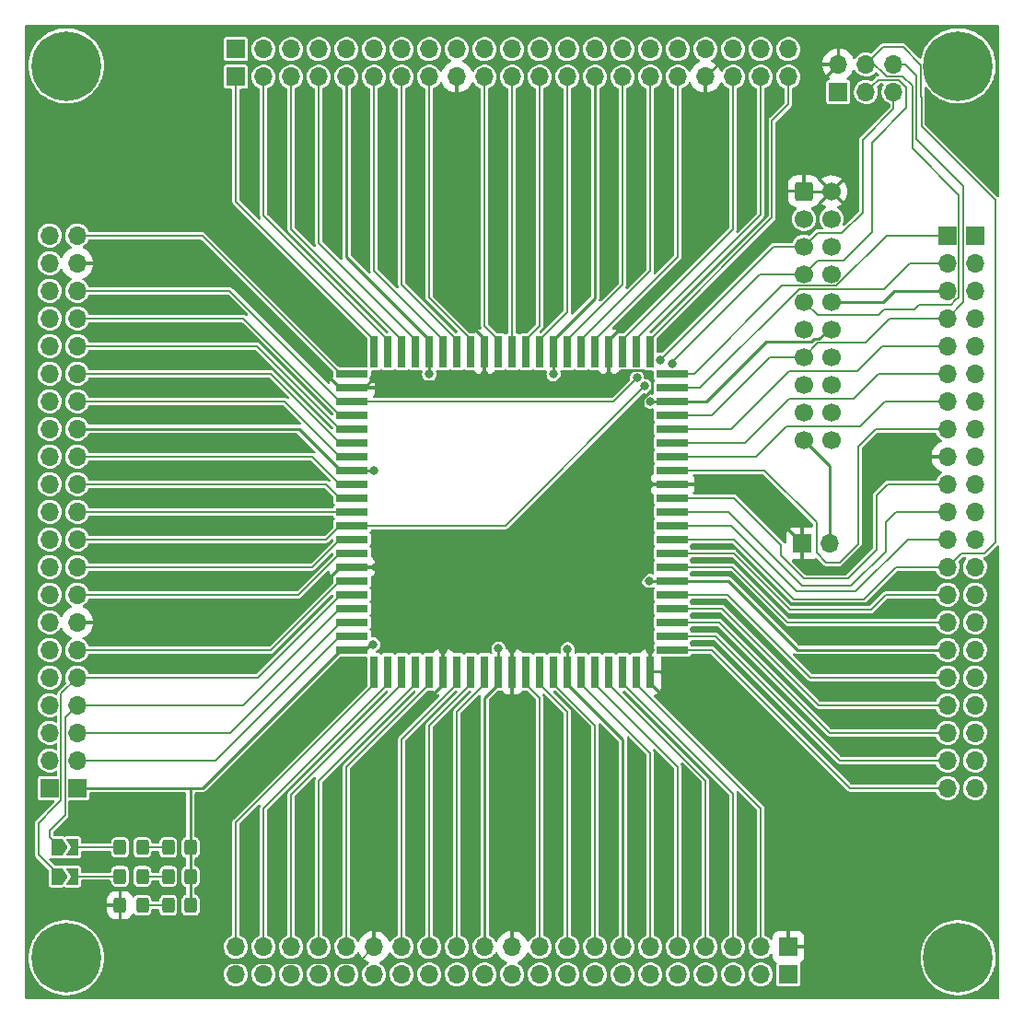
<source format=gbr>
G04 #@! TF.GenerationSoftware,KiCad,Pcbnew,6.0.9+dfsg-1*
G04 #@! TF.CreationDate,2022-12-29T14:55:30+02:00*
G04 #@! TF.ProjectId,ATF1502AS-EVB,41544631-3530-4324-9153-2d4556422e6b,rev?*
G04 #@! TF.SameCoordinates,PX2c9ce60PY9405110*
G04 #@! TF.FileFunction,Copper,L1,Top*
G04 #@! TF.FilePolarity,Positive*
%FSLAX46Y46*%
G04 Gerber Fmt 4.6, Leading zero omitted, Abs format (unit mm)*
G04 Created by KiCad (PCBNEW 6.0.9+dfsg-1) date 2022-12-29 14:55:30*
%MOMM*%
%LPD*%
G01*
G04 APERTURE LIST*
G04 Aperture macros list*
%AMRoundRect*
0 Rectangle with rounded corners*
0 $1 Rounding radius*
0 $2 $3 $4 $5 $6 $7 $8 $9 X,Y pos of 4 corners*
0 Add a 4 corners polygon primitive as box body*
4,1,4,$2,$3,$4,$5,$6,$7,$8,$9,$2,$3,0*
0 Add four circle primitives for the rounded corners*
1,1,$1+$1,$2,$3*
1,1,$1+$1,$4,$5*
1,1,$1+$1,$6,$7*
1,1,$1+$1,$8,$9*
0 Add four rect primitives between the rounded corners*
20,1,$1+$1,$2,$3,$4,$5,0*
20,1,$1+$1,$4,$5,$6,$7,0*
20,1,$1+$1,$6,$7,$8,$9,0*
20,1,$1+$1,$8,$9,$2,$3,0*%
%AMFreePoly0*
4,1,6,0.500000,-0.750000,-0.650000,-0.750000,-0.150000,0.000000,-0.650000,0.750000,0.500000,0.750000,0.500000,-0.750000,0.500000,-0.750000,$1*%
%AMFreePoly1*
4,1,6,1.000000,0.000000,0.500000,-0.750000,-0.500000,-0.750000,-0.500000,0.750000,0.500000,0.750000,1.000000,0.000000,1.000000,0.000000,$1*%
G04 Aperture macros list end*
G04 #@! TA.AperFunction,ComponentPad*
%ADD10C,6.400000*%
G04 #@! TD*
G04 #@! TA.AperFunction,ComponentPad*
%ADD11O,1.700000X1.700000*%
G04 #@! TD*
G04 #@! TA.AperFunction,ComponentPad*
%ADD12R,1.700000X1.700000*%
G04 #@! TD*
G04 #@! TA.AperFunction,SMDPad,CuDef*
%ADD13R,0.700000X2.925000*%
G04 #@! TD*
G04 #@! TA.AperFunction,SMDPad,CuDef*
%ADD14R,2.925000X0.700000*%
G04 #@! TD*
G04 #@! TA.AperFunction,SMDPad,CuDef*
%ADD15RoundRect,0.250000X0.325000X0.450000X-0.325000X0.450000X-0.325000X-0.450000X0.325000X-0.450000X0*%
G04 #@! TD*
G04 #@! TA.AperFunction,SMDPad,CuDef*
%ADD16FreePoly0,0.000000*%
G04 #@! TD*
G04 #@! TA.AperFunction,SMDPad,CuDef*
%ADD17FreePoly1,0.000000*%
G04 #@! TD*
G04 #@! TA.AperFunction,ComponentPad*
%ADD18RoundRect,0.250000X-0.600000X-0.600000X0.600000X-0.600000X0.600000X0.600000X-0.600000X0.600000X0*%
G04 #@! TD*
G04 #@! TA.AperFunction,ComponentPad*
%ADD19C,1.700000*%
G04 #@! TD*
G04 #@! TA.AperFunction,SMDPad,CuDef*
%ADD20RoundRect,0.250000X-0.325000X-0.450000X0.325000X-0.450000X0.325000X0.450000X-0.325000X0.450000X0*%
G04 #@! TD*
G04 #@! TA.AperFunction,ViaPad*
%ADD21C,0.800000*%
G04 #@! TD*
G04 #@! TA.AperFunction,Conductor*
%ADD22C,0.140000*%
G04 #@! TD*
G04 #@! TA.AperFunction,Conductor*
%ADD23C,0.250000*%
G04 #@! TD*
G04 APERTURE END LIST*
D10*
X94220000Y14210000D03*
X12220000Y14210000D03*
X94220000Y96210000D03*
X12220000Y96210000D03*
D11*
X95760000Y29810000D03*
X95760000Y32350000D03*
X95760000Y34890000D03*
X95760000Y37430000D03*
X95760000Y39970000D03*
X95760000Y42510000D03*
X95760000Y45050000D03*
X95760000Y47590000D03*
X95760000Y50130000D03*
X95760000Y52670000D03*
X95760000Y55210000D03*
X95760000Y57750000D03*
X95760000Y60290000D03*
X95760000Y62830000D03*
X95760000Y65370000D03*
X95760000Y67910000D03*
X95760000Y70450000D03*
X95760000Y72990000D03*
X95760000Y75530000D03*
X95760000Y78070000D03*
D12*
X95760000Y80610000D03*
X27820000Y97750000D03*
D11*
X30360000Y97750000D03*
X32900000Y97750000D03*
X35440000Y97750000D03*
X37980000Y97750000D03*
X40520000Y97750000D03*
X43060000Y97750000D03*
X45600000Y97750000D03*
X48140000Y97750000D03*
X50680000Y97750000D03*
X53220000Y97750000D03*
X55760000Y97750000D03*
X58300000Y97750000D03*
X60840000Y97750000D03*
X63380000Y97750000D03*
X65920000Y97750000D03*
X68460000Y97750000D03*
X71000000Y97750000D03*
X73540000Y97750000D03*
X76080000Y97750000D03*
X78620000Y97750000D03*
D12*
X10680000Y29810000D03*
D11*
X10680000Y32350000D03*
X10680000Y34890000D03*
X10680000Y37430000D03*
X10680000Y39970000D03*
X10680000Y42510000D03*
X10680000Y45050000D03*
X10680000Y47590000D03*
X10680000Y50130000D03*
X10680000Y52670000D03*
X10680000Y55210000D03*
X10680000Y57750000D03*
X10680000Y60290000D03*
X10680000Y62830000D03*
X10680000Y65370000D03*
X10680000Y67910000D03*
X10680000Y70450000D03*
X10680000Y72990000D03*
X10680000Y75530000D03*
X10680000Y78070000D03*
X10680000Y80610000D03*
D12*
X78620000Y12670000D03*
D11*
X76080000Y12670000D03*
X73540000Y12670000D03*
X71000000Y12670000D03*
X68460000Y12670000D03*
X65920000Y12670000D03*
X63380000Y12670000D03*
X60840000Y12670000D03*
X58300000Y12670000D03*
X55760000Y12670000D03*
X53220000Y12670000D03*
X50680000Y12670000D03*
X48140000Y12670000D03*
X45600000Y12670000D03*
X43060000Y12670000D03*
X40520000Y12670000D03*
X37980000Y12670000D03*
X35440000Y12670000D03*
X32900000Y12670000D03*
X30360000Y12670000D03*
X27820000Y12670000D03*
X93220000Y29810000D03*
X93220000Y32350000D03*
X93220000Y34890000D03*
X93220000Y37430000D03*
X93220000Y39970000D03*
X93220000Y42510000D03*
X93220000Y45050000D03*
X93220000Y47590000D03*
X93220000Y50130000D03*
X93220000Y52670000D03*
X93220000Y55210000D03*
X93220000Y57750000D03*
X93220000Y60290000D03*
X93220000Y62830000D03*
X93220000Y65370000D03*
X93220000Y67910000D03*
X93220000Y70450000D03*
X93220000Y72990000D03*
X93220000Y75530000D03*
X93220000Y78070000D03*
D12*
X93220000Y80610000D03*
D11*
X27820000Y15210000D03*
X30360000Y15210000D03*
X32900000Y15210000D03*
X35440000Y15210000D03*
X37980000Y15210000D03*
X40520000Y15210000D03*
X43060000Y15210000D03*
X45600000Y15210000D03*
X48140000Y15210000D03*
X50680000Y15210000D03*
X53220000Y15210000D03*
X55760000Y15210000D03*
X58300000Y15210000D03*
X60840000Y15210000D03*
X63380000Y15210000D03*
X65920000Y15210000D03*
X68460000Y15210000D03*
X71000000Y15210000D03*
X73540000Y15210000D03*
X76080000Y15210000D03*
D12*
X78620000Y15210000D03*
D11*
X78620000Y95210000D03*
X76080000Y95210000D03*
X73540000Y95210000D03*
X71000000Y95210000D03*
X68460000Y95210000D03*
X65920000Y95210000D03*
X63380000Y95210000D03*
X60840000Y95210000D03*
X58300000Y95210000D03*
X55760000Y95210000D03*
X53220000Y95210000D03*
X50680000Y95210000D03*
X48140000Y95210000D03*
X45600000Y95210000D03*
X43060000Y95210000D03*
X40520000Y95210000D03*
X37980000Y95210000D03*
X35440000Y95210000D03*
X32900000Y95210000D03*
X30360000Y95210000D03*
D12*
X27820000Y95210000D03*
X13220000Y29810000D03*
D11*
X13220000Y32350000D03*
X13220000Y34890000D03*
X13220000Y37430000D03*
X13220000Y39970000D03*
X13220000Y42510000D03*
X13220000Y45050000D03*
X13220000Y47590000D03*
X13220000Y50130000D03*
X13220000Y52670000D03*
X13220000Y55210000D03*
X13220000Y57750000D03*
X13220000Y60290000D03*
X13220000Y62830000D03*
X13220000Y65370000D03*
X13220000Y67910000D03*
X13220000Y70450000D03*
X13220000Y72990000D03*
X13220000Y75530000D03*
X13220000Y78070000D03*
X13220000Y80610000D03*
D13*
X54490000Y69922500D03*
X55760000Y69922500D03*
X57030000Y69922500D03*
X58300000Y69922500D03*
X59570000Y69922500D03*
X60840000Y69922500D03*
X62110000Y69922500D03*
X63380000Y69922500D03*
X64650000Y69922500D03*
X65920000Y69922500D03*
D14*
X67932500Y67910000D03*
X67932500Y66640000D03*
X67932500Y65370000D03*
X67932500Y64100000D03*
X67932500Y62830000D03*
X67932500Y61560000D03*
X67932500Y60290000D03*
X67932500Y59020000D03*
X67932500Y57750000D03*
X67932500Y56480000D03*
X67932500Y55210000D03*
X67932500Y53940000D03*
X67932500Y52670000D03*
X67932500Y51400000D03*
X67932500Y50130000D03*
X67932500Y48860000D03*
X67932500Y47590000D03*
X67932500Y46320000D03*
X67932500Y45050000D03*
X67932500Y43780000D03*
X67932500Y42510000D03*
D13*
X65920000Y40497500D03*
X64650000Y40497500D03*
X63380000Y40497500D03*
X62110000Y40497500D03*
X60840000Y40497500D03*
X59570000Y40497500D03*
X58300000Y40497500D03*
X57030000Y40497500D03*
X55760000Y40497500D03*
X54490000Y40497500D03*
X53220000Y40497500D03*
X51950000Y40497500D03*
X50680000Y40497500D03*
X49410000Y40497500D03*
X48140000Y40497500D03*
X46870000Y40497500D03*
X45600000Y40497500D03*
X44330000Y40497500D03*
X43060000Y40497500D03*
X41790000Y40497500D03*
X40520000Y40497500D03*
D14*
X38507500Y42510000D03*
X38507500Y43780000D03*
X38507500Y45050000D03*
X38507500Y46320000D03*
X38507500Y47590000D03*
X38507500Y48860000D03*
X38507500Y50130000D03*
X38507500Y51400000D03*
X38507500Y52670000D03*
X38507500Y53940000D03*
X38507500Y55210000D03*
X38507500Y56480000D03*
X38507500Y57750000D03*
X38507500Y59020000D03*
X38507500Y60290000D03*
X38507500Y61560000D03*
X38507500Y62830000D03*
X38507500Y64100000D03*
X38507500Y65370000D03*
X38507500Y66640000D03*
X38507500Y67910000D03*
D13*
X40520000Y69922500D03*
X41790000Y69922500D03*
X43060000Y69922500D03*
X44330000Y69922500D03*
X45600000Y69922500D03*
X46870000Y69922500D03*
X48140000Y69922500D03*
X49410000Y69922500D03*
X50680000Y69922500D03*
X51950000Y69922500D03*
X53220000Y69922500D03*
D15*
X17165000Y21685000D03*
X19215000Y21685000D03*
X19215000Y19040000D03*
X17165000Y19040000D03*
D16*
X12815000Y21695000D03*
D17*
X11365000Y21695000D03*
X11365000Y24360000D03*
D16*
X12815000Y24360000D03*
D12*
X83205000Y93815000D03*
D11*
X83205000Y96355000D03*
X85745000Y93815000D03*
X85745000Y96355000D03*
X88285000Y93815000D03*
X88285000Y96355000D03*
D15*
X19215000Y24360000D03*
X17165000Y24360000D03*
D18*
X80040000Y84680000D03*
D19*
X82580000Y84680000D03*
X80040000Y82140000D03*
X82580000Y82140000D03*
X80040000Y79600000D03*
X82580000Y79600000D03*
X80040000Y77060000D03*
X82580000Y77060000D03*
X80040000Y74520000D03*
X82580000Y74520000D03*
X80040000Y71980000D03*
X82580000Y71980000D03*
X80040000Y69440000D03*
X82580000Y69440000D03*
X80040000Y66900000D03*
X82580000Y66900000D03*
X80040000Y64360000D03*
X82580000Y64360000D03*
X80040000Y61820000D03*
X82580000Y61820000D03*
D12*
X79895000Y52300000D03*
D11*
X82435000Y52300000D03*
D20*
X21595000Y19040000D03*
X23645000Y19040000D03*
X21595000Y24360000D03*
X23645000Y24360000D03*
X21595000Y21685000D03*
X23645000Y21685000D03*
D21*
X64690000Y67525500D03*
X66809502Y69160000D03*
X65415500Y66770000D03*
X67950000Y68799502D03*
X65890000Y42530000D03*
X65820000Y57750000D03*
X50680000Y67820000D03*
X40510000Y67480000D03*
X40640000Y50130000D03*
X46880000Y42530000D03*
X53220000Y42560000D03*
X65810000Y48870000D03*
X58320000Y42560000D03*
X51960000Y42630000D03*
X40420000Y43020000D03*
X40540000Y59020000D03*
X65900000Y65360000D03*
X45600000Y67870000D03*
X62100000Y67750000D03*
X57030000Y67850000D03*
D22*
X11365000Y21695000D02*
X11365000Y21995000D01*
X9660000Y26570000D02*
X11160000Y28070000D01*
X11365000Y21995000D02*
X9660000Y23700000D01*
X9660000Y23700000D02*
X9660000Y26570000D01*
X11365000Y24360000D02*
X11365000Y24635000D01*
X11365000Y24635000D02*
X10690000Y25310000D01*
X10690000Y25310000D02*
X10690000Y25910000D01*
X10690000Y25910000D02*
X12100000Y27320000D01*
X12100000Y27320000D02*
X12100000Y36310000D01*
X12100000Y36310000D02*
X13220000Y37430000D01*
X11740000Y38490000D02*
X11740000Y28880000D01*
X11740000Y28650000D02*
X11160000Y28070000D01*
X11740000Y28880000D02*
X11740000Y28650000D01*
X22300000Y13730000D02*
X19860000Y13730000D01*
X19860000Y13730000D02*
X17180000Y16410000D01*
X17180000Y16410000D02*
X17180000Y19025000D01*
X17180000Y19025000D02*
X17165000Y19040000D01*
X22300000Y13730000D02*
X39040000Y13730000D01*
D23*
X24740000Y29810000D02*
X23630000Y29810000D01*
X23630000Y29810000D02*
X13220000Y29810000D01*
X23645000Y24360000D02*
X23645000Y29795000D01*
X23645000Y29795000D02*
X23630000Y29810000D01*
X65820000Y57750000D02*
X65820000Y49820000D01*
X65820000Y49820000D02*
X64960000Y48960000D01*
X64960000Y48590000D02*
X65890000Y47660000D01*
X64960000Y48960000D02*
X64960000Y48590000D01*
X65890000Y47660000D02*
X65890000Y42530000D01*
D22*
X85745000Y96355000D02*
X87340000Y97950000D01*
X90810000Y93380000D02*
X90840000Y93350000D01*
X87340000Y97950000D02*
X89150000Y97950000D01*
X89150000Y97950000D02*
X90810000Y96290000D01*
X90810000Y96290000D02*
X90810000Y93380000D01*
X90840000Y93350000D02*
X90840000Y90670000D01*
X90840000Y90670000D02*
X97620000Y83890000D01*
X97620000Y52400000D02*
X96630000Y51410000D01*
X97620000Y83890000D02*
X97620000Y52400000D01*
X96630000Y51410000D02*
X94500000Y51410000D01*
X94500000Y51410000D02*
X93220000Y50130000D01*
X62534500Y65370000D02*
X64690000Y67525500D01*
X38507500Y65370000D02*
X62534500Y65370000D01*
X66809502Y69160000D02*
X66820000Y69160000D01*
X66820000Y69160000D02*
X77260000Y79600000D01*
X77260000Y79600000D02*
X80040000Y79600000D01*
X75980000Y77060000D02*
X80040000Y77060000D01*
X75980000Y77060000D02*
X67950000Y69030000D01*
X67950000Y69030000D02*
X67950000Y68799502D01*
X65415500Y66770000D02*
X52585500Y53940000D01*
X38507500Y53940000D02*
X50110000Y53940000D01*
X52585500Y53940000D02*
X50110000Y53940000D01*
D23*
X65820000Y57750000D02*
X65820000Y63060000D01*
X65820000Y63060000D02*
X65210000Y63670000D01*
X65210000Y65610453D02*
X66080000Y66480453D01*
X65210000Y63670000D02*
X65210000Y65610453D01*
X66080000Y66480453D02*
X66080000Y67220000D01*
X65110000Y68190000D02*
X63300000Y68190000D01*
X66080000Y67220000D02*
X65110000Y68190000D01*
X63300000Y68190000D02*
X62860000Y67750000D01*
X62860000Y67750000D02*
X62100000Y67750000D01*
X65920000Y42500000D02*
X65890000Y42530000D01*
X65920000Y40497500D02*
X65920000Y42500000D01*
X67932500Y57750000D02*
X65820000Y57750000D01*
X40170000Y67180000D02*
X50040000Y67180000D01*
X50040000Y67180000D02*
X50680000Y67820000D01*
X62100000Y67750000D02*
X57870454Y67750000D01*
X57870454Y67750000D02*
X57150453Y67030000D01*
X51470000Y67030000D02*
X50680000Y67820000D01*
X57150453Y67030000D02*
X51470000Y67030000D01*
X50680000Y69922500D02*
X50680000Y67820000D01*
X40470000Y67480000D02*
X40510000Y67480000D01*
X40170000Y67180000D02*
X40470000Y67480000D01*
X38507500Y50130000D02*
X40640000Y50130000D01*
X46870000Y42520000D02*
X46880000Y42530000D01*
X46870000Y40497500D02*
X46870000Y42520000D01*
X53220000Y40497500D02*
X53220000Y42560000D01*
X65820000Y48860000D02*
X65810000Y48870000D01*
X67932500Y48860000D02*
X65820000Y48860000D01*
X58300000Y42540000D02*
X58320000Y42560000D01*
X58300000Y40497500D02*
X58300000Y42540000D01*
X51950000Y42620000D02*
X51960000Y42630000D01*
X51950000Y40497500D02*
X51950000Y42620000D01*
X40190000Y43020000D02*
X40420000Y43020000D01*
X40080000Y42910000D02*
X40190000Y43020000D01*
X38507500Y42510000D02*
X39680000Y42510000D01*
X39680000Y42510000D02*
X40080000Y42910000D01*
X38507500Y59020000D02*
X40540000Y59020000D01*
X82580000Y71980000D02*
X82330000Y71980000D01*
X80755000Y70865000D02*
X76595000Y70865000D01*
X82330000Y71980000D02*
X81435000Y71085000D01*
X81435000Y71085000D02*
X80975000Y71085000D01*
X80975000Y71085000D02*
X80755000Y70865000D01*
X76595000Y70865000D02*
X71100000Y65370000D01*
X71100000Y65370000D02*
X67932500Y65370000D01*
X65910000Y65370000D02*
X65900000Y65360000D01*
X67932500Y65370000D02*
X65910000Y65370000D01*
X40170000Y67180000D02*
X39630000Y66640000D01*
X39630000Y66640000D02*
X38507500Y66640000D01*
X45600000Y69922500D02*
X45600000Y67870000D01*
X62110000Y67760000D02*
X62100000Y67750000D01*
X62110000Y69922500D02*
X62110000Y67760000D01*
X57030000Y69922500D02*
X57030000Y67850000D01*
X83205000Y96355000D02*
X80975000Y96355000D01*
X80975000Y96355000D02*
X80695000Y96635000D01*
X80695000Y96635000D02*
X72425000Y96635000D01*
X72425000Y96635000D02*
X71000000Y95210000D01*
X50680000Y69922500D02*
X50680000Y71110000D01*
X50680000Y71110000D02*
X48140000Y73650000D01*
X48140000Y73650000D02*
X48140000Y95210000D01*
X38507500Y66640000D02*
X37350000Y66640000D01*
X37350000Y66640000D02*
X25920000Y78070000D01*
X25920000Y78070000D02*
X13220000Y78070000D01*
X38507500Y50130000D02*
X37370000Y50130000D01*
X37370000Y50130000D02*
X32290000Y45050000D01*
X32290000Y45050000D02*
X13220000Y45050000D01*
X46870000Y40497500D02*
X46870000Y39390000D01*
X46870000Y39390000D02*
X40520000Y33040000D01*
X40520000Y33040000D02*
X40520000Y15210000D01*
X53220000Y15210000D02*
X53220000Y40497500D01*
X65920000Y40497500D02*
X65920000Y39420000D01*
X65920000Y39420000D02*
X78620000Y26720000D01*
X78620000Y26720000D02*
X78620000Y15210000D01*
X79895000Y52300000D02*
X79895000Y50725000D01*
X83710000Y49860000D02*
X85880000Y52030000D01*
X79895000Y50725000D02*
X80760000Y49860000D01*
X85880000Y58120000D02*
X88050000Y60290000D01*
X80760000Y49860000D02*
X83710000Y49860000D01*
X85880000Y52030000D02*
X85880000Y58120000D01*
X88050000Y60290000D02*
X93220000Y60290000D01*
X67932500Y57750000D02*
X74430000Y57750000D01*
X74430000Y57750000D02*
X79880000Y52300000D01*
D22*
X79895000Y52300000D02*
X79890000Y52300000D01*
D23*
X62110000Y69922500D02*
X62110000Y71020000D01*
X62110000Y71020000D02*
X71000000Y79910000D01*
X71000000Y79910000D02*
X71000000Y95210000D01*
X82580000Y84680000D02*
X81310000Y85950000D01*
X81310000Y85950000D02*
X81310000Y94460000D01*
X81310000Y94460000D02*
X83205000Y96355000D01*
X80040000Y84680000D02*
X82580000Y84680000D01*
D22*
X39040000Y13730000D02*
X40520000Y15210000D01*
X13220000Y39970000D02*
X11740000Y38490000D01*
D23*
X23645000Y19040000D02*
X23645000Y24350000D01*
D22*
X19215000Y19040000D02*
X21595000Y19040000D01*
X19215000Y24360000D02*
X21595000Y24360000D01*
X19215000Y21685000D02*
X21595000Y21685000D01*
X12815000Y24360000D02*
X17165000Y24360000D01*
X12815000Y21695000D02*
X17155000Y21695000D01*
X17155000Y21695000D02*
X17165000Y21685000D01*
X88285000Y96355000D02*
X89345000Y96355000D01*
X90410000Y95290000D02*
X90410000Y89460000D01*
X89345000Y96355000D02*
X90410000Y95290000D01*
X90410000Y89460000D02*
X94700000Y85170000D01*
X94700000Y85170000D02*
X94700000Y74470000D01*
X94700000Y74470000D02*
X93220000Y72990000D01*
X85740000Y96355000D02*
X85740000Y96540980D01*
X85740000Y96540980D02*
X85904020Y96705000D01*
X87620980Y95220000D02*
X89140000Y95220000D01*
X85904020Y96705000D02*
X86135980Y96705000D01*
X86135980Y96705000D02*
X87620980Y95220000D01*
X89140000Y95220000D02*
X90000000Y94360000D01*
X90000000Y88630000D02*
X94280000Y84350000D01*
X90000000Y94360000D02*
X90000000Y88630000D01*
X94280000Y84350000D02*
X94280000Y74960000D01*
X94280000Y74960000D02*
X93945000Y74625000D01*
X80040000Y77060000D02*
X81270000Y78290000D01*
X81270000Y78290000D02*
X83690000Y78290000D01*
X86860000Y94930000D02*
X86300000Y94370000D01*
X83690000Y78290000D02*
X86320000Y80920000D01*
X86320000Y80920000D02*
X86320000Y89160000D01*
X86320000Y89160000D02*
X89480000Y92320000D01*
X89480000Y92320000D02*
X89480000Y94210000D01*
X89480000Y94210000D02*
X88760000Y94930000D01*
X88760000Y94930000D02*
X86860000Y94930000D01*
X86300000Y94370000D02*
X86300000Y93815000D01*
X80040000Y79600000D02*
X81280000Y80840000D01*
X81280000Y80840000D02*
X83540000Y80840000D01*
X83540000Y80840000D02*
X85430000Y82730000D01*
X85430000Y82730000D02*
X85430000Y89420000D01*
X85430000Y89420000D02*
X88285000Y92275000D01*
X88285000Y92275000D02*
X88285000Y93815000D01*
X65920000Y69922500D02*
X65920000Y71060000D01*
X65920000Y71060000D02*
X77120000Y82260000D01*
X77120000Y82260000D02*
X77120000Y91200000D01*
X77120000Y91200000D02*
X78620000Y92700000D01*
X78620000Y92700000D02*
X78620000Y95210000D01*
X64650000Y69922500D02*
X64650000Y71070000D01*
X64650000Y71070000D02*
X76080000Y82500000D01*
X76080000Y82500000D02*
X76080000Y95210000D01*
X63380000Y69922500D02*
X63380000Y71060000D01*
X63380000Y71060000D02*
X73540000Y81220000D01*
X73540000Y81220000D02*
X73540000Y95210000D01*
X60840000Y69922500D02*
X60840000Y71060000D01*
X60840000Y71060000D02*
X68460000Y78680000D01*
X68460000Y78680000D02*
X68460000Y95210000D01*
X59570000Y69922500D02*
X59570000Y71030000D01*
X59570000Y71030000D02*
X65920000Y77380000D01*
X65920000Y77380000D02*
X65920000Y95210000D01*
X58300000Y69922500D02*
X58300000Y71030000D01*
X58300000Y71030000D02*
X63380000Y76110000D01*
X63380000Y76110000D02*
X63380000Y95210000D01*
D23*
X57030000Y69922500D02*
X57030000Y71050000D01*
X57030000Y71050000D02*
X60840000Y74860000D01*
X60840000Y74860000D02*
X60840000Y95210000D01*
D22*
X55760000Y69922500D02*
X55760000Y71040000D01*
X55760000Y71040000D02*
X58300000Y73580000D01*
X58300000Y73580000D02*
X58300000Y95210000D01*
X54490000Y69922500D02*
X54490000Y71050000D01*
X54490000Y71050000D02*
X55760000Y72320000D01*
X55760000Y72320000D02*
X55760000Y95210000D01*
X53220000Y69922500D02*
X53220000Y95210000D01*
X51950000Y69922500D02*
X51950000Y71060000D01*
X51950000Y71060000D02*
X50680000Y72330000D01*
X50680000Y72330000D02*
X50680000Y95210000D01*
X49410000Y69922500D02*
X49410000Y71070000D01*
X49410000Y71070000D02*
X45600000Y74880000D01*
X45600000Y74880000D02*
X45600000Y95210000D01*
X48140000Y69922500D02*
X48140000Y71050000D01*
X48140000Y71050000D02*
X43060000Y76130000D01*
X43060000Y76130000D02*
X43060000Y95210000D01*
X46870000Y69922500D02*
X46870000Y71050000D01*
X46870000Y71050000D02*
X40520000Y77400000D01*
X40520000Y77400000D02*
X40520000Y95210000D01*
D23*
X45600000Y69922500D02*
X45600000Y71050000D01*
X45600000Y71050000D02*
X37980000Y78670000D01*
X37980000Y78670000D02*
X37980000Y95210000D01*
D22*
X44330000Y69922500D02*
X44330000Y71030000D01*
X44330000Y71030000D02*
X35440000Y79920000D01*
X35440000Y79920000D02*
X35440000Y95210000D01*
X43060000Y69922500D02*
X43060000Y71040000D01*
X43060000Y71040000D02*
X32900000Y81200000D01*
X32900000Y81200000D02*
X32900000Y95210000D01*
X41790000Y69922500D02*
X41790000Y71030000D01*
X41790000Y71030000D02*
X30360000Y82460000D01*
X30360000Y82460000D02*
X30360000Y95210000D01*
X40520000Y69922500D02*
X40520000Y71030000D01*
X40520000Y71030000D02*
X27820000Y83730000D01*
X27820000Y83730000D02*
X27820000Y95210000D01*
X64650000Y40497500D02*
X64650000Y39390000D01*
X64650000Y39390000D02*
X76080000Y27960000D01*
X76080000Y27960000D02*
X76080000Y15210000D01*
X63380000Y40497500D02*
X63380000Y39420000D01*
X63380000Y39420000D02*
X73540000Y29260000D01*
X73540000Y29260000D02*
X73540000Y15210000D01*
X62110000Y40497500D02*
X62110000Y39390000D01*
X62110000Y39390000D02*
X71000000Y30500000D01*
X71000000Y30500000D02*
X71000000Y15210000D01*
X60840000Y40497500D02*
X60840000Y39390000D01*
X60840000Y39390000D02*
X68460000Y31770000D01*
X68460000Y31770000D02*
X68460000Y15210000D01*
X59570000Y40497500D02*
X59570000Y39400000D01*
X59570000Y39400000D02*
X65920000Y33050000D01*
X65920000Y33050000D02*
X65920000Y15210000D01*
D23*
X58300000Y40497500D02*
X58300000Y39390000D01*
X58300000Y39390000D02*
X63380000Y34310000D01*
X63380000Y34310000D02*
X63380000Y15210000D01*
D22*
X60840000Y15210000D02*
X60840000Y35590000D01*
X60840000Y35590000D02*
X57030000Y39400000D01*
X57030000Y39400000D02*
X57030000Y40497500D01*
X55760000Y40497500D02*
X55760000Y39380000D01*
X55760000Y39380000D02*
X58300000Y36840000D01*
X58300000Y36840000D02*
X58300000Y15210000D01*
X54490000Y40497500D02*
X54490000Y39380000D01*
X54490000Y39380000D02*
X55760000Y38110000D01*
X55760000Y38110000D02*
X55760000Y15210000D01*
D23*
X51950000Y40497500D02*
X51950000Y39370000D01*
X51950000Y39370000D02*
X50680000Y38100000D01*
X50680000Y38100000D02*
X50680000Y15210000D01*
D22*
X50680000Y40497500D02*
X50680000Y39360000D01*
X50680000Y39360000D02*
X48140000Y36820000D01*
X48140000Y36820000D02*
X48140000Y15210000D01*
X49410000Y40497500D02*
X49410000Y39370000D01*
X49410000Y39370000D02*
X45600000Y35560000D01*
X45600000Y35560000D02*
X45600000Y15210000D01*
X48140000Y40497500D02*
X48140000Y39380000D01*
X48140000Y39380000D02*
X43060000Y34300000D01*
X43060000Y34300000D02*
X43060000Y15210000D01*
X45600000Y40497500D02*
X45600000Y39380000D01*
X45600000Y39380000D02*
X37980000Y31760000D01*
X37980000Y31760000D02*
X37980000Y15210000D01*
X44330000Y40497500D02*
X44330000Y39400000D01*
X44330000Y39400000D02*
X35440000Y30510000D01*
X35440000Y30510000D02*
X35440000Y15210000D01*
X43060000Y40497500D02*
X43060000Y39380000D01*
X32900000Y29220000D02*
X32900000Y15210000D01*
X43060000Y39380000D02*
X32900000Y29220000D01*
X41790000Y40497500D02*
X41790000Y39390000D01*
X41790000Y39390000D02*
X30360000Y27960000D01*
X30360000Y27960000D02*
X30360000Y15210000D01*
X40520000Y40497500D02*
X40520000Y39370000D01*
X40520000Y39370000D02*
X27820000Y26670000D01*
X27820000Y26670000D02*
X27820000Y15210000D01*
D23*
X38507500Y42510000D02*
X37440000Y42510000D01*
X37440000Y42510000D02*
X24740000Y29810000D01*
D22*
X38507500Y43780000D02*
X37390000Y43780000D01*
X25960000Y32350000D02*
X13220000Y32350000D01*
X37390000Y43780000D02*
X25960000Y32350000D01*
X13220000Y34890000D02*
X27260000Y34890000D01*
X27260000Y34890000D02*
X37420000Y45050000D01*
X37420000Y45050000D02*
X38507500Y45050000D01*
X38507500Y46320000D02*
X37400000Y46320000D01*
X37400000Y46320000D02*
X28510000Y37430000D01*
X28510000Y37430000D02*
X13220000Y37430000D01*
X38507500Y47590000D02*
X37420000Y47590000D01*
X37420000Y47590000D02*
X29800000Y39970000D01*
X29800000Y39970000D02*
X13220000Y39970000D01*
X38507500Y48860000D02*
X37400000Y48860000D01*
X31050000Y42510000D02*
X13220000Y42510000D01*
X37400000Y48860000D02*
X31050000Y42510000D01*
X38507500Y51400000D02*
X37400000Y51400000D01*
X37400000Y51400000D02*
X33590000Y47590000D01*
X33590000Y47590000D02*
X13220000Y47590000D01*
X38507500Y52670000D02*
X37390000Y52670000D01*
X37390000Y52670000D02*
X34850000Y50130000D01*
X34850000Y50130000D02*
X13220000Y50130000D01*
X38507500Y53940000D02*
X37380000Y53940000D01*
X37380000Y53940000D02*
X36110000Y52670000D01*
X36110000Y52670000D02*
X13220000Y52670000D01*
X38507500Y55210000D02*
X13220000Y55210000D01*
X38507500Y56480000D02*
X37390000Y56480000D01*
X37390000Y56480000D02*
X36120000Y57750000D01*
X36120000Y57750000D02*
X13220000Y57750000D01*
X38507500Y57750000D02*
X37390000Y57750000D01*
X37390000Y57750000D02*
X34850000Y60290000D01*
X34850000Y60290000D02*
X13220000Y60290000D01*
D23*
X38507500Y59020000D02*
X37430000Y59020000D01*
X37430000Y59020000D02*
X33620000Y62830000D01*
X33620000Y62830000D02*
X13220000Y62830000D01*
D22*
X38507500Y60290000D02*
X37390000Y60290000D01*
X37390000Y60290000D02*
X32310000Y65370000D01*
X32310000Y65370000D02*
X13220000Y65370000D01*
X38507500Y61560000D02*
X37390000Y61560000D01*
X37390000Y61560000D02*
X31040000Y67910000D01*
X31040000Y67910000D02*
X13220000Y67910000D01*
X38507500Y62830000D02*
X37400000Y62830000D01*
X37400000Y62830000D02*
X29780000Y70450000D01*
X29780000Y70450000D02*
X13220000Y70450000D01*
X38507500Y64100000D02*
X37410000Y64100000D01*
X37410000Y64100000D02*
X28520000Y72990000D01*
X28520000Y72990000D02*
X13220000Y72990000D01*
X38507500Y65370000D02*
X37410000Y65370000D01*
X37410000Y65370000D02*
X27250000Y75530000D01*
X27250000Y75530000D02*
X13220000Y75530000D01*
X38507500Y67910000D02*
X37420000Y67910000D01*
X37420000Y67910000D02*
X24720000Y80610000D01*
X24720000Y80610000D02*
X13220000Y80610000D01*
X93570000Y74250000D02*
X93945000Y74625000D01*
X93520000Y74250000D02*
X93570000Y74250000D01*
X90180000Y73780000D02*
X90530000Y74130000D01*
X90530000Y74130000D02*
X90650000Y74250000D01*
X89000000Y73780000D02*
X90180000Y73780000D01*
X86880000Y73290000D02*
X87320000Y73730000D01*
X81910000Y73290000D02*
X86880000Y73290000D01*
X80040000Y74520000D02*
X81270000Y73290000D01*
X81270000Y73290000D02*
X81910000Y73290000D01*
X87320000Y73730000D02*
X87370000Y73780000D01*
X87370000Y73780000D02*
X89000000Y73780000D01*
X90650000Y74250000D02*
X93520000Y74250000D01*
X67932500Y42510000D02*
X71570000Y42510000D01*
X71570000Y42510000D02*
X84270000Y29810000D01*
X84270000Y29810000D02*
X93220000Y29810000D01*
X67932500Y43780000D02*
X71920000Y43780000D01*
X71920000Y43780000D02*
X83350000Y32350000D01*
X83350000Y32350000D02*
X93220000Y32350000D01*
X67932500Y45050000D02*
X72260000Y45050000D01*
X82420000Y34890000D02*
X93220000Y34890000D01*
X72260000Y45050000D02*
X82420000Y34890000D01*
X67932500Y46320000D02*
X72520000Y46320000D01*
X72520000Y46320000D02*
X81410000Y37430000D01*
X81410000Y37430000D02*
X93220000Y37430000D01*
X67932500Y47590000D02*
X73020000Y47590000D01*
X73020000Y47590000D02*
X80640000Y39970000D01*
X80640000Y39970000D02*
X93220000Y39970000D01*
D23*
X67932500Y48860000D02*
X73090000Y48860000D01*
X73090000Y48860000D02*
X79440000Y42510000D01*
X79440000Y42510000D02*
X93220000Y42510000D01*
D22*
X93220000Y45050000D02*
X78550000Y45050000D01*
X78550000Y45050000D02*
X73470000Y50130000D01*
X73470000Y50130000D02*
X67932500Y50130000D01*
X67932500Y51400000D02*
X73570000Y51400000D01*
X73570000Y51400000D02*
X78740000Y46230000D01*
X78740000Y46230000D02*
X86240000Y46230000D01*
X86240000Y46230000D02*
X87600000Y47590000D01*
X87600000Y47590000D02*
X93220000Y47590000D01*
X67932500Y52670000D02*
X73610000Y52670000D01*
X73610000Y52670000D02*
X79100000Y47180000D01*
X79100000Y47180000D02*
X85580000Y47180000D01*
X85580000Y47180000D02*
X88530000Y50130000D01*
X88530000Y50130000D02*
X93220000Y50130000D01*
X67932500Y53940000D02*
X73340000Y53940000D01*
X73340000Y53940000D02*
X79400000Y47880000D01*
X79400000Y47880000D02*
X84780000Y47880000D01*
X84780000Y47880000D02*
X89570000Y52670000D01*
X89570000Y52670000D02*
X93220000Y52670000D01*
X67932500Y55210000D02*
X73060000Y55210000D01*
X73060000Y55210000D02*
X79880000Y48390000D01*
X79880000Y48390000D02*
X84380000Y48390000D01*
X84380000Y48390000D02*
X87540000Y51550000D01*
X87540000Y54260000D02*
X88490000Y55210000D01*
X87540000Y51550000D02*
X87540000Y54260000D01*
X88490000Y55210000D02*
X93220000Y55210000D01*
X67932500Y56480000D02*
X73620000Y56480000D01*
X73620000Y56480000D02*
X77925000Y52175000D01*
X86710000Y51700000D02*
X86710000Y56710000D01*
X77925000Y52175000D02*
X77925000Y51205000D01*
X77925000Y51205000D02*
X80070000Y49060000D01*
X84070000Y49060000D02*
X86710000Y51700000D01*
X80070000Y49060000D02*
X84070000Y49060000D01*
X86710000Y56710000D02*
X87750000Y57750000D01*
X87750000Y57750000D02*
X93220000Y57750000D01*
X93220000Y62830000D02*
X86630000Y62830000D01*
X86630000Y62830000D02*
X85030000Y61230000D01*
X85030000Y52270000D02*
X83310000Y50550000D01*
X85030000Y61230000D02*
X85030000Y52270000D01*
X81190000Y51440000D02*
X81190000Y54230000D01*
X83310000Y50550000D02*
X82080000Y50550000D01*
X82080000Y50550000D02*
X81190000Y51440000D01*
X81190000Y54230000D02*
X76400000Y59020000D01*
X76400000Y59020000D02*
X67932500Y59020000D01*
X93220000Y67910000D02*
X86920000Y67910000D01*
X86920000Y67910000D02*
X84650000Y65640000D01*
X84650000Y65640000D02*
X78680000Y65640000D01*
X78680000Y65640000D02*
X74600000Y61560000D01*
X74600000Y61560000D02*
X67932500Y61560000D01*
X67932500Y60290000D02*
X75600000Y60290000D01*
X75600000Y60290000D02*
X78400000Y63090000D01*
X78400000Y63090000D02*
X85220000Y63090000D01*
X85220000Y63090000D02*
X87500000Y65370000D01*
X87500000Y65370000D02*
X93220000Y65370000D01*
D23*
X80040000Y61820000D02*
X82435000Y59425000D01*
X82435000Y59425000D02*
X82435000Y52300000D01*
D22*
X78710000Y68160000D02*
X84990000Y68160000D01*
X87280000Y70450000D02*
X84990000Y68160000D01*
X93220000Y70450000D02*
X87280000Y70450000D01*
X85680000Y70740000D02*
X81340000Y70740000D01*
X93220000Y72990000D02*
X87930000Y72990000D01*
X87930000Y72990000D02*
X85680000Y70740000D01*
X67932500Y62830000D02*
X73380000Y62830000D01*
X73380000Y62830000D02*
X78710000Y68160000D01*
X81340000Y70740000D02*
X80040000Y69440000D01*
X67932500Y64100000D02*
X71590000Y64100000D01*
X76930000Y69440000D02*
X80040000Y69440000D01*
X71590000Y64100000D02*
X76930000Y69440000D01*
D23*
X93220000Y75530000D02*
X88370000Y75530000D01*
X88370000Y75530000D02*
X87360000Y74520000D01*
X87360000Y74520000D02*
X82580000Y74520000D01*
D22*
X93220000Y80610000D02*
X87629066Y80610000D01*
X87629066Y80610000D02*
X83019067Y76000000D01*
X83019067Y76000000D02*
X78040000Y76000000D01*
X78040000Y76000000D02*
X69950000Y67910000D01*
X69950000Y67910000D02*
X67932500Y67910000D01*
X67932500Y66640000D02*
X70500000Y66640000D01*
X70500000Y66640000D02*
X79580000Y75720000D01*
X79580000Y75720000D02*
X87410000Y75720000D01*
X87410000Y75720000D02*
X89760000Y78070000D01*
X89760000Y78070000D02*
X93220000Y78070000D01*
G04 #@! TA.AperFunction,Conductor*
G36*
X97941621Y99969498D02*
G01*
X97988114Y99915842D01*
X97999500Y99863500D01*
X97999500Y84273602D01*
X97979498Y84205481D01*
X97925842Y84158988D01*
X97855568Y84148884D01*
X97790988Y84178378D01*
X97784405Y84184507D01*
X91201405Y90767507D01*
X91167379Y90829819D01*
X91164500Y90856602D01*
X91164500Y93330335D01*
X91164979Y93341315D01*
X91167290Y93367738D01*
X91168251Y93378719D01*
X91165399Y93389364D01*
X91165398Y93389371D01*
X91158533Y93414988D01*
X91156153Y93425724D01*
X91151548Y93451840D01*
X91149634Y93462698D01*
X91144121Y93472247D01*
X91142478Y93476761D01*
X91139168Y93487263D01*
X91138784Y93488696D01*
X91134500Y93521272D01*
X91134500Y94194580D01*
X91154502Y94262701D01*
X91208158Y94309194D01*
X91278432Y94319298D01*
X91343012Y94289804D01*
X91365082Y94264856D01*
X91457061Y94127976D01*
X91459256Y94125370D01*
X91459260Y94125364D01*
X91526410Y94045622D01*
X91698079Y93841759D01*
X91968598Y93583245D01*
X92265455Y93355459D01*
X92585176Y93161065D01*
X92924021Y93002339D01*
X92927239Y93001237D01*
X92927242Y93001236D01*
X93274803Y92882239D01*
X93274811Y92882237D01*
X93278026Y92881136D01*
X93643051Y92798874D01*
X93704857Y92791832D01*
X94011442Y92756900D01*
X94011450Y92756900D01*
X94014825Y92756515D01*
X94018229Y92756497D01*
X94018232Y92756497D01*
X94221556Y92755433D01*
X94388999Y92754556D01*
X94392385Y92754906D01*
X94392387Y92754906D01*
X94757805Y92792668D01*
X94757814Y92792669D01*
X94761197Y92793019D01*
X94764530Y92793733D01*
X94764533Y92793734D01*
X94981220Y92840188D01*
X95127063Y92871454D01*
X95482318Y92988944D01*
X95822807Y93144113D01*
X96010687Y93255668D01*
X96141601Y93333399D01*
X96141606Y93333402D01*
X96144546Y93335148D01*
X96174354Y93357528D01*
X96265182Y93425724D01*
X96443771Y93559813D01*
X96716983Y93815479D01*
X96960985Y94099158D01*
X97052909Y94232908D01*
X97170992Y94404720D01*
X97170997Y94404727D01*
X97172922Y94407529D01*
X97174534Y94410523D01*
X97174539Y94410531D01*
X97310965Y94663902D01*
X97350316Y94736985D01*
X97444723Y94969481D01*
X97489811Y95080520D01*
X97489813Y95080525D01*
X97491091Y95083673D01*
X97509825Y95149437D01*
X97574906Y95377908D01*
X97593601Y95443537D01*
X97615330Y95570655D01*
X97656075Y95809019D01*
X97656075Y95809021D01*
X97656647Y95812366D01*
X97657033Y95818668D01*
X97674458Y96103579D01*
X97679490Y96185848D01*
X97679574Y96210000D01*
X97659339Y96583632D01*
X97598870Y96952893D01*
X97498875Y97313463D01*
X97495627Y97321627D01*
X97361783Y97657961D01*
X97361779Y97657969D01*
X97360523Y97661126D01*
X97346150Y97688273D01*
X97209485Y97946387D01*
X97185434Y97991812D01*
X97183534Y97994618D01*
X97183530Y97994625D01*
X96977561Y98298838D01*
X96975654Y98301655D01*
X96733639Y98587030D01*
X96462219Y98844598D01*
X96459512Y98846660D01*
X96459504Y98846667D01*
X96167281Y99069280D01*
X96164569Y99071346D01*
X95844172Y99264623D01*
X95841082Y99266057D01*
X95841077Y99266060D01*
X95507871Y99420728D01*
X95507869Y99420729D01*
X95504775Y99422165D01*
X95501540Y99423260D01*
X95501535Y99423262D01*
X95153583Y99541037D01*
X95150348Y99542132D01*
X94785038Y99623119D01*
X94652294Y99637774D01*
X94416500Y99663807D01*
X94416495Y99663807D01*
X94413119Y99664180D01*
X94409720Y99664186D01*
X94409719Y99664186D01*
X94232987Y99664494D01*
X94038940Y99664833D01*
X93900079Y99649993D01*
X93670263Y99625433D01*
X93670257Y99625432D01*
X93666879Y99625071D01*
X93301289Y99545359D01*
X92946446Y99426631D01*
X92606501Y99270273D01*
X92603567Y99268517D01*
X92603565Y99268516D01*
X92594110Y99262857D01*
X92285431Y99078117D01*
X91986991Y98852409D01*
X91984509Y98850070D01*
X91984503Y98850065D01*
X91746826Y98626089D01*
X91714674Y98595790D01*
X91471664Y98311262D01*
X91469736Y98308435D01*
X91469734Y98308433D01*
X91441546Y98267110D01*
X91260804Y98002153D01*
X91259197Y97999143D01*
X91259195Y97999140D01*
X91086168Y97675089D01*
X91084561Y97672079D01*
X91083288Y97668911D01*
X91083287Y97668910D01*
X90951168Y97340252D01*
X90944997Y97324902D01*
X90847228Y96977077D01*
X90809539Y96916911D01*
X90745304Y96886672D01*
X90674918Y96895961D01*
X90636834Y96922078D01*
X89393370Y98165542D01*
X89385944Y98173645D01*
X89368886Y98193974D01*
X89368885Y98193975D01*
X89361802Y98202416D01*
X89329286Y98221189D01*
X89320015Y98227095D01*
X89298286Y98242310D01*
X89289255Y98248634D01*
X89278606Y98251487D01*
X89275480Y98252945D01*
X89272243Y98254123D01*
X89262698Y98259634D01*
X89251843Y98261548D01*
X89251838Y98261550D01*
X89225713Y98266157D01*
X89214986Y98268535D01*
X89189364Y98275400D01*
X89189361Y98275400D01*
X89178718Y98278252D01*
X89167743Y98277292D01*
X89167741Y98277292D01*
X89141304Y98274979D01*
X89130323Y98274500D01*
X87359677Y98274500D01*
X87348696Y98274979D01*
X87322259Y98277292D01*
X87322257Y98277292D01*
X87311282Y98278252D01*
X87300639Y98275400D01*
X87300636Y98275400D01*
X87275014Y98268535D01*
X87264287Y98266157D01*
X87238162Y98261550D01*
X87238157Y98261548D01*
X87227302Y98259634D01*
X87217757Y98254123D01*
X87214520Y98252945D01*
X87211394Y98251487D01*
X87200745Y98248634D01*
X87191714Y98242310D01*
X87169985Y98227095D01*
X87160714Y98221189D01*
X87128198Y98202416D01*
X87121115Y98193975D01*
X87121114Y98193974D01*
X87104056Y98173645D01*
X87096630Y98165542D01*
X86325744Y97394656D01*
X86263432Y97360630D01*
X86189959Y97366721D01*
X86157349Y97379731D01*
X86060039Y97418554D01*
X86054379Y97419680D01*
X86054375Y97419681D01*
X85866613Y97457029D01*
X85866610Y97457029D01*
X85860946Y97458156D01*
X85855171Y97458232D01*
X85855167Y97458232D01*
X85753793Y97459559D01*
X85657971Y97460813D01*
X85652274Y97459834D01*
X85652273Y97459834D01*
X85607445Y97452131D01*
X85457910Y97426436D01*
X85267463Y97356176D01*
X85093010Y97252388D01*
X85088670Y97248582D01*
X85088666Y97248579D01*
X85022632Y97190668D01*
X84940392Y97118545D01*
X84814720Y96959131D01*
X84812031Y96954020D01*
X84812029Y96954017D01*
X84782382Y96897668D01*
X84732962Y96846695D01*
X84663829Y96830533D01*
X84596933Y96854313D01*
X84555324Y96906094D01*
X84496406Y97041596D01*
X84491531Y97050688D01*
X84366925Y97243301D01*
X84360641Y97251461D01*
X84206237Y97421149D01*
X84198707Y97428170D01*
X84018668Y97570356D01*
X84010081Y97576061D01*
X83809250Y97686926D01*
X83799838Y97691156D01*
X83583591Y97767734D01*
X83573621Y97770368D01*
X83372837Y97806132D01*
X83359540Y97804672D01*
X83355000Y97790117D01*
X83355000Y96331000D01*
X83334998Y96262879D01*
X83281342Y96216386D01*
X83229000Y96205000D01*
X81771265Y96205000D01*
X81756080Y96200541D01*
X81754036Y96189640D01*
X81755944Y96156548D01*
X81757377Y96146347D01*
X81807810Y95922558D01*
X81810898Y95912705D01*
X81897204Y95700160D01*
X81901852Y95690959D01*
X82021712Y95495363D01*
X82027810Y95487031D01*
X82178010Y95313636D01*
X82185373Y95306426D01*
X82361879Y95159888D01*
X82370321Y95153976D01*
X82373210Y95152288D01*
X82374141Y95151302D01*
X82374560Y95151008D01*
X82374499Y95150921D01*
X82421933Y95100649D01*
X82435004Y95030866D01*
X82408272Y94965094D01*
X82350225Y94924216D01*
X82329872Y94919812D01*
X82329934Y94919499D01*
X82267874Y94907156D01*
X82267872Y94907155D01*
X82255699Y94904734D01*
X82245379Y94897839D01*
X82245378Y94897838D01*
X82184985Y94857484D01*
X82171516Y94848484D01*
X82115266Y94764301D01*
X82100500Y94690067D01*
X82100501Y92939934D01*
X82107539Y92904551D01*
X82112345Y92880386D01*
X82115266Y92865699D01*
X82122161Y92855380D01*
X82122162Y92855378D01*
X82159416Y92799625D01*
X82171516Y92781516D01*
X82255699Y92725266D01*
X82329933Y92710500D01*
X83204858Y92710500D01*
X84080066Y92710501D01*
X84115818Y92717612D01*
X84142126Y92722844D01*
X84142128Y92722845D01*
X84154301Y92725266D01*
X84164621Y92732161D01*
X84164622Y92732162D01*
X84228168Y92774623D01*
X84238484Y92781516D01*
X84294734Y92865699D01*
X84309500Y92939933D01*
X84309499Y94690066D01*
X84300167Y94736985D01*
X84297156Y94752126D01*
X84297155Y94752128D01*
X84294734Y94764301D01*
X84268654Y94803333D01*
X84245377Y94838168D01*
X84238484Y94848484D01*
X84154301Y94904734D01*
X84080868Y94919341D01*
X84080867Y94919341D01*
X84080067Y94919500D01*
X84080097Y94919652D01*
X84016769Y94945227D01*
X83975762Y95003183D01*
X83972598Y95074109D01*
X84008282Y95135486D01*
X84021788Y95146613D01*
X84145095Y95234566D01*
X84152961Y95241215D01*
X84315468Y95403156D01*
X84322146Y95411003D01*
X84456014Y95597300D01*
X84461324Y95606137D01*
X84557993Y95801730D01*
X84606107Y95853937D01*
X84674808Y95871844D01*
X84742285Y95849765D01*
X84780070Y95808902D01*
X84781956Y95805635D01*
X84784377Y95800384D01*
X84812049Y95761229D01*
X84874111Y95673413D01*
X84901533Y95634611D01*
X85046938Y95492965D01*
X85215720Y95380188D01*
X85221023Y95377910D01*
X85221026Y95377908D01*
X85309707Y95339808D01*
X85402228Y95300058D01*
X85462844Y95286342D01*
X85594579Y95256533D01*
X85594584Y95256532D01*
X85600216Y95255258D01*
X85605987Y95255031D01*
X85605989Y95255031D01*
X85665756Y95252683D01*
X85803053Y95247288D01*
X85903499Y95261852D01*
X85998231Y95275587D01*
X85998236Y95275588D01*
X86003945Y95276416D01*
X86009409Y95278271D01*
X86009414Y95278272D01*
X86190693Y95339808D01*
X86190698Y95339810D01*
X86196165Y95341666D01*
X86373276Y95440853D01*
X86380534Y95446889D01*
X86524905Y95566962D01*
X86524907Y95566964D01*
X86529345Y95570655D01*
X86569109Y95618465D01*
X86628045Y95658049D01*
X86699027Y95659486D01*
X86755077Y95626991D01*
X86910983Y95471085D01*
X86945009Y95408773D01*
X86939944Y95337958D01*
X86897397Y95281122D01*
X86836370Y95257807D01*
X86831282Y95258252D01*
X86820636Y95255399D01*
X86820631Y95255399D01*
X86795011Y95248534D01*
X86784283Y95246156D01*
X86758162Y95241550D01*
X86758157Y95241548D01*
X86747302Y95239634D01*
X86737753Y95234121D01*
X86734514Y95232942D01*
X86731395Y95231487D01*
X86720746Y95228634D01*
X86689969Y95207085D01*
X86680736Y95201203D01*
X86648198Y95182416D01*
X86641115Y95173975D01*
X86641114Y95173974D01*
X86624056Y95153645D01*
X86616630Y95145542D01*
X86325744Y94854656D01*
X86263432Y94820630D01*
X86189959Y94826721D01*
X86143325Y94845326D01*
X86060039Y94878554D01*
X86054379Y94879680D01*
X86054375Y94879681D01*
X85866613Y94917029D01*
X85866610Y94917029D01*
X85860946Y94918156D01*
X85855171Y94918232D01*
X85855167Y94918232D01*
X85753793Y94919559D01*
X85657971Y94920813D01*
X85652274Y94919834D01*
X85652273Y94919834D01*
X85564397Y94904734D01*
X85457910Y94886436D01*
X85267463Y94816176D01*
X85093010Y94712388D01*
X85088670Y94708582D01*
X85088666Y94708579D01*
X84971128Y94605500D01*
X84940392Y94578545D01*
X84814720Y94419131D01*
X84812031Y94414020D01*
X84812029Y94414017D01*
X84770421Y94334933D01*
X84720203Y94239485D01*
X84660007Y94045622D01*
X84636148Y93844036D01*
X84649424Y93641478D01*
X84650845Y93635882D01*
X84650846Y93635877D01*
X84697971Y93450326D01*
X84699392Y93444731D01*
X84701809Y93439488D01*
X84739010Y93358792D01*
X84784377Y93260384D01*
X84787710Y93255668D01*
X84873523Y93134245D01*
X84901533Y93094611D01*
X85046938Y92952965D01*
X85215720Y92840188D01*
X85221023Y92837910D01*
X85221026Y92837908D01*
X85337908Y92787692D01*
X85402228Y92760058D01*
X85475244Y92743536D01*
X85594579Y92716533D01*
X85594584Y92716532D01*
X85600216Y92715258D01*
X85605987Y92715031D01*
X85605989Y92715031D01*
X85665756Y92712683D01*
X85803053Y92707288D01*
X85910348Y92722845D01*
X85998231Y92735587D01*
X85998236Y92735588D01*
X86003945Y92736416D01*
X86009409Y92738271D01*
X86009414Y92738272D01*
X86190693Y92799808D01*
X86190698Y92799810D01*
X86196165Y92801666D01*
X86373276Y92900853D01*
X86377723Y92904551D01*
X86524913Y93026969D01*
X86529345Y93030655D01*
X86586463Y93099331D01*
X86655453Y93182282D01*
X86655455Y93182285D01*
X86659147Y93186724D01*
X86741289Y93333399D01*
X86755510Y93358792D01*
X86755511Y93358794D01*
X86758334Y93363835D01*
X86760190Y93369302D01*
X86760192Y93369307D01*
X86821728Y93550586D01*
X86821729Y93550591D01*
X86823584Y93556055D01*
X86824412Y93561764D01*
X86824413Y93561769D01*
X86852179Y93753273D01*
X86852712Y93756947D01*
X86854232Y93815000D01*
X86835658Y94017141D01*
X86831512Y94031842D01*
X86782125Y94206954D01*
X86782124Y94206956D01*
X86780557Y94212513D01*
X86761328Y94251506D01*
X86749140Y94321449D01*
X86776700Y94386878D01*
X86785240Y94396328D01*
X86957507Y94568595D01*
X87019819Y94602621D01*
X87046602Y94605500D01*
X87244317Y94605500D01*
X87312438Y94585498D01*
X87358931Y94531842D01*
X87369035Y94461568D01*
X87353357Y94419848D01*
X87354720Y94419131D01*
X87260203Y94239485D01*
X87200007Y94045622D01*
X87176148Y93844036D01*
X87189424Y93641478D01*
X87190845Y93635882D01*
X87190846Y93635877D01*
X87237971Y93450326D01*
X87239392Y93444731D01*
X87241809Y93439488D01*
X87279010Y93358792D01*
X87324377Y93260384D01*
X87327710Y93255668D01*
X87413523Y93134245D01*
X87441533Y93094611D01*
X87586938Y92952965D01*
X87755720Y92840188D01*
X87761023Y92837910D01*
X87761026Y92837908D01*
X87884238Y92784972D01*
X87938931Y92739704D01*
X87960500Y92669204D01*
X87960500Y92461602D01*
X87940498Y92393481D01*
X87923595Y92372507D01*
X85214458Y89663370D01*
X85206355Y89655944D01*
X85177584Y89631802D01*
X85172074Y89622258D01*
X85158811Y89599286D01*
X85152907Y89590018D01*
X85131366Y89559255D01*
X85128513Y89548606D01*
X85127055Y89545480D01*
X85125877Y89542243D01*
X85120366Y89532698D01*
X85118452Y89521843D01*
X85118450Y89521838D01*
X85113843Y89495713D01*
X85111465Y89484986D01*
X85104600Y89459364D01*
X85101748Y89448718D01*
X85102708Y89437743D01*
X85102708Y89437741D01*
X85105021Y89411304D01*
X85105500Y89400323D01*
X85105500Y82916602D01*
X85085498Y82848481D01*
X85068595Y82827507D01*
X83802469Y81561381D01*
X83740157Y81527355D01*
X83669342Y81532420D01*
X83612506Y81574967D01*
X83587695Y81641487D01*
X83594061Y81690977D01*
X83597856Y81702155D01*
X83644817Y81840499D01*
X83656728Y81875587D01*
X83656728Y81875588D01*
X83658584Y81881055D01*
X83659412Y81886764D01*
X83659413Y81886769D01*
X83681791Y82041114D01*
X83687712Y82081947D01*
X83689232Y82140000D01*
X83676266Y82281114D01*
X83671187Y82336387D01*
X83671186Y82336390D01*
X83670658Y82342141D01*
X83665411Y82360745D01*
X83617125Y82531954D01*
X83617124Y82531956D01*
X83615557Y82537513D01*
X83606698Y82555479D01*
X83528331Y82714391D01*
X83525776Y82719572D01*
X83504617Y82747908D01*
X83429515Y82848481D01*
X83404320Y82882221D01*
X83255258Y83020013D01*
X83250373Y83023095D01*
X83250368Y83023099D01*
X83118560Y83106264D01*
X83071622Y83159530D01*
X83060934Y83229718D01*
X83089888Y83294542D01*
X83130364Y83325976D01*
X83324466Y83421065D01*
X83333332Y83426350D01*
X83486790Y83535812D01*
X83495191Y83546512D01*
X83488203Y83559665D01*
X82592812Y84455056D01*
X82578868Y84462670D01*
X82577035Y84462539D01*
X82570420Y84458288D01*
X81673274Y83561142D01*
X81666015Y83547849D01*
X81673159Y83537789D01*
X81736879Y83484888D01*
X81745326Y83478973D01*
X81943399Y83363229D01*
X81952686Y83358779D01*
X82023458Y83331754D01*
X82079961Y83288767D01*
X82104254Y83222055D01*
X82088624Y83152801D01*
X82042932Y83105759D01*
X81928010Y83037388D01*
X81923670Y83033582D01*
X81923666Y83033579D01*
X81790281Y82916602D01*
X81775392Y82903545D01*
X81649720Y82744131D01*
X81647031Y82739020D01*
X81647029Y82739017D01*
X81634073Y82714391D01*
X81555203Y82564485D01*
X81495007Y82370622D01*
X81471148Y82169036D01*
X81484424Y81966478D01*
X81485845Y81960882D01*
X81485846Y81960877D01*
X81507508Y81875586D01*
X81534392Y81769731D01*
X81536809Y81764488D01*
X81574010Y81683792D01*
X81619377Y81585384D01*
X81622710Y81580668D01*
X81690274Y81485067D01*
X81736533Y81419611D01*
X81740675Y81415576D01*
X81776421Y81380754D01*
X81811259Y81318893D01*
X81807122Y81248017D01*
X81765323Y81190629D01*
X81699133Y81164949D01*
X81688500Y81164500D01*
X81299677Y81164500D01*
X81288696Y81164979D01*
X81262259Y81167292D01*
X81262257Y81167292D01*
X81251282Y81168252D01*
X81240639Y81165400D01*
X81240636Y81165400D01*
X81215014Y81158535D01*
X81204287Y81156157D01*
X81178162Y81151550D01*
X81178157Y81151548D01*
X81167302Y81149634D01*
X81157757Y81144123D01*
X81154520Y81142945D01*
X81151394Y81141487D01*
X81140745Y81138634D01*
X81121000Y81124808D01*
X81109985Y81117095D01*
X81100714Y81111189D01*
X81068198Y81092416D01*
X81061115Y81083975D01*
X81061114Y81083974D01*
X81044056Y81063645D01*
X81036630Y81055542D01*
X80620744Y80639656D01*
X80558432Y80605630D01*
X80484959Y80611721D01*
X80430946Y80633270D01*
X80355039Y80663554D01*
X80349379Y80664680D01*
X80349375Y80664681D01*
X80161613Y80702029D01*
X80161610Y80702029D01*
X80155946Y80703156D01*
X80150171Y80703232D01*
X80150167Y80703232D01*
X80048793Y80704559D01*
X79952971Y80705813D01*
X79947274Y80704834D01*
X79947273Y80704834D01*
X79783137Y80676630D01*
X79752910Y80671436D01*
X79562463Y80601176D01*
X79557502Y80598224D01*
X79557501Y80598224D01*
X79542813Y80589485D01*
X79388010Y80497388D01*
X79383670Y80493582D01*
X79383666Y80493579D01*
X79312169Y80430877D01*
X79235392Y80363545D01*
X79109720Y80204131D01*
X79107031Y80199020D01*
X79107029Y80199017D01*
X79088767Y80164307D01*
X79015203Y80024485D01*
X79013490Y80018967D01*
X79013487Y80018960D01*
X79011678Y80013135D01*
X78972375Y79954010D01*
X78907346Y79925520D01*
X78891346Y79924500D01*
X77279677Y79924500D01*
X77268696Y79924979D01*
X77242259Y79927292D01*
X77242257Y79927292D01*
X77231282Y79928252D01*
X77220639Y79925400D01*
X77220637Y79925400D01*
X77195011Y79918534D01*
X77184283Y79916156D01*
X77158162Y79911550D01*
X77158157Y79911548D01*
X77147302Y79909634D01*
X77137753Y79904121D01*
X77134514Y79902942D01*
X77131395Y79901487D01*
X77120746Y79898634D01*
X77089969Y79877085D01*
X77080736Y79871203D01*
X77048198Y79852416D01*
X77041115Y79843975D01*
X77041114Y79843974D01*
X77024056Y79823645D01*
X77016630Y79815542D01*
X67041002Y69839914D01*
X66978690Y69805888D01*
X66921214Y69806804D01*
X66918440Y69807501D01*
X66892135Y69814108D01*
X66884535Y69814148D01*
X66884534Y69814148D01*
X66819734Y69814487D01*
X66733723Y69814938D01*
X66712872Y69809932D01*
X66679913Y69802020D01*
X66609005Y69805568D01*
X66551272Y69846888D01*
X66525042Y69912861D01*
X66524500Y69924539D01*
X66524499Y71153397D01*
X66544501Y71221518D01*
X66561404Y71242492D01*
X77335542Y82016630D01*
X77343645Y82024056D01*
X77363974Y82041114D01*
X77363975Y82041115D01*
X77372416Y82048198D01*
X77391189Y82080714D01*
X77397095Y82089985D01*
X77412310Y82111714D01*
X77418634Y82120745D01*
X77421487Y82131394D01*
X77422945Y82134520D01*
X77424123Y82137757D01*
X77429634Y82147302D01*
X77431548Y82158157D01*
X77431550Y82158162D01*
X77436157Y82184287D01*
X77438535Y82195014D01*
X77445400Y82220636D01*
X77445400Y82220639D01*
X77448252Y82231282D01*
X77446061Y82256334D01*
X77444979Y82268696D01*
X77444500Y82279677D01*
X77444500Y84007938D01*
X78582000Y84007938D01*
X78582146Y84003643D01*
X78584548Y83968418D01*
X78586272Y83957472D01*
X78628374Y83788609D01*
X78633058Y83775877D01*
X78709881Y83621119D01*
X78717188Y83609693D01*
X78825454Y83475037D01*
X78835037Y83465454D01*
X78969693Y83357188D01*
X78981119Y83349881D01*
X79135877Y83273058D01*
X79148609Y83268374D01*
X79306489Y83229010D01*
X79367748Y83193122D01*
X79399879Y83129813D01*
X79392682Y83059182D01*
X79359086Y83012022D01*
X79235392Y82903545D01*
X79109720Y82744131D01*
X79107031Y82739020D01*
X79107029Y82739017D01*
X79094073Y82714391D01*
X79015203Y82564485D01*
X78955007Y82370622D01*
X78931148Y82169036D01*
X78944424Y81966478D01*
X78945845Y81960882D01*
X78945846Y81960877D01*
X78967508Y81875586D01*
X78994392Y81769731D01*
X78996809Y81764488D01*
X79034010Y81683792D01*
X79079377Y81585384D01*
X79082710Y81580668D01*
X79150274Y81485067D01*
X79196533Y81419611D01*
X79341938Y81277965D01*
X79510720Y81165188D01*
X79516023Y81162910D01*
X79516026Y81162908D01*
X79680102Y81092416D01*
X79697228Y81085058D01*
X79756200Y81071714D01*
X79889579Y81041533D01*
X79889584Y81041532D01*
X79895216Y81040258D01*
X79900987Y81040031D01*
X79900989Y81040031D01*
X79960756Y81037683D01*
X80098053Y81032288D01*
X80198499Y81046852D01*
X80293231Y81060587D01*
X80293236Y81060588D01*
X80298945Y81061416D01*
X80304409Y81063271D01*
X80304414Y81063272D01*
X80485693Y81124808D01*
X80485698Y81124810D01*
X80491165Y81126666D01*
X80506072Y81135014D01*
X80565683Y81168398D01*
X80668276Y81225853D01*
X80678278Y81234171D01*
X80819913Y81351969D01*
X80824345Y81355655D01*
X80881463Y81424331D01*
X80950453Y81507282D01*
X80950455Y81507285D01*
X80954147Y81511724D01*
X81027936Y81643484D01*
X81050510Y81683792D01*
X81050511Y81683794D01*
X81053334Y81688835D01*
X81055190Y81694302D01*
X81055192Y81694307D01*
X81116728Y81875586D01*
X81116729Y81875591D01*
X81118584Y81881055D01*
X81119412Y81886764D01*
X81119413Y81886769D01*
X81141791Y82041114D01*
X81147712Y82081947D01*
X81149232Y82140000D01*
X81136266Y82281114D01*
X81131187Y82336387D01*
X81131186Y82336390D01*
X81130658Y82342141D01*
X81125411Y82360745D01*
X81077125Y82531954D01*
X81077124Y82531956D01*
X81075557Y82537513D01*
X81066698Y82555479D01*
X80988331Y82714391D01*
X80985776Y82719572D01*
X80964617Y82747908D01*
X80889515Y82848481D01*
X80864320Y82882221D01*
X80720866Y83014829D01*
X80684422Y83075756D01*
X80686703Y83146716D01*
X80726985Y83205178D01*
X80775914Y83229609D01*
X80931391Y83268374D01*
X80944123Y83273058D01*
X81098881Y83349881D01*
X81110307Y83357188D01*
X81244963Y83465454D01*
X81254546Y83475037D01*
X81362810Y83609691D01*
X81370121Y83621123D01*
X81419969Y83721539D01*
X81423698Y83719688D01*
X81440917Y83754363D01*
X81447885Y83759997D01*
X81447875Y83760007D01*
X82355056Y84667188D01*
X82361434Y84678868D01*
X82797330Y84678868D01*
X82797461Y84677035D01*
X82801712Y84670420D01*
X83700634Y83771498D01*
X83712644Y83764939D01*
X83724383Y83773907D01*
X83831015Y83922301D01*
X83836326Y83931140D01*
X83937966Y84136794D01*
X83941765Y84146389D01*
X84008453Y84365880D01*
X84010632Y84375961D01*
X84040813Y84605211D01*
X84041332Y84611886D01*
X84042915Y84676636D01*
X84042721Y84683353D01*
X84023776Y84913794D01*
X84022093Y84923956D01*
X83966204Y85146461D01*
X83962883Y85156216D01*
X83871409Y85366590D01*
X83866531Y85375688D01*
X83741931Y85568291D01*
X83735630Y85576473D01*
X83725418Y85587695D01*
X83711852Y85595955D01*
X83711599Y85595949D01*
X83702582Y85590450D01*
X82804944Y84692812D01*
X82797330Y84678868D01*
X82361434Y84678868D01*
X82362670Y84681132D01*
X82362539Y84682965D01*
X82358288Y84689580D01*
X81445059Y85602809D01*
X81448606Y85606356D01*
X81423305Y85631646D01*
X81419975Y85638463D01*
X81419968Y85638460D01*
X81370119Y85738882D01*
X81362812Y85750307D01*
X81313268Y85811928D01*
X81665790Y85811928D01*
X81672535Y85799597D01*
X82567188Y84904944D01*
X82581132Y84897330D01*
X82582965Y84897461D01*
X82589580Y84901712D01*
X83486768Y85798900D01*
X83493789Y85811756D01*
X83486016Y85822424D01*
X83393668Y85895356D01*
X83385081Y85901061D01*
X83184250Y86011926D01*
X83174838Y86016156D01*
X82958591Y86092734D01*
X82948620Y86095368D01*
X82722769Y86135598D01*
X82712516Y86136567D01*
X82483116Y86139370D01*
X82472832Y86138650D01*
X82246067Y86103950D01*
X82236039Y86101561D01*
X82017984Y86030290D01*
X82008475Y86026293D01*
X81804993Y85920367D01*
X81796268Y85914873D01*
X81674243Y85823253D01*
X81665790Y85811928D01*
X81313268Y85811928D01*
X81254546Y85884963D01*
X81244963Y85894546D01*
X81110307Y86002812D01*
X81098881Y86010119D01*
X80944123Y86086942D01*
X80931391Y86091626D01*
X80762528Y86133728D01*
X80751582Y86135452D01*
X80716357Y86137854D01*
X80712061Y86138000D01*
X80208115Y86138000D01*
X80192876Y86133525D01*
X80191671Y86132135D01*
X80190000Y86124452D01*
X80190000Y84656000D01*
X80169998Y84587879D01*
X80116342Y84541386D01*
X80064000Y84530000D01*
X78600115Y84530000D01*
X78584876Y84525525D01*
X78583671Y84524135D01*
X78582000Y84516452D01*
X78582000Y84007938D01*
X77444500Y84007938D01*
X77444500Y84848115D01*
X78582000Y84848115D01*
X78586475Y84832876D01*
X78587865Y84831671D01*
X78595548Y84830000D01*
X79871885Y84830000D01*
X79887124Y84834475D01*
X79888329Y84835865D01*
X79890000Y84843548D01*
X79890000Y86119885D01*
X79885525Y86135124D01*
X79884135Y86136329D01*
X79876452Y86138000D01*
X79367939Y86138000D01*
X79363643Y86137854D01*
X79328418Y86135452D01*
X79317472Y86133728D01*
X79148609Y86091626D01*
X79135877Y86086942D01*
X78981119Y86010119D01*
X78969693Y86002812D01*
X78835037Y85894546D01*
X78825454Y85884963D01*
X78717188Y85750307D01*
X78709881Y85738881D01*
X78633058Y85584123D01*
X78628374Y85571391D01*
X78586272Y85402528D01*
X78584548Y85391582D01*
X78582146Y85356357D01*
X78582000Y85352061D01*
X78582000Y84848115D01*
X77444500Y84848115D01*
X77444500Y91013398D01*
X77464502Y91081519D01*
X77481405Y91102493D01*
X78835548Y92456635D01*
X78843651Y92464061D01*
X78863971Y92481112D01*
X78872416Y92488198D01*
X78891197Y92520727D01*
X78897085Y92529970D01*
X78918634Y92560745D01*
X78921487Y92571393D01*
X78922941Y92574511D01*
X78924121Y92577753D01*
X78929634Y92587302D01*
X78936154Y92624279D01*
X78938533Y92635012D01*
X78945398Y92660629D01*
X78945399Y92660636D01*
X78948251Y92671281D01*
X78944979Y92708685D01*
X78944500Y92719665D01*
X78944500Y94063379D01*
X78964502Y94131500D01*
X79018158Y94177993D01*
X79029999Y94182692D01*
X79065693Y94194808D01*
X79065698Y94194810D01*
X79071165Y94196666D01*
X79248276Y94295853D01*
X79276466Y94319298D01*
X79399913Y94421969D01*
X79404345Y94425655D01*
X79461463Y94494331D01*
X79530453Y94577282D01*
X79530455Y94577285D01*
X79534147Y94581724D01*
X79615418Y94726844D01*
X79630510Y94753792D01*
X79630511Y94753794D01*
X79633334Y94758835D01*
X79635190Y94764302D01*
X79635192Y94764307D01*
X79696728Y94945586D01*
X79696729Y94945591D01*
X79698584Y94951055D01*
X79699412Y94956764D01*
X79699413Y94956769D01*
X79726783Y95145542D01*
X79727712Y95151947D01*
X79729232Y95210000D01*
X79710658Y95412141D01*
X79709090Y95417701D01*
X79657125Y95601954D01*
X79657124Y95601956D01*
X79655557Y95607513D01*
X79650157Y95618465D01*
X79568331Y95784391D01*
X79568329Y95784395D01*
X79565776Y95789572D01*
X79444320Y95952221D01*
X79295258Y96090013D01*
X79290375Y96093094D01*
X79290371Y96093097D01*
X79128464Y96195252D01*
X79123581Y96198333D01*
X78935039Y96273554D01*
X78929379Y96274680D01*
X78929375Y96274681D01*
X78741613Y96312029D01*
X78741610Y96312029D01*
X78735946Y96313156D01*
X78730171Y96313232D01*
X78730167Y96313232D01*
X78628793Y96314559D01*
X78532971Y96315813D01*
X78527274Y96314834D01*
X78527273Y96314834D01*
X78442621Y96300288D01*
X78332910Y96281436D01*
X78142463Y96211176D01*
X77968010Y96107388D01*
X77963670Y96103582D01*
X77963666Y96103579D01*
X77828147Y95984731D01*
X77815392Y95973545D01*
X77689720Y95814131D01*
X77687031Y95809020D01*
X77687029Y95809017D01*
X77646387Y95731769D01*
X77595203Y95634485D01*
X77535007Y95440622D01*
X77511148Y95239036D01*
X77524424Y95036478D01*
X77525845Y95030882D01*
X77525846Y95030877D01*
X77570418Y94855377D01*
X77574392Y94839731D01*
X77576809Y94834488D01*
X77614010Y94753792D01*
X77659377Y94655384D01*
X77776533Y94489611D01*
X77921938Y94347965D01*
X78090720Y94235188D01*
X78096023Y94232910D01*
X78096026Y94232908D01*
X78219238Y94179972D01*
X78273931Y94134704D01*
X78295500Y94064204D01*
X78295500Y92886603D01*
X78275498Y92818482D01*
X78258595Y92797508D01*
X76904458Y91443370D01*
X76896355Y91435944D01*
X76867584Y91411802D01*
X76862074Y91402258D01*
X76848811Y91379286D01*
X76842907Y91370018D01*
X76821366Y91339255D01*
X76818513Y91328606D01*
X76817055Y91325480D01*
X76815877Y91322243D01*
X76810366Y91312698D01*
X76808452Y91301843D01*
X76808450Y91301838D01*
X76803843Y91275713D01*
X76801465Y91264986D01*
X76794600Y91239364D01*
X76791748Y91228718D01*
X76792708Y91217743D01*
X76792708Y91217741D01*
X76795021Y91191304D01*
X76795500Y91180323D01*
X76795500Y82446602D01*
X76775498Y82378481D01*
X76758595Y82357507D01*
X66077493Y71676405D01*
X66015181Y71642379D01*
X65988398Y71639500D01*
X65982602Y71639500D01*
X65914481Y71659502D01*
X65867988Y71713158D01*
X65857884Y71783432D01*
X65887378Y71848012D01*
X65893507Y71854595D01*
X76295542Y82256630D01*
X76303645Y82264056D01*
X76323974Y82281114D01*
X76323975Y82281115D01*
X76332416Y82288198D01*
X76351189Y82320714D01*
X76357095Y82329985D01*
X76378634Y82360745D01*
X76381487Y82371394D01*
X76382945Y82374520D01*
X76384123Y82377757D01*
X76389634Y82387302D01*
X76391548Y82398157D01*
X76391550Y82398162D01*
X76396157Y82424287D01*
X76398535Y82435014D01*
X76405400Y82460636D01*
X76405400Y82460639D01*
X76408252Y82471282D01*
X76406910Y82486630D01*
X76404979Y82508696D01*
X76404500Y82519677D01*
X76404500Y94063379D01*
X76424502Y94131500D01*
X76478158Y94177993D01*
X76489999Y94182692D01*
X76525693Y94194808D01*
X76525698Y94194810D01*
X76531165Y94196666D01*
X76708276Y94295853D01*
X76736466Y94319298D01*
X76859913Y94421969D01*
X76864345Y94425655D01*
X76921463Y94494331D01*
X76990453Y94577282D01*
X76990455Y94577285D01*
X76994147Y94581724D01*
X77075418Y94726844D01*
X77090510Y94753792D01*
X77090511Y94753794D01*
X77093334Y94758835D01*
X77095190Y94764302D01*
X77095192Y94764307D01*
X77156728Y94945586D01*
X77156729Y94945591D01*
X77158584Y94951055D01*
X77159412Y94956764D01*
X77159413Y94956769D01*
X77186783Y95145542D01*
X77187712Y95151947D01*
X77189232Y95210000D01*
X77170658Y95412141D01*
X77169090Y95417701D01*
X77117125Y95601954D01*
X77117124Y95601956D01*
X77115557Y95607513D01*
X77110157Y95618465D01*
X77028331Y95784391D01*
X77028329Y95784395D01*
X77025776Y95789572D01*
X76904320Y95952221D01*
X76755258Y96090013D01*
X76750375Y96093094D01*
X76750371Y96093097D01*
X76588464Y96195252D01*
X76583581Y96198333D01*
X76395039Y96273554D01*
X76389379Y96274680D01*
X76389375Y96274681D01*
X76201613Y96312029D01*
X76201610Y96312029D01*
X76195946Y96313156D01*
X76190171Y96313232D01*
X76190167Y96313232D01*
X76088793Y96314559D01*
X75992971Y96315813D01*
X75987274Y96314834D01*
X75987273Y96314834D01*
X75902621Y96300288D01*
X75792910Y96281436D01*
X75602463Y96211176D01*
X75428010Y96107388D01*
X75423670Y96103582D01*
X75423666Y96103579D01*
X75288147Y95984731D01*
X75275392Y95973545D01*
X75149720Y95814131D01*
X75147031Y95809020D01*
X75147029Y95809017D01*
X75106387Y95731769D01*
X75055203Y95634485D01*
X74995007Y95440622D01*
X74971148Y95239036D01*
X74984424Y95036478D01*
X74985845Y95030882D01*
X74985846Y95030877D01*
X75030418Y94855377D01*
X75034392Y94839731D01*
X75036809Y94834488D01*
X75074010Y94753792D01*
X75119377Y94655384D01*
X75236533Y94489611D01*
X75381938Y94347965D01*
X75550720Y94235188D01*
X75556023Y94232910D01*
X75556026Y94232908D01*
X75679238Y94179972D01*
X75733931Y94134704D01*
X75755500Y94064204D01*
X75755500Y82686602D01*
X75735498Y82618481D01*
X75718595Y82597507D01*
X74008988Y80887900D01*
X73946676Y80853874D01*
X73875861Y80858939D01*
X73819025Y80901486D01*
X73794214Y80968006D01*
X73810766Y81039982D01*
X73811186Y81040708D01*
X73817095Y81049985D01*
X73820986Y81055542D01*
X73838634Y81080745D01*
X73841487Y81091394D01*
X73842945Y81094520D01*
X73844123Y81097757D01*
X73849634Y81107302D01*
X73851548Y81118157D01*
X73851550Y81118162D01*
X73856157Y81144287D01*
X73858535Y81155014D01*
X73865400Y81180636D01*
X73865400Y81180639D01*
X73868252Y81191282D01*
X73864979Y81228696D01*
X73864500Y81239677D01*
X73864500Y94063379D01*
X73884502Y94131500D01*
X73938158Y94177993D01*
X73949999Y94182692D01*
X73985693Y94194808D01*
X73985698Y94194810D01*
X73991165Y94196666D01*
X74168276Y94295853D01*
X74196466Y94319298D01*
X74319913Y94421969D01*
X74324345Y94425655D01*
X74381463Y94494331D01*
X74450453Y94577282D01*
X74450455Y94577285D01*
X74454147Y94581724D01*
X74535418Y94726844D01*
X74550510Y94753792D01*
X74550511Y94753794D01*
X74553334Y94758835D01*
X74555190Y94764302D01*
X74555192Y94764307D01*
X74616728Y94945586D01*
X74616729Y94945591D01*
X74618584Y94951055D01*
X74619412Y94956764D01*
X74619413Y94956769D01*
X74646783Y95145542D01*
X74647712Y95151947D01*
X74649232Y95210000D01*
X74630658Y95412141D01*
X74629090Y95417701D01*
X74577125Y95601954D01*
X74577124Y95601956D01*
X74575557Y95607513D01*
X74570157Y95618465D01*
X74488331Y95784391D01*
X74488329Y95784395D01*
X74485776Y95789572D01*
X74364320Y95952221D01*
X74215258Y96090013D01*
X74210375Y96093094D01*
X74210371Y96093097D01*
X74048464Y96195252D01*
X74043581Y96198333D01*
X73855039Y96273554D01*
X73849379Y96274680D01*
X73849375Y96274681D01*
X73661613Y96312029D01*
X73661610Y96312029D01*
X73655946Y96313156D01*
X73650171Y96313232D01*
X73650167Y96313232D01*
X73548793Y96314559D01*
X73452971Y96315813D01*
X73447274Y96314834D01*
X73447273Y96314834D01*
X73362621Y96300288D01*
X73252910Y96281436D01*
X73062463Y96211176D01*
X72888010Y96107388D01*
X72883670Y96103582D01*
X72883666Y96103579D01*
X72748147Y95984731D01*
X72735392Y95973545D01*
X72609720Y95814131D01*
X72607031Y95809020D01*
X72607029Y95809017D01*
X72577382Y95752668D01*
X72527962Y95701695D01*
X72458829Y95685533D01*
X72391933Y95709313D01*
X72350324Y95761094D01*
X72291406Y95896596D01*
X72286531Y95905688D01*
X72161925Y96098301D01*
X72155641Y96106461D01*
X72001237Y96276149D01*
X71993707Y96283170D01*
X71813668Y96425356D01*
X71805081Y96431061D01*
X71638511Y96523013D01*
X81756575Y96523013D01*
X81759223Y96508392D01*
X81771600Y96505000D01*
X83036885Y96505000D01*
X83052124Y96509475D01*
X83053329Y96510865D01*
X83055000Y96518548D01*
X83055000Y97788981D01*
X83051082Y97802325D01*
X83036806Y97804312D01*
X82871066Y97778950D01*
X82861039Y97776561D01*
X82642984Y97705290D01*
X82633475Y97701293D01*
X82429993Y97595367D01*
X82421268Y97589873D01*
X82237813Y97452131D01*
X82230106Y97445288D01*
X82071609Y97279431D01*
X82065126Y97271425D01*
X81935845Y97081906D01*
X81930756Y97072947D01*
X81834163Y96864855D01*
X81830606Y96855187D01*
X81769299Y96634122D01*
X81767368Y96624001D01*
X81756575Y96523013D01*
X71638511Y96523013D01*
X71604250Y96541926D01*
X71594831Y96546160D01*
X71560554Y96558298D01*
X71503018Y96599892D01*
X71477103Y96665990D01*
X71491037Y96735606D01*
X71541046Y96787002D01*
X71628276Y96835853D01*
X71651523Y96855187D01*
X71779913Y96961969D01*
X71784345Y96965655D01*
X71855067Y97050688D01*
X71910453Y97117282D01*
X71910455Y97117285D01*
X71914147Y97121724D01*
X72013334Y97298835D01*
X72015190Y97304302D01*
X72015192Y97304307D01*
X72076728Y97485586D01*
X72076729Y97485591D01*
X72078584Y97491055D01*
X72079412Y97496764D01*
X72079413Y97496769D01*
X72104831Y97672079D01*
X72107712Y97691947D01*
X72109232Y97750000D01*
X72106564Y97779036D01*
X72431148Y97779036D01*
X72444424Y97576478D01*
X72445845Y97570882D01*
X72445846Y97570877D01*
X72490601Y97394656D01*
X72494392Y97379731D01*
X72496809Y97374488D01*
X72534010Y97293792D01*
X72579377Y97195384D01*
X72696533Y97029611D01*
X72841938Y96887965D01*
X73010720Y96775188D01*
X73016023Y96772910D01*
X73016026Y96772908D01*
X73147283Y96716516D01*
X73197228Y96695058D01*
X73262091Y96680381D01*
X73389579Y96651533D01*
X73389584Y96651532D01*
X73395216Y96650258D01*
X73400987Y96650031D01*
X73400989Y96650031D01*
X73460756Y96647683D01*
X73598053Y96642288D01*
X73705348Y96657845D01*
X73793231Y96670587D01*
X73793236Y96670588D01*
X73798945Y96671416D01*
X73804409Y96673271D01*
X73804414Y96673272D01*
X73985693Y96734808D01*
X73985698Y96734810D01*
X73991165Y96736666D01*
X74168276Y96835853D01*
X74191523Y96855187D01*
X74319913Y96961969D01*
X74324345Y96965655D01*
X74395067Y97050688D01*
X74450453Y97117282D01*
X74450455Y97117285D01*
X74454147Y97121724D01*
X74553334Y97298835D01*
X74555190Y97304302D01*
X74555192Y97304307D01*
X74616728Y97485586D01*
X74616729Y97485591D01*
X74618584Y97491055D01*
X74619412Y97496764D01*
X74619413Y97496769D01*
X74644831Y97672079D01*
X74647712Y97691947D01*
X74649232Y97750000D01*
X74646564Y97779036D01*
X74971148Y97779036D01*
X74984424Y97576478D01*
X74985845Y97570882D01*
X74985846Y97570877D01*
X75030601Y97394656D01*
X75034392Y97379731D01*
X75036809Y97374488D01*
X75074010Y97293792D01*
X75119377Y97195384D01*
X75236533Y97029611D01*
X75381938Y96887965D01*
X75550720Y96775188D01*
X75556023Y96772910D01*
X75556026Y96772908D01*
X75687283Y96716516D01*
X75737228Y96695058D01*
X75802091Y96680381D01*
X75929579Y96651533D01*
X75929584Y96651532D01*
X75935216Y96650258D01*
X75940987Y96650031D01*
X75940989Y96650031D01*
X76000756Y96647683D01*
X76138053Y96642288D01*
X76245348Y96657845D01*
X76333231Y96670587D01*
X76333236Y96670588D01*
X76338945Y96671416D01*
X76344409Y96673271D01*
X76344414Y96673272D01*
X76525693Y96734808D01*
X76525698Y96734810D01*
X76531165Y96736666D01*
X76708276Y96835853D01*
X76731523Y96855187D01*
X76859913Y96961969D01*
X76864345Y96965655D01*
X76935067Y97050688D01*
X76990453Y97117282D01*
X76990455Y97117285D01*
X76994147Y97121724D01*
X77093334Y97298835D01*
X77095190Y97304302D01*
X77095192Y97304307D01*
X77156728Y97485586D01*
X77156729Y97485591D01*
X77158584Y97491055D01*
X77159412Y97496764D01*
X77159413Y97496769D01*
X77184831Y97672079D01*
X77187712Y97691947D01*
X77189232Y97750000D01*
X77186564Y97779036D01*
X77511148Y97779036D01*
X77524424Y97576478D01*
X77525845Y97570882D01*
X77525846Y97570877D01*
X77570601Y97394656D01*
X77574392Y97379731D01*
X77576809Y97374488D01*
X77614010Y97293792D01*
X77659377Y97195384D01*
X77776533Y97029611D01*
X77921938Y96887965D01*
X78090720Y96775188D01*
X78096023Y96772910D01*
X78096026Y96772908D01*
X78227283Y96716516D01*
X78277228Y96695058D01*
X78342091Y96680381D01*
X78469579Y96651533D01*
X78469584Y96651532D01*
X78475216Y96650258D01*
X78480987Y96650031D01*
X78480989Y96650031D01*
X78540756Y96647683D01*
X78678053Y96642288D01*
X78785348Y96657845D01*
X78873231Y96670587D01*
X78873236Y96670588D01*
X78878945Y96671416D01*
X78884409Y96673271D01*
X78884414Y96673272D01*
X79065693Y96734808D01*
X79065698Y96734810D01*
X79071165Y96736666D01*
X79248276Y96835853D01*
X79271523Y96855187D01*
X79399913Y96961969D01*
X79404345Y96965655D01*
X79475067Y97050688D01*
X79530453Y97117282D01*
X79530455Y97117285D01*
X79534147Y97121724D01*
X79633334Y97298835D01*
X79635190Y97304302D01*
X79635192Y97304307D01*
X79696728Y97485586D01*
X79696729Y97485591D01*
X79698584Y97491055D01*
X79699412Y97496764D01*
X79699413Y97496769D01*
X79724831Y97672079D01*
X79727712Y97691947D01*
X79729232Y97750000D01*
X79710658Y97952141D01*
X79709090Y97957701D01*
X79657125Y98141954D01*
X79657124Y98141956D01*
X79655557Y98147513D01*
X79646667Y98165542D01*
X79568331Y98324391D01*
X79565776Y98329572D01*
X79444320Y98492221D01*
X79295258Y98630013D01*
X79290375Y98633094D01*
X79290371Y98633097D01*
X79128464Y98735252D01*
X79123581Y98738333D01*
X78935039Y98813554D01*
X78929379Y98814680D01*
X78929375Y98814681D01*
X78741613Y98852029D01*
X78741610Y98852029D01*
X78735946Y98853156D01*
X78730171Y98853232D01*
X78730167Y98853232D01*
X78628793Y98854559D01*
X78532971Y98855813D01*
X78527274Y98854834D01*
X78527273Y98854834D01*
X78439397Y98839734D01*
X78332910Y98821436D01*
X78142463Y98751176D01*
X77968010Y98647388D01*
X77963670Y98643582D01*
X77963666Y98643579D01*
X77901859Y98589375D01*
X77815392Y98513545D01*
X77689720Y98354131D01*
X77687031Y98349020D01*
X77687029Y98349017D01*
X77674073Y98324391D01*
X77595203Y98174485D01*
X77535007Y97980622D01*
X77511148Y97779036D01*
X77186564Y97779036D01*
X77170658Y97952141D01*
X77169090Y97957701D01*
X77117125Y98141954D01*
X77117124Y98141956D01*
X77115557Y98147513D01*
X77106667Y98165542D01*
X77028331Y98324391D01*
X77025776Y98329572D01*
X76904320Y98492221D01*
X76755258Y98630013D01*
X76750375Y98633094D01*
X76750371Y98633097D01*
X76588464Y98735252D01*
X76583581Y98738333D01*
X76395039Y98813554D01*
X76389379Y98814680D01*
X76389375Y98814681D01*
X76201613Y98852029D01*
X76201610Y98852029D01*
X76195946Y98853156D01*
X76190171Y98853232D01*
X76190167Y98853232D01*
X76088793Y98854559D01*
X75992971Y98855813D01*
X75987274Y98854834D01*
X75987273Y98854834D01*
X75899397Y98839734D01*
X75792910Y98821436D01*
X75602463Y98751176D01*
X75428010Y98647388D01*
X75423670Y98643582D01*
X75423666Y98643579D01*
X75361859Y98589375D01*
X75275392Y98513545D01*
X75149720Y98354131D01*
X75147031Y98349020D01*
X75147029Y98349017D01*
X75134073Y98324391D01*
X75055203Y98174485D01*
X74995007Y97980622D01*
X74971148Y97779036D01*
X74646564Y97779036D01*
X74630658Y97952141D01*
X74629090Y97957701D01*
X74577125Y98141954D01*
X74577124Y98141956D01*
X74575557Y98147513D01*
X74566667Y98165542D01*
X74488331Y98324391D01*
X74485776Y98329572D01*
X74364320Y98492221D01*
X74215258Y98630013D01*
X74210375Y98633094D01*
X74210371Y98633097D01*
X74048464Y98735252D01*
X74043581Y98738333D01*
X73855039Y98813554D01*
X73849379Y98814680D01*
X73849375Y98814681D01*
X73661613Y98852029D01*
X73661610Y98852029D01*
X73655946Y98853156D01*
X73650171Y98853232D01*
X73650167Y98853232D01*
X73548793Y98854559D01*
X73452971Y98855813D01*
X73447274Y98854834D01*
X73447273Y98854834D01*
X73359397Y98839734D01*
X73252910Y98821436D01*
X73062463Y98751176D01*
X72888010Y98647388D01*
X72883670Y98643582D01*
X72883666Y98643579D01*
X72821859Y98589375D01*
X72735392Y98513545D01*
X72609720Y98354131D01*
X72607031Y98349020D01*
X72607029Y98349017D01*
X72594073Y98324391D01*
X72515203Y98174485D01*
X72455007Y97980622D01*
X72431148Y97779036D01*
X72106564Y97779036D01*
X72090658Y97952141D01*
X72089090Y97957701D01*
X72037125Y98141954D01*
X72037124Y98141956D01*
X72035557Y98147513D01*
X72026667Y98165542D01*
X71948331Y98324391D01*
X71945776Y98329572D01*
X71824320Y98492221D01*
X71675258Y98630013D01*
X71670375Y98633094D01*
X71670371Y98633097D01*
X71508464Y98735252D01*
X71503581Y98738333D01*
X71315039Y98813554D01*
X71309379Y98814680D01*
X71309375Y98814681D01*
X71121613Y98852029D01*
X71121610Y98852029D01*
X71115946Y98853156D01*
X71110171Y98853232D01*
X71110167Y98853232D01*
X71008793Y98854559D01*
X70912971Y98855813D01*
X70907274Y98854834D01*
X70907273Y98854834D01*
X70819397Y98839734D01*
X70712910Y98821436D01*
X70522463Y98751176D01*
X70348010Y98647388D01*
X70343670Y98643582D01*
X70343666Y98643579D01*
X70281859Y98589375D01*
X70195392Y98513545D01*
X70069720Y98354131D01*
X70067031Y98349020D01*
X70067029Y98349017D01*
X70054073Y98324391D01*
X69975203Y98174485D01*
X69915007Y97980622D01*
X69891148Y97779036D01*
X69904424Y97576478D01*
X69905845Y97570882D01*
X69905846Y97570877D01*
X69950601Y97394656D01*
X69954392Y97379731D01*
X69956809Y97374488D01*
X69994010Y97293792D01*
X70039377Y97195384D01*
X70156533Y97029611D01*
X70301938Y96887965D01*
X70446299Y96791506D01*
X70460723Y96781868D01*
X70506251Y96727391D01*
X70515099Y96656948D01*
X70484457Y96592904D01*
X70439552Y96560950D01*
X70428477Y96556294D01*
X70224993Y96450367D01*
X70216268Y96444873D01*
X70032813Y96307131D01*
X70025106Y96300288D01*
X69866609Y96134431D01*
X69860126Y96126425D01*
X69730845Y95936906D01*
X69725754Y95927943D01*
X69648368Y95761229D01*
X69601544Y95707862D01*
X69533301Y95688281D01*
X69465305Y95708704D01*
X69421074Y95758550D01*
X69405776Y95789572D01*
X69284320Y95952221D01*
X69135258Y96090013D01*
X69130375Y96093094D01*
X69130371Y96093097D01*
X68968464Y96195252D01*
X68963581Y96198333D01*
X68775039Y96273554D01*
X68769379Y96274680D01*
X68769375Y96274681D01*
X68581613Y96312029D01*
X68581610Y96312029D01*
X68575946Y96313156D01*
X68570171Y96313232D01*
X68570167Y96313232D01*
X68468793Y96314559D01*
X68372971Y96315813D01*
X68367274Y96314834D01*
X68367273Y96314834D01*
X68282621Y96300288D01*
X68172910Y96281436D01*
X67982463Y96211176D01*
X67808010Y96107388D01*
X67803670Y96103582D01*
X67803666Y96103579D01*
X67668147Y95984731D01*
X67655392Y95973545D01*
X67529720Y95814131D01*
X67527031Y95809020D01*
X67527029Y95809017D01*
X67486387Y95731769D01*
X67435203Y95634485D01*
X67375007Y95440622D01*
X67351148Y95239036D01*
X67364424Y95036478D01*
X67365845Y95030882D01*
X67365846Y95030877D01*
X67410418Y94855377D01*
X67414392Y94839731D01*
X67416809Y94834488D01*
X67454010Y94753792D01*
X67499377Y94655384D01*
X67616533Y94489611D01*
X67761938Y94347965D01*
X67930720Y94235188D01*
X67936023Y94232910D01*
X67936026Y94232908D01*
X68059238Y94179972D01*
X68113931Y94134704D01*
X68135500Y94064204D01*
X68135500Y78866603D01*
X68115498Y78798482D01*
X68098595Y78777508D01*
X66420093Y77099006D01*
X66357781Y77064980D01*
X66286966Y77070045D01*
X66230130Y77112592D01*
X66205319Y77179112D01*
X66215998Y77236980D01*
X66218634Y77240745D01*
X66221487Y77251394D01*
X66222940Y77254509D01*
X66224121Y77257754D01*
X66229634Y77267302D01*
X66236155Y77304284D01*
X66238534Y77315015D01*
X66248252Y77351281D01*
X66246647Y77369634D01*
X66244979Y77388695D01*
X66244500Y77399676D01*
X66244500Y94063379D01*
X66264502Y94131500D01*
X66318158Y94177993D01*
X66329999Y94182692D01*
X66365693Y94194808D01*
X66365698Y94194810D01*
X66371165Y94196666D01*
X66548276Y94295853D01*
X66576466Y94319298D01*
X66699913Y94421969D01*
X66704345Y94425655D01*
X66761463Y94494331D01*
X66830453Y94577282D01*
X66830455Y94577285D01*
X66834147Y94581724D01*
X66915418Y94726844D01*
X66930510Y94753792D01*
X66930511Y94753794D01*
X66933334Y94758835D01*
X66935190Y94764302D01*
X66935192Y94764307D01*
X66996728Y94945586D01*
X66996729Y94945591D01*
X66998584Y94951055D01*
X66999412Y94956764D01*
X66999413Y94956769D01*
X67026783Y95145542D01*
X67027712Y95151947D01*
X67029232Y95210000D01*
X67010658Y95412141D01*
X67009090Y95417701D01*
X66957125Y95601954D01*
X66957124Y95601956D01*
X66955557Y95607513D01*
X66950157Y95618465D01*
X66868331Y95784391D01*
X66868329Y95784395D01*
X66865776Y95789572D01*
X66744320Y95952221D01*
X66595258Y96090013D01*
X66590375Y96093094D01*
X66590371Y96093097D01*
X66428464Y96195252D01*
X66423581Y96198333D01*
X66235039Y96273554D01*
X66229379Y96274680D01*
X66229375Y96274681D01*
X66041613Y96312029D01*
X66041610Y96312029D01*
X66035946Y96313156D01*
X66030171Y96313232D01*
X66030167Y96313232D01*
X65928793Y96314559D01*
X65832971Y96315813D01*
X65827274Y96314834D01*
X65827273Y96314834D01*
X65742621Y96300288D01*
X65632910Y96281436D01*
X65442463Y96211176D01*
X65268010Y96107388D01*
X65263670Y96103582D01*
X65263666Y96103579D01*
X65128147Y95984731D01*
X65115392Y95973545D01*
X64989720Y95814131D01*
X64987031Y95809020D01*
X64987029Y95809017D01*
X64946387Y95731769D01*
X64895203Y95634485D01*
X64835007Y95440622D01*
X64811148Y95239036D01*
X64824424Y95036478D01*
X64825845Y95030882D01*
X64825846Y95030877D01*
X64870418Y94855377D01*
X64874392Y94839731D01*
X64876809Y94834488D01*
X64914010Y94753792D01*
X64959377Y94655384D01*
X65076533Y94489611D01*
X65221938Y94347965D01*
X65390720Y94235188D01*
X65396023Y94232910D01*
X65396026Y94232908D01*
X65519238Y94179972D01*
X65573931Y94134704D01*
X65595500Y94064204D01*
X65595500Y77566602D01*
X65575498Y77498481D01*
X65558595Y77477507D01*
X63835328Y75754240D01*
X63773016Y75720214D01*
X63702201Y75725279D01*
X63645365Y75767826D01*
X63620554Y75834346D01*
X63637113Y75906334D01*
X63640413Y75912050D01*
X63651192Y75930719D01*
X63657095Y75939985D01*
X63678634Y75970745D01*
X63681487Y75981394D01*
X63682945Y75984520D01*
X63684123Y75987757D01*
X63689634Y75997302D01*
X63691548Y76008157D01*
X63691550Y76008162D01*
X63696157Y76034287D01*
X63698535Y76045014D01*
X63705400Y76070636D01*
X63705400Y76070639D01*
X63708252Y76081282D01*
X63706503Y76101282D01*
X63704979Y76118696D01*
X63704500Y76129677D01*
X63704500Y94063379D01*
X63724502Y94131500D01*
X63778158Y94177993D01*
X63789999Y94182692D01*
X63825693Y94194808D01*
X63825698Y94194810D01*
X63831165Y94196666D01*
X64008276Y94295853D01*
X64036466Y94319298D01*
X64159913Y94421969D01*
X64164345Y94425655D01*
X64221463Y94494331D01*
X64290453Y94577282D01*
X64290455Y94577285D01*
X64294147Y94581724D01*
X64375418Y94726844D01*
X64390510Y94753792D01*
X64390511Y94753794D01*
X64393334Y94758835D01*
X64395190Y94764302D01*
X64395192Y94764307D01*
X64456728Y94945586D01*
X64456729Y94945591D01*
X64458584Y94951055D01*
X64459412Y94956764D01*
X64459413Y94956769D01*
X64486783Y95145542D01*
X64487712Y95151947D01*
X64489232Y95210000D01*
X64470658Y95412141D01*
X64469090Y95417701D01*
X64417125Y95601954D01*
X64417124Y95601956D01*
X64415557Y95607513D01*
X64410157Y95618465D01*
X64328331Y95784391D01*
X64328329Y95784395D01*
X64325776Y95789572D01*
X64204320Y95952221D01*
X64055258Y96090013D01*
X64050375Y96093094D01*
X64050371Y96093097D01*
X63888464Y96195252D01*
X63883581Y96198333D01*
X63695039Y96273554D01*
X63689379Y96274680D01*
X63689375Y96274681D01*
X63501613Y96312029D01*
X63501610Y96312029D01*
X63495946Y96313156D01*
X63490171Y96313232D01*
X63490167Y96313232D01*
X63388793Y96314559D01*
X63292971Y96315813D01*
X63287274Y96314834D01*
X63287273Y96314834D01*
X63202621Y96300288D01*
X63092910Y96281436D01*
X62902463Y96211176D01*
X62728010Y96107388D01*
X62723670Y96103582D01*
X62723666Y96103579D01*
X62588147Y95984731D01*
X62575392Y95973545D01*
X62449720Y95814131D01*
X62447031Y95809020D01*
X62447029Y95809017D01*
X62406387Y95731769D01*
X62355203Y95634485D01*
X62295007Y95440622D01*
X62271148Y95239036D01*
X62284424Y95036478D01*
X62285845Y95030882D01*
X62285846Y95030877D01*
X62330418Y94855377D01*
X62334392Y94839731D01*
X62336809Y94834488D01*
X62374010Y94753792D01*
X62419377Y94655384D01*
X62536533Y94489611D01*
X62681938Y94347965D01*
X62850720Y94235188D01*
X62856023Y94232910D01*
X62856026Y94232908D01*
X62979238Y94179972D01*
X63033931Y94134704D01*
X63055500Y94064204D01*
X63055500Y76296602D01*
X63035498Y76228481D01*
X63018595Y76207507D01*
X61403305Y74592217D01*
X61340993Y74558191D01*
X61270178Y74563256D01*
X61213342Y74605803D01*
X61188531Y74672323D01*
X61193492Y74717409D01*
X61200215Y74739889D01*
X61202036Y74745492D01*
X61216390Y74786367D01*
X61216390Y74786368D01*
X61219018Y74793851D01*
X61219500Y74799416D01*
X61219500Y74802124D01*
X61219614Y74804758D01*
X61219643Y74804856D01*
X61219807Y74804849D01*
X61219851Y74805553D01*
X61221713Y74811778D01*
X61219597Y74865635D01*
X61219500Y74870582D01*
X61219500Y94083512D01*
X61239502Y94151633D01*
X61291427Y94196198D01*
X61291165Y94196666D01*
X61293491Y94197968D01*
X61293493Y94197970D01*
X61468276Y94295853D01*
X61496466Y94319298D01*
X61619913Y94421969D01*
X61624345Y94425655D01*
X61681463Y94494331D01*
X61750453Y94577282D01*
X61750455Y94577285D01*
X61754147Y94581724D01*
X61835418Y94726844D01*
X61850510Y94753792D01*
X61850511Y94753794D01*
X61853334Y94758835D01*
X61855190Y94764302D01*
X61855192Y94764307D01*
X61916728Y94945586D01*
X61916729Y94945591D01*
X61918584Y94951055D01*
X61919412Y94956764D01*
X61919413Y94956769D01*
X61946783Y95145542D01*
X61947712Y95151947D01*
X61949232Y95210000D01*
X61930658Y95412141D01*
X61929090Y95417701D01*
X61877125Y95601954D01*
X61877124Y95601956D01*
X61875557Y95607513D01*
X61870157Y95618465D01*
X61788331Y95784391D01*
X61788329Y95784395D01*
X61785776Y95789572D01*
X61664320Y95952221D01*
X61515258Y96090013D01*
X61510375Y96093094D01*
X61510371Y96093097D01*
X61348464Y96195252D01*
X61343581Y96198333D01*
X61155039Y96273554D01*
X61149379Y96274680D01*
X61149375Y96274681D01*
X60961613Y96312029D01*
X60961610Y96312029D01*
X60955946Y96313156D01*
X60950171Y96313232D01*
X60950167Y96313232D01*
X60848793Y96314559D01*
X60752971Y96315813D01*
X60747274Y96314834D01*
X60747273Y96314834D01*
X60662621Y96300288D01*
X60552910Y96281436D01*
X60362463Y96211176D01*
X60188010Y96107388D01*
X60183670Y96103582D01*
X60183666Y96103579D01*
X60048147Y95984731D01*
X60035392Y95973545D01*
X59909720Y95814131D01*
X59907031Y95809020D01*
X59907029Y95809017D01*
X59866387Y95731769D01*
X59815203Y95634485D01*
X59755007Y95440622D01*
X59731148Y95239036D01*
X59744424Y95036478D01*
X59745845Y95030882D01*
X59745846Y95030877D01*
X59790418Y94855377D01*
X59794392Y94839731D01*
X59796809Y94834488D01*
X59834010Y94753792D01*
X59879377Y94655384D01*
X59996533Y94489611D01*
X60141938Y94347965D01*
X60310720Y94235188D01*
X60316023Y94232910D01*
X60316028Y94232907D01*
X60384237Y94203603D01*
X60438930Y94158335D01*
X60460500Y94087835D01*
X60460500Y75069384D01*
X60440498Y75001263D01*
X60423595Y74980289D01*
X58827777Y73384471D01*
X58765465Y73350445D01*
X58694650Y73355510D01*
X58637814Y73398057D01*
X58613003Y73464577D01*
X58614595Y73495439D01*
X58616152Y73504272D01*
X58618533Y73515012D01*
X58625398Y73540629D01*
X58625399Y73540636D01*
X58628251Y73551281D01*
X58624979Y73588685D01*
X58624500Y73599665D01*
X58624500Y94063379D01*
X58644502Y94131500D01*
X58698158Y94177993D01*
X58709999Y94182692D01*
X58745693Y94194808D01*
X58745698Y94194810D01*
X58751165Y94196666D01*
X58928276Y94295853D01*
X58956466Y94319298D01*
X59079913Y94421969D01*
X59084345Y94425655D01*
X59141463Y94494331D01*
X59210453Y94577282D01*
X59210455Y94577285D01*
X59214147Y94581724D01*
X59295418Y94726844D01*
X59310510Y94753792D01*
X59310511Y94753794D01*
X59313334Y94758835D01*
X59315190Y94764302D01*
X59315192Y94764307D01*
X59376728Y94945586D01*
X59376729Y94945591D01*
X59378584Y94951055D01*
X59379412Y94956764D01*
X59379413Y94956769D01*
X59406783Y95145542D01*
X59407712Y95151947D01*
X59409232Y95210000D01*
X59390658Y95412141D01*
X59389090Y95417701D01*
X59337125Y95601954D01*
X59337124Y95601956D01*
X59335557Y95607513D01*
X59330157Y95618465D01*
X59248331Y95784391D01*
X59248329Y95784395D01*
X59245776Y95789572D01*
X59124320Y95952221D01*
X58975258Y96090013D01*
X58970375Y96093094D01*
X58970371Y96093097D01*
X58808464Y96195252D01*
X58803581Y96198333D01*
X58615039Y96273554D01*
X58609379Y96274680D01*
X58609375Y96274681D01*
X58421613Y96312029D01*
X58421610Y96312029D01*
X58415946Y96313156D01*
X58410171Y96313232D01*
X58410167Y96313232D01*
X58308793Y96314559D01*
X58212971Y96315813D01*
X58207274Y96314834D01*
X58207273Y96314834D01*
X58122621Y96300288D01*
X58012910Y96281436D01*
X57822463Y96211176D01*
X57648010Y96107388D01*
X57643670Y96103582D01*
X57643666Y96103579D01*
X57508147Y95984731D01*
X57495392Y95973545D01*
X57369720Y95814131D01*
X57367031Y95809020D01*
X57367029Y95809017D01*
X57326387Y95731769D01*
X57275203Y95634485D01*
X57215007Y95440622D01*
X57191148Y95239036D01*
X57204424Y95036478D01*
X57205845Y95030882D01*
X57205846Y95030877D01*
X57250418Y94855377D01*
X57254392Y94839731D01*
X57256809Y94834488D01*
X57294010Y94753792D01*
X57339377Y94655384D01*
X57456533Y94489611D01*
X57601938Y94347965D01*
X57770720Y94235188D01*
X57776023Y94232910D01*
X57776026Y94232908D01*
X57899238Y94179972D01*
X57953931Y94134704D01*
X57975500Y94064204D01*
X57975500Y73766603D01*
X57955498Y73698482D01*
X57938595Y73677508D01*
X55937493Y71676405D01*
X55875181Y71642380D01*
X55848398Y71639500D01*
X55842603Y71639500D01*
X55774482Y71659502D01*
X55727989Y71713158D01*
X55717885Y71783432D01*
X55747379Y71848012D01*
X55753508Y71854595D01*
X55975548Y72076635D01*
X55983651Y72084061D01*
X56003971Y72101112D01*
X56012416Y72108198D01*
X56031197Y72140727D01*
X56037085Y72149970D01*
X56058634Y72180745D01*
X56061487Y72191394D01*
X56062940Y72194510D01*
X56064120Y72197752D01*
X56069634Y72207302D01*
X56076155Y72244284D01*
X56078534Y72255015D01*
X56079789Y72259698D01*
X56088252Y72291281D01*
X56084979Y72328695D01*
X56084500Y72339676D01*
X56084500Y94063379D01*
X56104502Y94131500D01*
X56158158Y94177993D01*
X56169999Y94182692D01*
X56205693Y94194808D01*
X56205698Y94194810D01*
X56211165Y94196666D01*
X56388276Y94295853D01*
X56416466Y94319298D01*
X56539913Y94421969D01*
X56544345Y94425655D01*
X56601463Y94494331D01*
X56670453Y94577282D01*
X56670455Y94577285D01*
X56674147Y94581724D01*
X56755418Y94726844D01*
X56770510Y94753792D01*
X56770511Y94753794D01*
X56773334Y94758835D01*
X56775190Y94764302D01*
X56775192Y94764307D01*
X56836728Y94945586D01*
X56836729Y94945591D01*
X56838584Y94951055D01*
X56839412Y94956764D01*
X56839413Y94956769D01*
X56866783Y95145542D01*
X56867712Y95151947D01*
X56869232Y95210000D01*
X56850658Y95412141D01*
X56849090Y95417701D01*
X56797125Y95601954D01*
X56797124Y95601956D01*
X56795557Y95607513D01*
X56790157Y95618465D01*
X56708331Y95784391D01*
X56708329Y95784395D01*
X56705776Y95789572D01*
X56584320Y95952221D01*
X56435258Y96090013D01*
X56430375Y96093094D01*
X56430371Y96093097D01*
X56268464Y96195252D01*
X56263581Y96198333D01*
X56075039Y96273554D01*
X56069379Y96274680D01*
X56069375Y96274681D01*
X55881613Y96312029D01*
X55881610Y96312029D01*
X55875946Y96313156D01*
X55870171Y96313232D01*
X55870167Y96313232D01*
X55768793Y96314559D01*
X55672971Y96315813D01*
X55667274Y96314834D01*
X55667273Y96314834D01*
X55582621Y96300288D01*
X55472910Y96281436D01*
X55282463Y96211176D01*
X55108010Y96107388D01*
X55103670Y96103582D01*
X55103666Y96103579D01*
X54968147Y95984731D01*
X54955392Y95973545D01*
X54829720Y95814131D01*
X54827031Y95809020D01*
X54827029Y95809017D01*
X54786387Y95731769D01*
X54735203Y95634485D01*
X54675007Y95440622D01*
X54651148Y95239036D01*
X54664424Y95036478D01*
X54665845Y95030882D01*
X54665846Y95030877D01*
X54710418Y94855377D01*
X54714392Y94839731D01*
X54716809Y94834488D01*
X54754010Y94753792D01*
X54799377Y94655384D01*
X54916533Y94489611D01*
X55061938Y94347965D01*
X55230720Y94235188D01*
X55236023Y94232910D01*
X55236026Y94232908D01*
X55359238Y94179972D01*
X55413931Y94134704D01*
X55435500Y94064204D01*
X55435500Y72506603D01*
X55415498Y72438482D01*
X55398595Y72417508D01*
X54657492Y71676405D01*
X54595180Y71642379D01*
X54568397Y71639500D01*
X54168540Y71639499D01*
X54114934Y71639499D01*
X54079182Y71632388D01*
X54052874Y71627156D01*
X54052872Y71627155D01*
X54040699Y71624734D01*
X54030379Y71617839D01*
X54030378Y71617838D01*
X54010399Y71604488D01*
X53956516Y71568484D01*
X53949623Y71558168D01*
X53944095Y71552640D01*
X53881783Y71518614D01*
X53810968Y71523679D01*
X53765905Y71552640D01*
X53760377Y71558168D01*
X53753484Y71568484D01*
X53669301Y71624734D01*
X53645918Y71629385D01*
X53583009Y71662293D01*
X53547877Y71723988D01*
X53544500Y71752964D01*
X53544500Y94063379D01*
X53564502Y94131500D01*
X53618158Y94177993D01*
X53629999Y94182692D01*
X53665693Y94194808D01*
X53665698Y94194810D01*
X53671165Y94196666D01*
X53848276Y94295853D01*
X53876466Y94319298D01*
X53999913Y94421969D01*
X54004345Y94425655D01*
X54061463Y94494331D01*
X54130453Y94577282D01*
X54130455Y94577285D01*
X54134147Y94581724D01*
X54215418Y94726844D01*
X54230510Y94753792D01*
X54230511Y94753794D01*
X54233334Y94758835D01*
X54235190Y94764302D01*
X54235192Y94764307D01*
X54296728Y94945586D01*
X54296729Y94945591D01*
X54298584Y94951055D01*
X54299412Y94956764D01*
X54299413Y94956769D01*
X54326783Y95145542D01*
X54327712Y95151947D01*
X54329232Y95210000D01*
X54310658Y95412141D01*
X54309090Y95417701D01*
X54257125Y95601954D01*
X54257124Y95601956D01*
X54255557Y95607513D01*
X54250157Y95618465D01*
X54168331Y95784391D01*
X54168329Y95784395D01*
X54165776Y95789572D01*
X54044320Y95952221D01*
X53895258Y96090013D01*
X53890375Y96093094D01*
X53890371Y96093097D01*
X53728464Y96195252D01*
X53723581Y96198333D01*
X53535039Y96273554D01*
X53529379Y96274680D01*
X53529375Y96274681D01*
X53341613Y96312029D01*
X53341610Y96312029D01*
X53335946Y96313156D01*
X53330171Y96313232D01*
X53330167Y96313232D01*
X53228793Y96314559D01*
X53132971Y96315813D01*
X53127274Y96314834D01*
X53127273Y96314834D01*
X53042621Y96300288D01*
X52932910Y96281436D01*
X52742463Y96211176D01*
X52568010Y96107388D01*
X52563670Y96103582D01*
X52563666Y96103579D01*
X52428147Y95984731D01*
X52415392Y95973545D01*
X52289720Y95814131D01*
X52287031Y95809020D01*
X52287029Y95809017D01*
X52246387Y95731769D01*
X52195203Y95634485D01*
X52135007Y95440622D01*
X52111148Y95239036D01*
X52124424Y95036478D01*
X52125845Y95030882D01*
X52125846Y95030877D01*
X52170418Y94855377D01*
X52174392Y94839731D01*
X52176809Y94834488D01*
X52214010Y94753792D01*
X52259377Y94655384D01*
X52376533Y94489611D01*
X52521938Y94347965D01*
X52690720Y94235188D01*
X52696023Y94232910D01*
X52696026Y94232908D01*
X52819238Y94179972D01*
X52873931Y94134704D01*
X52895500Y94064204D01*
X52895500Y71752963D01*
X52875498Y71684842D01*
X52821842Y71638349D01*
X52794086Y71629386D01*
X52770699Y71624734D01*
X52760379Y71617839D01*
X52760378Y71617838D01*
X52740399Y71604488D01*
X52686516Y71568484D01*
X52679623Y71558168D01*
X52674095Y71552640D01*
X52611783Y71518614D01*
X52540968Y71523679D01*
X52495905Y71552640D01*
X52490377Y71558168D01*
X52483484Y71568484D01*
X52399301Y71624734D01*
X52325067Y71639500D01*
X52272536Y71639500D01*
X51881603Y71639499D01*
X51813482Y71659501D01*
X51792508Y71676404D01*
X51041405Y72427507D01*
X51007379Y72489819D01*
X51004500Y72516602D01*
X51004500Y94063379D01*
X51024502Y94131500D01*
X51078158Y94177993D01*
X51089999Y94182692D01*
X51125693Y94194808D01*
X51125698Y94194810D01*
X51131165Y94196666D01*
X51308276Y94295853D01*
X51336466Y94319298D01*
X51459913Y94421969D01*
X51464345Y94425655D01*
X51521463Y94494331D01*
X51590453Y94577282D01*
X51590455Y94577285D01*
X51594147Y94581724D01*
X51675418Y94726844D01*
X51690510Y94753792D01*
X51690511Y94753794D01*
X51693334Y94758835D01*
X51695190Y94764302D01*
X51695192Y94764307D01*
X51756728Y94945586D01*
X51756729Y94945591D01*
X51758584Y94951055D01*
X51759412Y94956764D01*
X51759413Y94956769D01*
X51786783Y95145542D01*
X51787712Y95151947D01*
X51789232Y95210000D01*
X51770658Y95412141D01*
X51769090Y95417701D01*
X51717125Y95601954D01*
X51717124Y95601956D01*
X51715557Y95607513D01*
X51710157Y95618465D01*
X51628331Y95784391D01*
X51628329Y95784395D01*
X51625776Y95789572D01*
X51504320Y95952221D01*
X51355258Y96090013D01*
X51350375Y96093094D01*
X51350371Y96093097D01*
X51188464Y96195252D01*
X51183581Y96198333D01*
X50995039Y96273554D01*
X50989379Y96274680D01*
X50989375Y96274681D01*
X50801613Y96312029D01*
X50801610Y96312029D01*
X50795946Y96313156D01*
X50790171Y96313232D01*
X50790167Y96313232D01*
X50688793Y96314559D01*
X50592971Y96315813D01*
X50587274Y96314834D01*
X50587273Y96314834D01*
X50502621Y96300288D01*
X50392910Y96281436D01*
X50202463Y96211176D01*
X50028010Y96107388D01*
X50023670Y96103582D01*
X50023666Y96103579D01*
X49888147Y95984731D01*
X49875392Y95973545D01*
X49749720Y95814131D01*
X49747031Y95809020D01*
X49747029Y95809017D01*
X49717382Y95752668D01*
X49667962Y95701695D01*
X49598829Y95685533D01*
X49531933Y95709313D01*
X49490324Y95761094D01*
X49431406Y95896596D01*
X49426531Y95905688D01*
X49301925Y96098301D01*
X49295641Y96106461D01*
X49141237Y96276149D01*
X49133707Y96283170D01*
X48953668Y96425356D01*
X48945081Y96431061D01*
X48744250Y96541926D01*
X48734831Y96546160D01*
X48700554Y96558298D01*
X48643018Y96599892D01*
X48617103Y96665990D01*
X48631037Y96735606D01*
X48681046Y96787002D01*
X48768276Y96835853D01*
X48791523Y96855187D01*
X48919913Y96961969D01*
X48924345Y96965655D01*
X48995067Y97050688D01*
X49050453Y97117282D01*
X49050455Y97117285D01*
X49054147Y97121724D01*
X49153334Y97298835D01*
X49155190Y97304302D01*
X49155192Y97304307D01*
X49216728Y97485586D01*
X49216729Y97485591D01*
X49218584Y97491055D01*
X49219412Y97496764D01*
X49219413Y97496769D01*
X49244831Y97672079D01*
X49247712Y97691947D01*
X49249232Y97750000D01*
X49246564Y97779036D01*
X49571148Y97779036D01*
X49584424Y97576478D01*
X49585845Y97570882D01*
X49585846Y97570877D01*
X49630601Y97394656D01*
X49634392Y97379731D01*
X49636809Y97374488D01*
X49674010Y97293792D01*
X49719377Y97195384D01*
X49836533Y97029611D01*
X49981938Y96887965D01*
X50150720Y96775188D01*
X50156023Y96772910D01*
X50156026Y96772908D01*
X50287283Y96716516D01*
X50337228Y96695058D01*
X50402091Y96680381D01*
X50529579Y96651533D01*
X50529584Y96651532D01*
X50535216Y96650258D01*
X50540987Y96650031D01*
X50540989Y96650031D01*
X50600756Y96647683D01*
X50738053Y96642288D01*
X50845348Y96657845D01*
X50933231Y96670587D01*
X50933236Y96670588D01*
X50938945Y96671416D01*
X50944409Y96673271D01*
X50944414Y96673272D01*
X51125693Y96734808D01*
X51125698Y96734810D01*
X51131165Y96736666D01*
X51308276Y96835853D01*
X51331523Y96855187D01*
X51459913Y96961969D01*
X51464345Y96965655D01*
X51535067Y97050688D01*
X51590453Y97117282D01*
X51590455Y97117285D01*
X51594147Y97121724D01*
X51693334Y97298835D01*
X51695190Y97304302D01*
X51695192Y97304307D01*
X51756728Y97485586D01*
X51756729Y97485591D01*
X51758584Y97491055D01*
X51759412Y97496764D01*
X51759413Y97496769D01*
X51784831Y97672079D01*
X51787712Y97691947D01*
X51789232Y97750000D01*
X51786564Y97779036D01*
X52111148Y97779036D01*
X52124424Y97576478D01*
X52125845Y97570882D01*
X52125846Y97570877D01*
X52170601Y97394656D01*
X52174392Y97379731D01*
X52176809Y97374488D01*
X52214010Y97293792D01*
X52259377Y97195384D01*
X52376533Y97029611D01*
X52521938Y96887965D01*
X52690720Y96775188D01*
X52696023Y96772910D01*
X52696026Y96772908D01*
X52827283Y96716516D01*
X52877228Y96695058D01*
X52942091Y96680381D01*
X53069579Y96651533D01*
X53069584Y96651532D01*
X53075216Y96650258D01*
X53080987Y96650031D01*
X53080989Y96650031D01*
X53140756Y96647683D01*
X53278053Y96642288D01*
X53385348Y96657845D01*
X53473231Y96670587D01*
X53473236Y96670588D01*
X53478945Y96671416D01*
X53484409Y96673271D01*
X53484414Y96673272D01*
X53665693Y96734808D01*
X53665698Y96734810D01*
X53671165Y96736666D01*
X53848276Y96835853D01*
X53871523Y96855187D01*
X53999913Y96961969D01*
X54004345Y96965655D01*
X54075067Y97050688D01*
X54130453Y97117282D01*
X54130455Y97117285D01*
X54134147Y97121724D01*
X54233334Y97298835D01*
X54235190Y97304302D01*
X54235192Y97304307D01*
X54296728Y97485586D01*
X54296729Y97485591D01*
X54298584Y97491055D01*
X54299412Y97496764D01*
X54299413Y97496769D01*
X54324831Y97672079D01*
X54327712Y97691947D01*
X54329232Y97750000D01*
X54326564Y97779036D01*
X54651148Y97779036D01*
X54664424Y97576478D01*
X54665845Y97570882D01*
X54665846Y97570877D01*
X54710601Y97394656D01*
X54714392Y97379731D01*
X54716809Y97374488D01*
X54754010Y97293792D01*
X54799377Y97195384D01*
X54916533Y97029611D01*
X55061938Y96887965D01*
X55230720Y96775188D01*
X55236023Y96772910D01*
X55236026Y96772908D01*
X55367283Y96716516D01*
X55417228Y96695058D01*
X55482091Y96680381D01*
X55609579Y96651533D01*
X55609584Y96651532D01*
X55615216Y96650258D01*
X55620987Y96650031D01*
X55620989Y96650031D01*
X55680756Y96647683D01*
X55818053Y96642288D01*
X55925348Y96657845D01*
X56013231Y96670587D01*
X56013236Y96670588D01*
X56018945Y96671416D01*
X56024409Y96673271D01*
X56024414Y96673272D01*
X56205693Y96734808D01*
X56205698Y96734810D01*
X56211165Y96736666D01*
X56388276Y96835853D01*
X56411523Y96855187D01*
X56539913Y96961969D01*
X56544345Y96965655D01*
X56615067Y97050688D01*
X56670453Y97117282D01*
X56670455Y97117285D01*
X56674147Y97121724D01*
X56773334Y97298835D01*
X56775190Y97304302D01*
X56775192Y97304307D01*
X56836728Y97485586D01*
X56836729Y97485591D01*
X56838584Y97491055D01*
X56839412Y97496764D01*
X56839413Y97496769D01*
X56864831Y97672079D01*
X56867712Y97691947D01*
X56869232Y97750000D01*
X56866564Y97779036D01*
X57191148Y97779036D01*
X57204424Y97576478D01*
X57205845Y97570882D01*
X57205846Y97570877D01*
X57250601Y97394656D01*
X57254392Y97379731D01*
X57256809Y97374488D01*
X57294010Y97293792D01*
X57339377Y97195384D01*
X57456533Y97029611D01*
X57601938Y96887965D01*
X57770720Y96775188D01*
X57776023Y96772910D01*
X57776026Y96772908D01*
X57907283Y96716516D01*
X57957228Y96695058D01*
X58022091Y96680381D01*
X58149579Y96651533D01*
X58149584Y96651532D01*
X58155216Y96650258D01*
X58160987Y96650031D01*
X58160989Y96650031D01*
X58220756Y96647683D01*
X58358053Y96642288D01*
X58465348Y96657845D01*
X58553231Y96670587D01*
X58553236Y96670588D01*
X58558945Y96671416D01*
X58564409Y96673271D01*
X58564414Y96673272D01*
X58745693Y96734808D01*
X58745698Y96734810D01*
X58751165Y96736666D01*
X58928276Y96835853D01*
X58951523Y96855187D01*
X59079913Y96961969D01*
X59084345Y96965655D01*
X59155067Y97050688D01*
X59210453Y97117282D01*
X59210455Y97117285D01*
X59214147Y97121724D01*
X59313334Y97298835D01*
X59315190Y97304302D01*
X59315192Y97304307D01*
X59376728Y97485586D01*
X59376729Y97485591D01*
X59378584Y97491055D01*
X59379412Y97496764D01*
X59379413Y97496769D01*
X59404831Y97672079D01*
X59407712Y97691947D01*
X59409232Y97750000D01*
X59406564Y97779036D01*
X59731148Y97779036D01*
X59744424Y97576478D01*
X59745845Y97570882D01*
X59745846Y97570877D01*
X59790601Y97394656D01*
X59794392Y97379731D01*
X59796809Y97374488D01*
X59834010Y97293792D01*
X59879377Y97195384D01*
X59996533Y97029611D01*
X60141938Y96887965D01*
X60310720Y96775188D01*
X60316023Y96772910D01*
X60316026Y96772908D01*
X60447283Y96716516D01*
X60497228Y96695058D01*
X60562091Y96680381D01*
X60689579Y96651533D01*
X60689584Y96651532D01*
X60695216Y96650258D01*
X60700987Y96650031D01*
X60700989Y96650031D01*
X60760756Y96647683D01*
X60898053Y96642288D01*
X61005348Y96657845D01*
X61093231Y96670587D01*
X61093236Y96670588D01*
X61098945Y96671416D01*
X61104409Y96673271D01*
X61104414Y96673272D01*
X61285693Y96734808D01*
X61285698Y96734810D01*
X61291165Y96736666D01*
X61468276Y96835853D01*
X61491523Y96855187D01*
X61619913Y96961969D01*
X61624345Y96965655D01*
X61695067Y97050688D01*
X61750453Y97117282D01*
X61750455Y97117285D01*
X61754147Y97121724D01*
X61853334Y97298835D01*
X61855190Y97304302D01*
X61855192Y97304307D01*
X61916728Y97485586D01*
X61916729Y97485591D01*
X61918584Y97491055D01*
X61919412Y97496764D01*
X61919413Y97496769D01*
X61944831Y97672079D01*
X61947712Y97691947D01*
X61949232Y97750000D01*
X61946564Y97779036D01*
X62271148Y97779036D01*
X62284424Y97576478D01*
X62285845Y97570882D01*
X62285846Y97570877D01*
X62330601Y97394656D01*
X62334392Y97379731D01*
X62336809Y97374488D01*
X62374010Y97293792D01*
X62419377Y97195384D01*
X62536533Y97029611D01*
X62681938Y96887965D01*
X62850720Y96775188D01*
X62856023Y96772910D01*
X62856026Y96772908D01*
X62987283Y96716516D01*
X63037228Y96695058D01*
X63102091Y96680381D01*
X63229579Y96651533D01*
X63229584Y96651532D01*
X63235216Y96650258D01*
X63240987Y96650031D01*
X63240989Y96650031D01*
X63300756Y96647683D01*
X63438053Y96642288D01*
X63545348Y96657845D01*
X63633231Y96670587D01*
X63633236Y96670588D01*
X63638945Y96671416D01*
X63644409Y96673271D01*
X63644414Y96673272D01*
X63825693Y96734808D01*
X63825698Y96734810D01*
X63831165Y96736666D01*
X64008276Y96835853D01*
X64031523Y96855187D01*
X64159913Y96961969D01*
X64164345Y96965655D01*
X64235067Y97050688D01*
X64290453Y97117282D01*
X64290455Y97117285D01*
X64294147Y97121724D01*
X64393334Y97298835D01*
X64395190Y97304302D01*
X64395192Y97304307D01*
X64456728Y97485586D01*
X64456729Y97485591D01*
X64458584Y97491055D01*
X64459412Y97496764D01*
X64459413Y97496769D01*
X64484831Y97672079D01*
X64487712Y97691947D01*
X64489232Y97750000D01*
X64486564Y97779036D01*
X64811148Y97779036D01*
X64824424Y97576478D01*
X64825845Y97570882D01*
X64825846Y97570877D01*
X64870601Y97394656D01*
X64874392Y97379731D01*
X64876809Y97374488D01*
X64914010Y97293792D01*
X64959377Y97195384D01*
X65076533Y97029611D01*
X65221938Y96887965D01*
X65390720Y96775188D01*
X65396023Y96772910D01*
X65396026Y96772908D01*
X65527283Y96716516D01*
X65577228Y96695058D01*
X65642091Y96680381D01*
X65769579Y96651533D01*
X65769584Y96651532D01*
X65775216Y96650258D01*
X65780987Y96650031D01*
X65780989Y96650031D01*
X65840756Y96647683D01*
X65978053Y96642288D01*
X66085348Y96657845D01*
X66173231Y96670587D01*
X66173236Y96670588D01*
X66178945Y96671416D01*
X66184409Y96673271D01*
X66184414Y96673272D01*
X66365693Y96734808D01*
X66365698Y96734810D01*
X66371165Y96736666D01*
X66548276Y96835853D01*
X66571523Y96855187D01*
X66699913Y96961969D01*
X66704345Y96965655D01*
X66775067Y97050688D01*
X66830453Y97117282D01*
X66830455Y97117285D01*
X66834147Y97121724D01*
X66933334Y97298835D01*
X66935190Y97304302D01*
X66935192Y97304307D01*
X66996728Y97485586D01*
X66996729Y97485591D01*
X66998584Y97491055D01*
X66999412Y97496764D01*
X66999413Y97496769D01*
X67024831Y97672079D01*
X67027712Y97691947D01*
X67029232Y97750000D01*
X67026564Y97779036D01*
X67351148Y97779036D01*
X67364424Y97576478D01*
X67365845Y97570882D01*
X67365846Y97570877D01*
X67410601Y97394656D01*
X67414392Y97379731D01*
X67416809Y97374488D01*
X67454010Y97293792D01*
X67499377Y97195384D01*
X67616533Y97029611D01*
X67761938Y96887965D01*
X67930720Y96775188D01*
X67936023Y96772910D01*
X67936026Y96772908D01*
X68067283Y96716516D01*
X68117228Y96695058D01*
X68182091Y96680381D01*
X68309579Y96651533D01*
X68309584Y96651532D01*
X68315216Y96650258D01*
X68320987Y96650031D01*
X68320989Y96650031D01*
X68380756Y96647683D01*
X68518053Y96642288D01*
X68625348Y96657845D01*
X68713231Y96670587D01*
X68713236Y96670588D01*
X68718945Y96671416D01*
X68724409Y96673271D01*
X68724414Y96673272D01*
X68905693Y96734808D01*
X68905698Y96734810D01*
X68911165Y96736666D01*
X69088276Y96835853D01*
X69111523Y96855187D01*
X69239913Y96961969D01*
X69244345Y96965655D01*
X69315067Y97050688D01*
X69370453Y97117282D01*
X69370455Y97117285D01*
X69374147Y97121724D01*
X69473334Y97298835D01*
X69475190Y97304302D01*
X69475192Y97304307D01*
X69536728Y97485586D01*
X69536729Y97485591D01*
X69538584Y97491055D01*
X69539412Y97496764D01*
X69539413Y97496769D01*
X69564831Y97672079D01*
X69567712Y97691947D01*
X69569232Y97750000D01*
X69550658Y97952141D01*
X69549090Y97957701D01*
X69497125Y98141954D01*
X69497124Y98141956D01*
X69495557Y98147513D01*
X69486667Y98165542D01*
X69408331Y98324391D01*
X69405776Y98329572D01*
X69284320Y98492221D01*
X69135258Y98630013D01*
X69130375Y98633094D01*
X69130371Y98633097D01*
X68968464Y98735252D01*
X68963581Y98738333D01*
X68775039Y98813554D01*
X68769379Y98814680D01*
X68769375Y98814681D01*
X68581613Y98852029D01*
X68581610Y98852029D01*
X68575946Y98853156D01*
X68570171Y98853232D01*
X68570167Y98853232D01*
X68468793Y98854559D01*
X68372971Y98855813D01*
X68367274Y98854834D01*
X68367273Y98854834D01*
X68279397Y98839734D01*
X68172910Y98821436D01*
X67982463Y98751176D01*
X67808010Y98647388D01*
X67803670Y98643582D01*
X67803666Y98643579D01*
X67741859Y98589375D01*
X67655392Y98513545D01*
X67529720Y98354131D01*
X67527031Y98349020D01*
X67527029Y98349017D01*
X67514073Y98324391D01*
X67435203Y98174485D01*
X67375007Y97980622D01*
X67351148Y97779036D01*
X67026564Y97779036D01*
X67010658Y97952141D01*
X67009090Y97957701D01*
X66957125Y98141954D01*
X66957124Y98141956D01*
X66955557Y98147513D01*
X66946667Y98165542D01*
X66868331Y98324391D01*
X66865776Y98329572D01*
X66744320Y98492221D01*
X66595258Y98630013D01*
X66590375Y98633094D01*
X66590371Y98633097D01*
X66428464Y98735252D01*
X66423581Y98738333D01*
X66235039Y98813554D01*
X66229379Y98814680D01*
X66229375Y98814681D01*
X66041613Y98852029D01*
X66041610Y98852029D01*
X66035946Y98853156D01*
X66030171Y98853232D01*
X66030167Y98853232D01*
X65928793Y98854559D01*
X65832971Y98855813D01*
X65827274Y98854834D01*
X65827273Y98854834D01*
X65739397Y98839734D01*
X65632910Y98821436D01*
X65442463Y98751176D01*
X65268010Y98647388D01*
X65263670Y98643582D01*
X65263666Y98643579D01*
X65201859Y98589375D01*
X65115392Y98513545D01*
X64989720Y98354131D01*
X64987031Y98349020D01*
X64987029Y98349017D01*
X64974073Y98324391D01*
X64895203Y98174485D01*
X64835007Y97980622D01*
X64811148Y97779036D01*
X64486564Y97779036D01*
X64470658Y97952141D01*
X64469090Y97957701D01*
X64417125Y98141954D01*
X64417124Y98141956D01*
X64415557Y98147513D01*
X64406667Y98165542D01*
X64328331Y98324391D01*
X64325776Y98329572D01*
X64204320Y98492221D01*
X64055258Y98630013D01*
X64050375Y98633094D01*
X64050371Y98633097D01*
X63888464Y98735252D01*
X63883581Y98738333D01*
X63695039Y98813554D01*
X63689379Y98814680D01*
X63689375Y98814681D01*
X63501613Y98852029D01*
X63501610Y98852029D01*
X63495946Y98853156D01*
X63490171Y98853232D01*
X63490167Y98853232D01*
X63388793Y98854559D01*
X63292971Y98855813D01*
X63287274Y98854834D01*
X63287273Y98854834D01*
X63199397Y98839734D01*
X63092910Y98821436D01*
X62902463Y98751176D01*
X62728010Y98647388D01*
X62723670Y98643582D01*
X62723666Y98643579D01*
X62661859Y98589375D01*
X62575392Y98513545D01*
X62449720Y98354131D01*
X62447031Y98349020D01*
X62447029Y98349017D01*
X62434073Y98324391D01*
X62355203Y98174485D01*
X62295007Y97980622D01*
X62271148Y97779036D01*
X61946564Y97779036D01*
X61930658Y97952141D01*
X61929090Y97957701D01*
X61877125Y98141954D01*
X61877124Y98141956D01*
X61875557Y98147513D01*
X61866667Y98165542D01*
X61788331Y98324391D01*
X61785776Y98329572D01*
X61664320Y98492221D01*
X61515258Y98630013D01*
X61510375Y98633094D01*
X61510371Y98633097D01*
X61348464Y98735252D01*
X61343581Y98738333D01*
X61155039Y98813554D01*
X61149379Y98814680D01*
X61149375Y98814681D01*
X60961613Y98852029D01*
X60961610Y98852029D01*
X60955946Y98853156D01*
X60950171Y98853232D01*
X60950167Y98853232D01*
X60848793Y98854559D01*
X60752971Y98855813D01*
X60747274Y98854834D01*
X60747273Y98854834D01*
X60659397Y98839734D01*
X60552910Y98821436D01*
X60362463Y98751176D01*
X60188010Y98647388D01*
X60183670Y98643582D01*
X60183666Y98643579D01*
X60121859Y98589375D01*
X60035392Y98513545D01*
X59909720Y98354131D01*
X59907031Y98349020D01*
X59907029Y98349017D01*
X59894073Y98324391D01*
X59815203Y98174485D01*
X59755007Y97980622D01*
X59731148Y97779036D01*
X59406564Y97779036D01*
X59390658Y97952141D01*
X59389090Y97957701D01*
X59337125Y98141954D01*
X59337124Y98141956D01*
X59335557Y98147513D01*
X59326667Y98165542D01*
X59248331Y98324391D01*
X59245776Y98329572D01*
X59124320Y98492221D01*
X58975258Y98630013D01*
X58970375Y98633094D01*
X58970371Y98633097D01*
X58808464Y98735252D01*
X58803581Y98738333D01*
X58615039Y98813554D01*
X58609379Y98814680D01*
X58609375Y98814681D01*
X58421613Y98852029D01*
X58421610Y98852029D01*
X58415946Y98853156D01*
X58410171Y98853232D01*
X58410167Y98853232D01*
X58308793Y98854559D01*
X58212971Y98855813D01*
X58207274Y98854834D01*
X58207273Y98854834D01*
X58119397Y98839734D01*
X58012910Y98821436D01*
X57822463Y98751176D01*
X57648010Y98647388D01*
X57643670Y98643582D01*
X57643666Y98643579D01*
X57581859Y98589375D01*
X57495392Y98513545D01*
X57369720Y98354131D01*
X57367031Y98349020D01*
X57367029Y98349017D01*
X57354073Y98324391D01*
X57275203Y98174485D01*
X57215007Y97980622D01*
X57191148Y97779036D01*
X56866564Y97779036D01*
X56850658Y97952141D01*
X56849090Y97957701D01*
X56797125Y98141954D01*
X56797124Y98141956D01*
X56795557Y98147513D01*
X56786667Y98165542D01*
X56708331Y98324391D01*
X56705776Y98329572D01*
X56584320Y98492221D01*
X56435258Y98630013D01*
X56430375Y98633094D01*
X56430371Y98633097D01*
X56268464Y98735252D01*
X56263581Y98738333D01*
X56075039Y98813554D01*
X56069379Y98814680D01*
X56069375Y98814681D01*
X55881613Y98852029D01*
X55881610Y98852029D01*
X55875946Y98853156D01*
X55870171Y98853232D01*
X55870167Y98853232D01*
X55768793Y98854559D01*
X55672971Y98855813D01*
X55667274Y98854834D01*
X55667273Y98854834D01*
X55579397Y98839734D01*
X55472910Y98821436D01*
X55282463Y98751176D01*
X55108010Y98647388D01*
X55103670Y98643582D01*
X55103666Y98643579D01*
X55041859Y98589375D01*
X54955392Y98513545D01*
X54829720Y98354131D01*
X54827031Y98349020D01*
X54827029Y98349017D01*
X54814073Y98324391D01*
X54735203Y98174485D01*
X54675007Y97980622D01*
X54651148Y97779036D01*
X54326564Y97779036D01*
X54310658Y97952141D01*
X54309090Y97957701D01*
X54257125Y98141954D01*
X54257124Y98141956D01*
X54255557Y98147513D01*
X54246667Y98165542D01*
X54168331Y98324391D01*
X54165776Y98329572D01*
X54044320Y98492221D01*
X53895258Y98630013D01*
X53890375Y98633094D01*
X53890371Y98633097D01*
X53728464Y98735252D01*
X53723581Y98738333D01*
X53535039Y98813554D01*
X53529379Y98814680D01*
X53529375Y98814681D01*
X53341613Y98852029D01*
X53341610Y98852029D01*
X53335946Y98853156D01*
X53330171Y98853232D01*
X53330167Y98853232D01*
X53228793Y98854559D01*
X53132971Y98855813D01*
X53127274Y98854834D01*
X53127273Y98854834D01*
X53039397Y98839734D01*
X52932910Y98821436D01*
X52742463Y98751176D01*
X52568010Y98647388D01*
X52563670Y98643582D01*
X52563666Y98643579D01*
X52501859Y98589375D01*
X52415392Y98513545D01*
X52289720Y98354131D01*
X52287031Y98349020D01*
X52287029Y98349017D01*
X52274073Y98324391D01*
X52195203Y98174485D01*
X52135007Y97980622D01*
X52111148Y97779036D01*
X51786564Y97779036D01*
X51770658Y97952141D01*
X51769090Y97957701D01*
X51717125Y98141954D01*
X51717124Y98141956D01*
X51715557Y98147513D01*
X51706667Y98165542D01*
X51628331Y98324391D01*
X51625776Y98329572D01*
X51504320Y98492221D01*
X51355258Y98630013D01*
X51350375Y98633094D01*
X51350371Y98633097D01*
X51188464Y98735252D01*
X51183581Y98738333D01*
X50995039Y98813554D01*
X50989379Y98814680D01*
X50989375Y98814681D01*
X50801613Y98852029D01*
X50801610Y98852029D01*
X50795946Y98853156D01*
X50790171Y98853232D01*
X50790167Y98853232D01*
X50688793Y98854559D01*
X50592971Y98855813D01*
X50587274Y98854834D01*
X50587273Y98854834D01*
X50499397Y98839734D01*
X50392910Y98821436D01*
X50202463Y98751176D01*
X50028010Y98647388D01*
X50023670Y98643582D01*
X50023666Y98643579D01*
X49961859Y98589375D01*
X49875392Y98513545D01*
X49749720Y98354131D01*
X49747031Y98349020D01*
X49747029Y98349017D01*
X49734073Y98324391D01*
X49655203Y98174485D01*
X49595007Y97980622D01*
X49571148Y97779036D01*
X49246564Y97779036D01*
X49230658Y97952141D01*
X49229090Y97957701D01*
X49177125Y98141954D01*
X49177124Y98141956D01*
X49175557Y98147513D01*
X49166667Y98165542D01*
X49088331Y98324391D01*
X49085776Y98329572D01*
X48964320Y98492221D01*
X48815258Y98630013D01*
X48810375Y98633094D01*
X48810371Y98633097D01*
X48648464Y98735252D01*
X48643581Y98738333D01*
X48455039Y98813554D01*
X48449379Y98814680D01*
X48449375Y98814681D01*
X48261613Y98852029D01*
X48261610Y98852029D01*
X48255946Y98853156D01*
X48250171Y98853232D01*
X48250167Y98853232D01*
X48148793Y98854559D01*
X48052971Y98855813D01*
X48047274Y98854834D01*
X48047273Y98854834D01*
X47959397Y98839734D01*
X47852910Y98821436D01*
X47662463Y98751176D01*
X47488010Y98647388D01*
X47483670Y98643582D01*
X47483666Y98643579D01*
X47421859Y98589375D01*
X47335392Y98513545D01*
X47209720Y98354131D01*
X47207031Y98349020D01*
X47207029Y98349017D01*
X47194073Y98324391D01*
X47115203Y98174485D01*
X47055007Y97980622D01*
X47031148Y97779036D01*
X47044424Y97576478D01*
X47045845Y97570882D01*
X47045846Y97570877D01*
X47090601Y97394656D01*
X47094392Y97379731D01*
X47096809Y97374488D01*
X47134010Y97293792D01*
X47179377Y97195384D01*
X47296533Y97029611D01*
X47441938Y96887965D01*
X47586299Y96791506D01*
X47600723Y96781868D01*
X47646251Y96727391D01*
X47655099Y96656948D01*
X47624457Y96592904D01*
X47579552Y96560950D01*
X47568477Y96556294D01*
X47364993Y96450367D01*
X47356268Y96444873D01*
X47172813Y96307131D01*
X47165106Y96300288D01*
X47006609Y96134431D01*
X47000126Y96126425D01*
X46870845Y95936906D01*
X46865754Y95927943D01*
X46788368Y95761229D01*
X46741544Y95707862D01*
X46673301Y95688281D01*
X46605305Y95708704D01*
X46561074Y95758550D01*
X46545776Y95789572D01*
X46424320Y95952221D01*
X46275258Y96090013D01*
X46270375Y96093094D01*
X46270371Y96093097D01*
X46108464Y96195252D01*
X46103581Y96198333D01*
X45915039Y96273554D01*
X45909379Y96274680D01*
X45909375Y96274681D01*
X45721613Y96312029D01*
X45721610Y96312029D01*
X45715946Y96313156D01*
X45710171Y96313232D01*
X45710167Y96313232D01*
X45608793Y96314559D01*
X45512971Y96315813D01*
X45507274Y96314834D01*
X45507273Y96314834D01*
X45422621Y96300288D01*
X45312910Y96281436D01*
X45122463Y96211176D01*
X44948010Y96107388D01*
X44943670Y96103582D01*
X44943666Y96103579D01*
X44808147Y95984731D01*
X44795392Y95973545D01*
X44669720Y95814131D01*
X44667031Y95809020D01*
X44667029Y95809017D01*
X44626387Y95731769D01*
X44575203Y95634485D01*
X44515007Y95440622D01*
X44491148Y95239036D01*
X44504424Y95036478D01*
X44505845Y95030882D01*
X44505846Y95030877D01*
X44550418Y94855377D01*
X44554392Y94839731D01*
X44556809Y94834488D01*
X44594010Y94753792D01*
X44639377Y94655384D01*
X44756533Y94489611D01*
X44901938Y94347965D01*
X45070720Y94235188D01*
X45076023Y94232910D01*
X45076026Y94232908D01*
X45199238Y94179972D01*
X45253931Y94134704D01*
X45275500Y94064204D01*
X45275500Y74899677D01*
X45275021Y74888696D01*
X45273004Y74865635D01*
X45271748Y74851282D01*
X45274600Y74840639D01*
X45274600Y74840636D01*
X45281465Y74815014D01*
X45283843Y74804287D01*
X45288450Y74778162D01*
X45288452Y74778157D01*
X45290366Y74767302D01*
X45295877Y74757757D01*
X45297055Y74754520D01*
X45298513Y74751394D01*
X45301366Y74740745D01*
X45307690Y74731714D01*
X45322905Y74709985D01*
X45328811Y74700714D01*
X45347584Y74668198D01*
X45356025Y74661115D01*
X45356026Y74661114D01*
X45376355Y74644056D01*
X45384458Y74636630D01*
X48166494Y71854594D01*
X48200520Y71792282D01*
X48195455Y71721467D01*
X48152908Y71664631D01*
X48086388Y71639820D01*
X48077404Y71639499D01*
X48061603Y71639499D01*
X47993482Y71659501D01*
X47972508Y71676404D01*
X43421405Y76227507D01*
X43387379Y76289819D01*
X43384500Y76316602D01*
X43384500Y94063379D01*
X43404502Y94131500D01*
X43458158Y94177993D01*
X43469999Y94182692D01*
X43505693Y94194808D01*
X43505698Y94194810D01*
X43511165Y94196666D01*
X43688276Y94295853D01*
X43716466Y94319298D01*
X43839913Y94421969D01*
X43844345Y94425655D01*
X43901463Y94494331D01*
X43970453Y94577282D01*
X43970455Y94577285D01*
X43974147Y94581724D01*
X44055418Y94726844D01*
X44070510Y94753792D01*
X44070511Y94753794D01*
X44073334Y94758835D01*
X44075190Y94764302D01*
X44075192Y94764307D01*
X44136728Y94945586D01*
X44136729Y94945591D01*
X44138584Y94951055D01*
X44139412Y94956764D01*
X44139413Y94956769D01*
X44166783Y95145542D01*
X44167712Y95151947D01*
X44169232Y95210000D01*
X44150658Y95412141D01*
X44149090Y95417701D01*
X44097125Y95601954D01*
X44097124Y95601956D01*
X44095557Y95607513D01*
X44090157Y95618465D01*
X44008331Y95784391D01*
X44008329Y95784395D01*
X44005776Y95789572D01*
X43884320Y95952221D01*
X43735258Y96090013D01*
X43730375Y96093094D01*
X43730371Y96093097D01*
X43568464Y96195252D01*
X43563581Y96198333D01*
X43375039Y96273554D01*
X43369379Y96274680D01*
X43369375Y96274681D01*
X43181613Y96312029D01*
X43181610Y96312029D01*
X43175946Y96313156D01*
X43170171Y96313232D01*
X43170167Y96313232D01*
X43068793Y96314559D01*
X42972971Y96315813D01*
X42967274Y96314834D01*
X42967273Y96314834D01*
X42882621Y96300288D01*
X42772910Y96281436D01*
X42582463Y96211176D01*
X42408010Y96107388D01*
X42403670Y96103582D01*
X42403666Y96103579D01*
X42268147Y95984731D01*
X42255392Y95973545D01*
X42129720Y95814131D01*
X42127031Y95809020D01*
X42127029Y95809017D01*
X42086387Y95731769D01*
X42035203Y95634485D01*
X41975007Y95440622D01*
X41951148Y95239036D01*
X41964424Y95036478D01*
X41965845Y95030882D01*
X41965846Y95030877D01*
X42010418Y94855377D01*
X42014392Y94839731D01*
X42016809Y94834488D01*
X42054010Y94753792D01*
X42099377Y94655384D01*
X42216533Y94489611D01*
X42361938Y94347965D01*
X42530720Y94235188D01*
X42536023Y94232910D01*
X42536026Y94232908D01*
X42659238Y94179972D01*
X42713931Y94134704D01*
X42735500Y94064204D01*
X42735500Y76149677D01*
X42735021Y76138696D01*
X42731748Y76101282D01*
X42734600Y76090639D01*
X42734600Y76090636D01*
X42741465Y76065014D01*
X42743843Y76054287D01*
X42748450Y76028162D01*
X42748452Y76028157D01*
X42750366Y76017302D01*
X42755877Y76007757D01*
X42757055Y76004520D01*
X42758513Y76001394D01*
X42761366Y75990745D01*
X42781694Y75961714D01*
X42782905Y75959985D01*
X42788808Y75950719D01*
X42802206Y75927513D01*
X42802887Y75926334D01*
X42819624Y75857339D01*
X42796403Y75790247D01*
X42740596Y75746360D01*
X42669920Y75739612D01*
X42604672Y75774240D01*
X40881405Y77497507D01*
X40847379Y77559819D01*
X40844500Y77586602D01*
X40844500Y94063379D01*
X40864502Y94131500D01*
X40918158Y94177993D01*
X40929999Y94182692D01*
X40965693Y94194808D01*
X40965698Y94194810D01*
X40971165Y94196666D01*
X41148276Y94295853D01*
X41176466Y94319298D01*
X41299913Y94421969D01*
X41304345Y94425655D01*
X41361463Y94494331D01*
X41430453Y94577282D01*
X41430455Y94577285D01*
X41434147Y94581724D01*
X41515418Y94726844D01*
X41530510Y94753792D01*
X41530511Y94753794D01*
X41533334Y94758835D01*
X41535190Y94764302D01*
X41535192Y94764307D01*
X41596728Y94945586D01*
X41596729Y94945591D01*
X41598584Y94951055D01*
X41599412Y94956764D01*
X41599413Y94956769D01*
X41626783Y95145542D01*
X41627712Y95151947D01*
X41629232Y95210000D01*
X41610658Y95412141D01*
X41609090Y95417701D01*
X41557125Y95601954D01*
X41557124Y95601956D01*
X41555557Y95607513D01*
X41550157Y95618465D01*
X41468331Y95784391D01*
X41468329Y95784395D01*
X41465776Y95789572D01*
X41344320Y95952221D01*
X41195258Y96090013D01*
X41190375Y96093094D01*
X41190371Y96093097D01*
X41028464Y96195252D01*
X41023581Y96198333D01*
X40835039Y96273554D01*
X40829379Y96274680D01*
X40829375Y96274681D01*
X40641613Y96312029D01*
X40641610Y96312029D01*
X40635946Y96313156D01*
X40630171Y96313232D01*
X40630167Y96313232D01*
X40528793Y96314559D01*
X40432971Y96315813D01*
X40427274Y96314834D01*
X40427273Y96314834D01*
X40342621Y96300288D01*
X40232910Y96281436D01*
X40042463Y96211176D01*
X39868010Y96107388D01*
X39863670Y96103582D01*
X39863666Y96103579D01*
X39728147Y95984731D01*
X39715392Y95973545D01*
X39589720Y95814131D01*
X39587031Y95809020D01*
X39587029Y95809017D01*
X39546387Y95731769D01*
X39495203Y95634485D01*
X39435007Y95440622D01*
X39411148Y95239036D01*
X39424424Y95036478D01*
X39425845Y95030882D01*
X39425846Y95030877D01*
X39470418Y94855377D01*
X39474392Y94839731D01*
X39476809Y94834488D01*
X39514010Y94753792D01*
X39559377Y94655384D01*
X39676533Y94489611D01*
X39821938Y94347965D01*
X39990720Y94235188D01*
X39996023Y94232910D01*
X39996026Y94232908D01*
X40119238Y94179972D01*
X40173931Y94134704D01*
X40195500Y94064204D01*
X40195500Y77419677D01*
X40195021Y77408696D01*
X40192994Y77385520D01*
X40191748Y77371282D01*
X40194600Y77360639D01*
X40194600Y77360636D01*
X40201465Y77335014D01*
X40203843Y77324289D01*
X40207543Y77303310D01*
X40199677Y77232751D01*
X40154912Y77177646D01*
X40087461Y77155490D01*
X40018739Y77173318D01*
X39994363Y77192331D01*
X38396405Y78790289D01*
X38362379Y78852601D01*
X38359500Y78879384D01*
X38359500Y94083512D01*
X38379502Y94151633D01*
X38431427Y94196198D01*
X38431165Y94196666D01*
X38433491Y94197968D01*
X38433493Y94197970D01*
X38608276Y94295853D01*
X38636466Y94319298D01*
X38759913Y94421969D01*
X38764345Y94425655D01*
X38821463Y94494331D01*
X38890453Y94577282D01*
X38890455Y94577285D01*
X38894147Y94581724D01*
X38975418Y94726844D01*
X38990510Y94753792D01*
X38990511Y94753794D01*
X38993334Y94758835D01*
X38995190Y94764302D01*
X38995192Y94764307D01*
X39056728Y94945586D01*
X39056729Y94945591D01*
X39058584Y94951055D01*
X39059412Y94956764D01*
X39059413Y94956769D01*
X39086783Y95145542D01*
X39087712Y95151947D01*
X39089232Y95210000D01*
X39070658Y95412141D01*
X39069090Y95417701D01*
X39017125Y95601954D01*
X39017124Y95601956D01*
X39015557Y95607513D01*
X39010157Y95618465D01*
X38928331Y95784391D01*
X38928329Y95784395D01*
X38925776Y95789572D01*
X38804320Y95952221D01*
X38655258Y96090013D01*
X38650375Y96093094D01*
X38650371Y96093097D01*
X38488464Y96195252D01*
X38483581Y96198333D01*
X38295039Y96273554D01*
X38289379Y96274680D01*
X38289375Y96274681D01*
X38101613Y96312029D01*
X38101610Y96312029D01*
X38095946Y96313156D01*
X38090171Y96313232D01*
X38090167Y96313232D01*
X37988793Y96314559D01*
X37892971Y96315813D01*
X37887274Y96314834D01*
X37887273Y96314834D01*
X37802621Y96300288D01*
X37692910Y96281436D01*
X37502463Y96211176D01*
X37328010Y96107388D01*
X37323670Y96103582D01*
X37323666Y96103579D01*
X37188147Y95984731D01*
X37175392Y95973545D01*
X37049720Y95814131D01*
X37047031Y95809020D01*
X37047029Y95809017D01*
X37006387Y95731769D01*
X36955203Y95634485D01*
X36895007Y95440622D01*
X36871148Y95239036D01*
X36884424Y95036478D01*
X36885845Y95030882D01*
X36885846Y95030877D01*
X36930418Y94855377D01*
X36934392Y94839731D01*
X36936809Y94834488D01*
X36974010Y94753792D01*
X37019377Y94655384D01*
X37136533Y94489611D01*
X37281938Y94347965D01*
X37450720Y94235188D01*
X37456023Y94232910D01*
X37456028Y94232907D01*
X37524237Y94203603D01*
X37578930Y94158335D01*
X37600500Y94087835D01*
X37600500Y78723920D01*
X37597951Y78699972D01*
X37597872Y78698307D01*
X37595680Y78688124D01*
X37596904Y78677783D01*
X37599627Y78654777D01*
X37599977Y78648846D01*
X37600072Y78648854D01*
X37600500Y78643676D01*
X37600500Y78638476D01*
X37601354Y78633347D01*
X37601354Y78633344D01*
X37603669Y78619435D01*
X37604506Y78613557D01*
X37607909Y78584808D01*
X37610530Y78562659D01*
X37614493Y78554407D01*
X37615996Y78545374D01*
X37620942Y78536207D01*
X37620960Y78536155D01*
X37624095Y78465228D01*
X37588386Y78403865D01*
X37525170Y78371549D01*
X37454519Y78378540D01*
X37412654Y78406258D01*
X35801405Y80017507D01*
X35767379Y80079819D01*
X35764500Y80106602D01*
X35764500Y94063379D01*
X35784502Y94131500D01*
X35838158Y94177993D01*
X35849999Y94182692D01*
X35885693Y94194808D01*
X35885698Y94194810D01*
X35891165Y94196666D01*
X36068276Y94295853D01*
X36096466Y94319298D01*
X36219913Y94421969D01*
X36224345Y94425655D01*
X36281463Y94494331D01*
X36350453Y94577282D01*
X36350455Y94577285D01*
X36354147Y94581724D01*
X36435418Y94726844D01*
X36450510Y94753792D01*
X36450511Y94753794D01*
X36453334Y94758835D01*
X36455190Y94764302D01*
X36455192Y94764307D01*
X36516728Y94945586D01*
X36516729Y94945591D01*
X36518584Y94951055D01*
X36519412Y94956764D01*
X36519413Y94956769D01*
X36546783Y95145542D01*
X36547712Y95151947D01*
X36549232Y95210000D01*
X36530658Y95412141D01*
X36529090Y95417701D01*
X36477125Y95601954D01*
X36477124Y95601956D01*
X36475557Y95607513D01*
X36470157Y95618465D01*
X36388331Y95784391D01*
X36388329Y95784395D01*
X36385776Y95789572D01*
X36264320Y95952221D01*
X36115258Y96090013D01*
X36110375Y96093094D01*
X36110371Y96093097D01*
X35948464Y96195252D01*
X35943581Y96198333D01*
X35755039Y96273554D01*
X35749379Y96274680D01*
X35749375Y96274681D01*
X35561613Y96312029D01*
X35561610Y96312029D01*
X35555946Y96313156D01*
X35550171Y96313232D01*
X35550167Y96313232D01*
X35448793Y96314559D01*
X35352971Y96315813D01*
X35347274Y96314834D01*
X35347273Y96314834D01*
X35262621Y96300288D01*
X35152910Y96281436D01*
X34962463Y96211176D01*
X34788010Y96107388D01*
X34783670Y96103582D01*
X34783666Y96103579D01*
X34648147Y95984731D01*
X34635392Y95973545D01*
X34509720Y95814131D01*
X34507031Y95809020D01*
X34507029Y95809017D01*
X34466387Y95731769D01*
X34415203Y95634485D01*
X34355007Y95440622D01*
X34331148Y95239036D01*
X34344424Y95036478D01*
X34345845Y95030882D01*
X34345846Y95030877D01*
X34390418Y94855377D01*
X34394392Y94839731D01*
X34396809Y94834488D01*
X34434010Y94753792D01*
X34479377Y94655384D01*
X34596533Y94489611D01*
X34741938Y94347965D01*
X34910720Y94235188D01*
X34916023Y94232910D01*
X34916026Y94232908D01*
X35039238Y94179972D01*
X35093931Y94134704D01*
X35115500Y94064204D01*
X35115500Y79939677D01*
X35115021Y79928696D01*
X35111748Y79891282D01*
X35114600Y79880639D01*
X35114600Y79880636D01*
X35121465Y79855014D01*
X35123843Y79844287D01*
X35128450Y79818162D01*
X35128452Y79818157D01*
X35130366Y79807302D01*
X35135877Y79797757D01*
X35137055Y79794520D01*
X35138513Y79791394D01*
X35141366Y79780745D01*
X35147690Y79771714D01*
X35162905Y79749985D01*
X35168819Y79740701D01*
X35169234Y79739982D01*
X35185964Y79670985D01*
X35162735Y79603896D01*
X35106922Y79560015D01*
X35036247Y79553275D01*
X34971012Y79587900D01*
X33261405Y81297507D01*
X33227379Y81359819D01*
X33224500Y81386602D01*
X33224500Y94063379D01*
X33244502Y94131500D01*
X33298158Y94177993D01*
X33309999Y94182692D01*
X33345693Y94194808D01*
X33345698Y94194810D01*
X33351165Y94196666D01*
X33528276Y94295853D01*
X33556466Y94319298D01*
X33679913Y94421969D01*
X33684345Y94425655D01*
X33741463Y94494331D01*
X33810453Y94577282D01*
X33810455Y94577285D01*
X33814147Y94581724D01*
X33895418Y94726844D01*
X33910510Y94753792D01*
X33910511Y94753794D01*
X33913334Y94758835D01*
X33915190Y94764302D01*
X33915192Y94764307D01*
X33976728Y94945586D01*
X33976729Y94945591D01*
X33978584Y94951055D01*
X33979412Y94956764D01*
X33979413Y94956769D01*
X34006783Y95145542D01*
X34007712Y95151947D01*
X34009232Y95210000D01*
X33990658Y95412141D01*
X33989090Y95417701D01*
X33937125Y95601954D01*
X33937124Y95601956D01*
X33935557Y95607513D01*
X33930157Y95618465D01*
X33848331Y95784391D01*
X33848329Y95784395D01*
X33845776Y95789572D01*
X33724320Y95952221D01*
X33575258Y96090013D01*
X33570375Y96093094D01*
X33570371Y96093097D01*
X33408464Y96195252D01*
X33403581Y96198333D01*
X33215039Y96273554D01*
X33209379Y96274680D01*
X33209375Y96274681D01*
X33021613Y96312029D01*
X33021610Y96312029D01*
X33015946Y96313156D01*
X33010171Y96313232D01*
X33010167Y96313232D01*
X32908793Y96314559D01*
X32812971Y96315813D01*
X32807274Y96314834D01*
X32807273Y96314834D01*
X32722621Y96300288D01*
X32612910Y96281436D01*
X32422463Y96211176D01*
X32248010Y96107388D01*
X32243670Y96103582D01*
X32243666Y96103579D01*
X32108147Y95984731D01*
X32095392Y95973545D01*
X31969720Y95814131D01*
X31967031Y95809020D01*
X31967029Y95809017D01*
X31926387Y95731769D01*
X31875203Y95634485D01*
X31815007Y95440622D01*
X31791148Y95239036D01*
X31804424Y95036478D01*
X31805845Y95030882D01*
X31805846Y95030877D01*
X31850418Y94855377D01*
X31854392Y94839731D01*
X31856809Y94834488D01*
X31894010Y94753792D01*
X31939377Y94655384D01*
X32056533Y94489611D01*
X32201938Y94347965D01*
X32370720Y94235188D01*
X32376023Y94232910D01*
X32376026Y94232908D01*
X32499238Y94179972D01*
X32553931Y94134704D01*
X32575500Y94064204D01*
X32575500Y81219677D01*
X32575021Y81208696D01*
X32573441Y81190629D01*
X32571748Y81171282D01*
X32574600Y81160639D01*
X32574600Y81160636D01*
X32581465Y81135014D01*
X32583843Y81124287D01*
X32588450Y81098162D01*
X32588452Y81098157D01*
X32590366Y81087302D01*
X32595877Y81077757D01*
X32597055Y81074520D01*
X32598513Y81071394D01*
X32601366Y81060745D01*
X32616956Y81038481D01*
X32622905Y81029985D01*
X32628811Y81020714D01*
X32647584Y80988198D01*
X32656025Y80981115D01*
X32656026Y80981114D01*
X32676355Y80964056D01*
X32684458Y80956630D01*
X41786494Y71854594D01*
X41820520Y71792282D01*
X41815455Y71721467D01*
X41772908Y71664631D01*
X41706388Y71639820D01*
X41697403Y71639499D01*
X41691603Y71639499D01*
X41623482Y71659501D01*
X41602508Y71676404D01*
X30721405Y82557507D01*
X30687379Y82619819D01*
X30684500Y82646602D01*
X30684500Y94063379D01*
X30704502Y94131500D01*
X30758158Y94177993D01*
X30769999Y94182692D01*
X30805693Y94194808D01*
X30805698Y94194810D01*
X30811165Y94196666D01*
X30988276Y94295853D01*
X31016466Y94319298D01*
X31139913Y94421969D01*
X31144345Y94425655D01*
X31201463Y94494331D01*
X31270453Y94577282D01*
X31270455Y94577285D01*
X31274147Y94581724D01*
X31355418Y94726844D01*
X31370510Y94753792D01*
X31370511Y94753794D01*
X31373334Y94758835D01*
X31375190Y94764302D01*
X31375192Y94764307D01*
X31436728Y94945586D01*
X31436729Y94945591D01*
X31438584Y94951055D01*
X31439412Y94956764D01*
X31439413Y94956769D01*
X31466783Y95145542D01*
X31467712Y95151947D01*
X31469232Y95210000D01*
X31450658Y95412141D01*
X31449090Y95417701D01*
X31397125Y95601954D01*
X31397124Y95601956D01*
X31395557Y95607513D01*
X31390157Y95618465D01*
X31308331Y95784391D01*
X31308329Y95784395D01*
X31305776Y95789572D01*
X31184320Y95952221D01*
X31035258Y96090013D01*
X31030375Y96093094D01*
X31030371Y96093097D01*
X30868464Y96195252D01*
X30863581Y96198333D01*
X30675039Y96273554D01*
X30669379Y96274680D01*
X30669375Y96274681D01*
X30481613Y96312029D01*
X30481610Y96312029D01*
X30475946Y96313156D01*
X30470171Y96313232D01*
X30470167Y96313232D01*
X30368793Y96314559D01*
X30272971Y96315813D01*
X30267274Y96314834D01*
X30267273Y96314834D01*
X30182621Y96300288D01*
X30072910Y96281436D01*
X29882463Y96211176D01*
X29708010Y96107388D01*
X29703670Y96103582D01*
X29703666Y96103579D01*
X29568147Y95984731D01*
X29555392Y95973545D01*
X29429720Y95814131D01*
X29427031Y95809020D01*
X29427029Y95809017D01*
X29386387Y95731769D01*
X29335203Y95634485D01*
X29275007Y95440622D01*
X29251148Y95239036D01*
X29264424Y95036478D01*
X29265845Y95030882D01*
X29265846Y95030877D01*
X29310418Y94855377D01*
X29314392Y94839731D01*
X29316809Y94834488D01*
X29354010Y94753792D01*
X29399377Y94655384D01*
X29516533Y94489611D01*
X29661938Y94347965D01*
X29830720Y94235188D01*
X29836023Y94232910D01*
X29836026Y94232908D01*
X29959238Y94179972D01*
X30013931Y94134704D01*
X30035500Y94064204D01*
X30035500Y82479677D01*
X30035021Y82468696D01*
X30031748Y82431282D01*
X30034600Y82420639D01*
X30034600Y82420636D01*
X30041465Y82395014D01*
X30043843Y82384287D01*
X30048450Y82358162D01*
X30048452Y82358157D01*
X30050366Y82347302D01*
X30055877Y82337757D01*
X30057055Y82334520D01*
X30058513Y82331394D01*
X30061366Y82320745D01*
X30067690Y82311714D01*
X30082905Y82289985D01*
X30088808Y82280719D01*
X30100467Y82260525D01*
X30102887Y82256334D01*
X30119624Y82187339D01*
X30096403Y82120247D01*
X30040596Y82076360D01*
X29969920Y82069612D01*
X29904672Y82104240D01*
X28181405Y83827507D01*
X28147379Y83889819D01*
X28144500Y83916602D01*
X28144500Y93979501D01*
X28164502Y94047622D01*
X28218158Y94094115D01*
X28270500Y94105501D01*
X28695066Y94105501D01*
X28730818Y94112612D01*
X28757126Y94117844D01*
X28757128Y94117845D01*
X28769301Y94120266D01*
X28779621Y94127161D01*
X28779622Y94127162D01*
X28843168Y94169623D01*
X28853484Y94176516D01*
X28909734Y94260699D01*
X28924500Y94334933D01*
X28924499Y96085066D01*
X28914681Y96134431D01*
X28912156Y96147126D01*
X28912155Y96147128D01*
X28909734Y96159301D01*
X28883654Y96198333D01*
X28860377Y96233168D01*
X28853484Y96243484D01*
X28769301Y96299734D01*
X28695067Y96314500D01*
X27820142Y96314500D01*
X26944934Y96314499D01*
X26909182Y96307388D01*
X26882874Y96302156D01*
X26882872Y96302155D01*
X26870699Y96299734D01*
X26860379Y96292839D01*
X26860378Y96292838D01*
X26815542Y96262879D01*
X26786516Y96243484D01*
X26730266Y96159301D01*
X26715500Y96085067D01*
X26715501Y94334934D01*
X26730266Y94260699D01*
X26737161Y94250380D01*
X26737162Y94250378D01*
X26774446Y94194580D01*
X26786516Y94176516D01*
X26870699Y94120266D01*
X26944933Y94105500D01*
X27369500Y94105500D01*
X27437621Y94085498D01*
X27484114Y94031842D01*
X27495500Y93979500D01*
X27495500Y83749677D01*
X27495021Y83738696D01*
X27491748Y83701282D01*
X27494600Y83690639D01*
X27494600Y83690636D01*
X27501465Y83665014D01*
X27503843Y83654287D01*
X27508450Y83628162D01*
X27508452Y83628157D01*
X27510366Y83617302D01*
X27515877Y83607757D01*
X27517055Y83604520D01*
X27518513Y83601394D01*
X27521366Y83590745D01*
X27527690Y83581714D01*
X27542905Y83559985D01*
X27548811Y83550714D01*
X27567584Y83518198D01*
X27576025Y83511115D01*
X27576026Y83511114D01*
X27596355Y83494056D01*
X27604458Y83486630D01*
X39878595Y71212492D01*
X39912621Y71150180D01*
X39915500Y71123397D01*
X39915501Y69846888D01*
X39915501Y68640500D01*
X39895499Y68572379D01*
X39841843Y68525886D01*
X39789501Y68514500D01*
X38047961Y68514499D01*
X37326604Y68514499D01*
X37258483Y68534501D01*
X37237509Y68551404D01*
X24963370Y80825542D01*
X24955944Y80833645D01*
X24938886Y80853974D01*
X24938885Y80853975D01*
X24931802Y80862416D01*
X24899286Y80881189D01*
X24890015Y80887095D01*
X24859255Y80908634D01*
X24848606Y80911487D01*
X24845480Y80912945D01*
X24842243Y80914123D01*
X24832698Y80919634D01*
X24821843Y80921548D01*
X24821838Y80921550D01*
X24795713Y80926157D01*
X24784986Y80928535D01*
X24759364Y80935400D01*
X24759361Y80935400D01*
X24748718Y80938252D01*
X24737743Y80937292D01*
X24737741Y80937292D01*
X24711304Y80934979D01*
X24700323Y80934500D01*
X14369615Y80934500D01*
X14301494Y80954502D01*
X14255559Y81007514D01*
X14255557Y81007513D01*
X14165776Y81189572D01*
X14151496Y81208696D01*
X14069207Y81318893D01*
X14044320Y81352221D01*
X13895258Y81490013D01*
X13890375Y81493094D01*
X13890371Y81493097D01*
X13728464Y81595252D01*
X13723581Y81598333D01*
X13535039Y81673554D01*
X13529379Y81674680D01*
X13529375Y81674681D01*
X13341613Y81712029D01*
X13341610Y81712029D01*
X13335946Y81713156D01*
X13330171Y81713232D01*
X13330167Y81713232D01*
X13228793Y81714559D01*
X13132971Y81715813D01*
X13127274Y81714834D01*
X13127273Y81714834D01*
X13039397Y81699734D01*
X12932910Y81681436D01*
X12742463Y81611176D01*
X12568010Y81507388D01*
X12563670Y81503582D01*
X12563666Y81503579D01*
X12473302Y81424331D01*
X12415392Y81373545D01*
X12411817Y81369010D01*
X12411816Y81369009D01*
X12404571Y81359819D01*
X12289720Y81214131D01*
X12287031Y81209020D01*
X12287029Y81209017D01*
X12259218Y81156157D01*
X12195203Y81034485D01*
X12135007Y80840622D01*
X12111148Y80639036D01*
X12124424Y80436478D01*
X12125845Y80430882D01*
X12125846Y80430877D01*
X12163499Y80282621D01*
X12174392Y80239731D01*
X12176809Y80234488D01*
X12214010Y80153792D01*
X12259377Y80055384D01*
X12262710Y80050668D01*
X12367505Y79902386D01*
X12376533Y79889611D01*
X12521938Y79747965D01*
X12526742Y79744755D01*
X12680723Y79641868D01*
X12726251Y79587391D01*
X12735099Y79516948D01*
X12704457Y79452904D01*
X12659552Y79420950D01*
X12648477Y79416294D01*
X12444993Y79310367D01*
X12436268Y79304873D01*
X12252813Y79167131D01*
X12245106Y79160288D01*
X12086609Y78994431D01*
X12080126Y78986425D01*
X11950845Y78796906D01*
X11945754Y78787943D01*
X11868368Y78621229D01*
X11821544Y78567862D01*
X11753301Y78548281D01*
X11685305Y78568704D01*
X11641074Y78618550D01*
X11638925Y78622908D01*
X11625776Y78649572D01*
X11616299Y78662264D01*
X11507777Y78807591D01*
X11504320Y78812221D01*
X11355258Y78950013D01*
X11350375Y78953094D01*
X11350371Y78953097D01*
X11188464Y79055252D01*
X11183581Y79058333D01*
X10995039Y79133554D01*
X10989379Y79134680D01*
X10989375Y79134681D01*
X10801613Y79172029D01*
X10801610Y79172029D01*
X10795946Y79173156D01*
X10790171Y79173232D01*
X10790167Y79173232D01*
X10688793Y79174559D01*
X10592971Y79175813D01*
X10587274Y79174834D01*
X10587273Y79174834D01*
X10542445Y79167131D01*
X10392910Y79141436D01*
X10202463Y79071176D01*
X10028010Y78967388D01*
X10023670Y78963582D01*
X10023666Y78963579D01*
X9933302Y78884331D01*
X9875392Y78833545D01*
X9871817Y78829010D01*
X9871816Y78829009D01*
X9858581Y78812221D01*
X9749720Y78674131D01*
X9747031Y78669020D01*
X9747029Y78669017D01*
X9703702Y78586666D01*
X9655203Y78494485D01*
X9595007Y78300622D01*
X9571148Y78099036D01*
X9584424Y77896478D01*
X9585845Y77890882D01*
X9585846Y77890877D01*
X9618041Y77764111D01*
X9634392Y77699731D01*
X9636809Y77694488D01*
X9674010Y77613792D01*
X9719377Y77515384D01*
X9722710Y77510668D01*
X9827594Y77362260D01*
X9836533Y77349611D01*
X9981938Y77207965D01*
X10150720Y77095188D01*
X10156023Y77092910D01*
X10156026Y77092908D01*
X10305624Y77028636D01*
X10337228Y77015058D01*
X10399687Y77000925D01*
X10529579Y76971533D01*
X10529584Y76971532D01*
X10535216Y76970258D01*
X10540987Y76970031D01*
X10540989Y76970031D01*
X10600756Y76967683D01*
X10738053Y76962288D01*
X10838499Y76976852D01*
X10933231Y76990587D01*
X10933236Y76990588D01*
X10938945Y76991416D01*
X10944409Y76993271D01*
X10944414Y76993272D01*
X11125693Y77054808D01*
X11125698Y77054810D01*
X11131165Y77056666D01*
X11137119Y77060000D01*
X11256207Y77126693D01*
X11308276Y77155853D01*
X11313894Y77160525D01*
X11459913Y77281969D01*
X11464345Y77285655D01*
X11502209Y77331181D01*
X11590453Y77437282D01*
X11590455Y77437285D01*
X11594147Y77441724D01*
X11644200Y77531100D01*
X11694936Y77580762D01*
X11764468Y77595109D01*
X11830719Y77569588D01*
X11870877Y77516938D01*
X11912207Y77415154D01*
X11916852Y77405959D01*
X12036712Y77210363D01*
X12042810Y77202031D01*
X12193010Y77028636D01*
X12200373Y77021426D01*
X12376879Y76874888D01*
X12385326Y76868973D01*
X12583399Y76753229D01*
X12592686Y76748779D01*
X12663458Y76721754D01*
X12719961Y76678767D01*
X12744254Y76612055D01*
X12728624Y76542801D01*
X12682932Y76495759D01*
X12568010Y76427388D01*
X12563670Y76423582D01*
X12563666Y76423579D01*
X12441683Y76316602D01*
X12415392Y76293545D01*
X12289720Y76134131D01*
X12287031Y76129020D01*
X12287029Y76129017D01*
X12241083Y76041688D01*
X12195203Y75954485D01*
X12135007Y75760622D01*
X12111148Y75559036D01*
X12124424Y75356478D01*
X12125845Y75350882D01*
X12125846Y75350877D01*
X12165660Y75194111D01*
X12174392Y75159731D01*
X12176809Y75154488D01*
X12212416Y75077251D01*
X12259377Y74975384D01*
X12262710Y74970668D01*
X12372715Y74815014D01*
X12376533Y74809611D01*
X12380675Y74805576D01*
X12392711Y74793851D01*
X12521938Y74667965D01*
X12690720Y74555188D01*
X12696023Y74552910D01*
X12696026Y74552908D01*
X12856017Y74484171D01*
X12877228Y74475058D01*
X12950244Y74458536D01*
X13069579Y74431533D01*
X13069584Y74431532D01*
X13075216Y74430258D01*
X13080987Y74430031D01*
X13080989Y74430031D01*
X13140756Y74427683D01*
X13278053Y74422288D01*
X13378499Y74436852D01*
X13473231Y74450587D01*
X13473236Y74450588D01*
X13478945Y74451416D01*
X13484409Y74453271D01*
X13484414Y74453272D01*
X13665693Y74514808D01*
X13665698Y74514810D01*
X13671165Y74516666D01*
X13677119Y74520000D01*
X13747890Y74559634D01*
X13848276Y74615853D01*
X13867772Y74632067D01*
X13999913Y74741969D01*
X14004345Y74745655D01*
X14053185Y74804378D01*
X14130453Y74897282D01*
X14130455Y74897285D01*
X14134147Y74901724D01*
X14233334Y75078835D01*
X14235190Y75084302D01*
X14235192Y75084307D01*
X14247308Y75120001D01*
X14288145Y75178078D01*
X14353898Y75204856D01*
X14366621Y75205500D01*
X27063398Y75205500D01*
X27131519Y75185498D01*
X27152493Y75168595D01*
X28875760Y73445328D01*
X28909786Y73383016D01*
X28904721Y73312201D01*
X28862174Y73255365D01*
X28795654Y73230554D01*
X28723666Y73247113D01*
X28709373Y73255365D01*
X28699281Y73261192D01*
X28690015Y73267095D01*
X28668286Y73282310D01*
X28659255Y73288634D01*
X28648606Y73291487D01*
X28645480Y73292945D01*
X28642243Y73294123D01*
X28632698Y73299634D01*
X28621843Y73301548D01*
X28621838Y73301550D01*
X28595713Y73306157D01*
X28584986Y73308535D01*
X28559364Y73315400D01*
X28559361Y73315400D01*
X28548718Y73318252D01*
X28537743Y73317292D01*
X28537741Y73317292D01*
X28511304Y73314979D01*
X28500323Y73314500D01*
X14369615Y73314500D01*
X14301494Y73334502D01*
X14255559Y73387514D01*
X14255557Y73387513D01*
X14165776Y73569572D01*
X14143305Y73599665D01*
X14047777Y73727591D01*
X14044320Y73732221D01*
X13895258Y73870013D01*
X13890375Y73873094D01*
X13890371Y73873097D01*
X13728464Y73975252D01*
X13723581Y73978333D01*
X13535039Y74053554D01*
X13529379Y74054680D01*
X13529375Y74054681D01*
X13341613Y74092029D01*
X13341610Y74092029D01*
X13335946Y74093156D01*
X13330171Y74093232D01*
X13330167Y74093232D01*
X13228793Y74094559D01*
X13132971Y74095813D01*
X13127274Y74094834D01*
X13127273Y74094834D01*
X12946656Y74063798D01*
X12932910Y74061436D01*
X12742463Y73991176D01*
X12568010Y73887388D01*
X12563670Y73883582D01*
X12563666Y73883579D01*
X12419733Y73757352D01*
X12415392Y73753545D01*
X12289720Y73594131D01*
X12287031Y73589020D01*
X12287029Y73589017D01*
X12254708Y73527584D01*
X12195203Y73414485D01*
X12135007Y73220622D01*
X12111148Y73019036D01*
X12124424Y72816478D01*
X12125845Y72810882D01*
X12125846Y72810877D01*
X12163499Y72662621D01*
X12174392Y72619731D01*
X12176809Y72614488D01*
X12256959Y72440629D01*
X12259377Y72435384D01*
X12262710Y72430668D01*
X12346393Y72312259D01*
X12376533Y72269611D01*
X12380675Y72265576D01*
X12402532Y72244284D01*
X12521938Y72127965D01*
X12690720Y72015188D01*
X12696023Y72012910D01*
X12696026Y72012908D01*
X12871921Y71937338D01*
X12877228Y71935058D01*
X12947103Y71919247D01*
X13069579Y71891533D01*
X13069584Y71891532D01*
X13075216Y71890258D01*
X13080987Y71890031D01*
X13080989Y71890031D01*
X13140756Y71887683D01*
X13278053Y71882288D01*
X13378499Y71896852D01*
X13473231Y71910587D01*
X13473236Y71910588D01*
X13478945Y71911416D01*
X13484409Y71913271D01*
X13484414Y71913272D01*
X13665693Y71974808D01*
X13665698Y71974810D01*
X13671165Y71976666D01*
X13677119Y71980000D01*
X13747729Y72019544D01*
X13848276Y72075853D01*
X13853900Y72080530D01*
X13999913Y72201969D01*
X14004345Y72205655D01*
X14061463Y72274331D01*
X14130453Y72357282D01*
X14130455Y72357285D01*
X14134147Y72361724D01*
X14233334Y72538835D01*
X14235190Y72544302D01*
X14235192Y72544307D01*
X14247308Y72580001D01*
X14288145Y72638078D01*
X14353898Y72664856D01*
X14366621Y72665500D01*
X28333398Y72665500D01*
X28401519Y72645498D01*
X28422493Y72628595D01*
X36753595Y64297493D01*
X36787621Y64235181D01*
X36790500Y64208398D01*
X36790500Y64202603D01*
X36770498Y64134482D01*
X36716842Y64087989D01*
X36646568Y64077885D01*
X36581988Y64107379D01*
X36575405Y64113508D01*
X30023370Y70665542D01*
X30015944Y70673645D01*
X29998886Y70693974D01*
X29998885Y70693975D01*
X29991802Y70702416D01*
X29959286Y70721189D01*
X29950015Y70727095D01*
X29928286Y70742310D01*
X29919255Y70748634D01*
X29908606Y70751487D01*
X29905480Y70752945D01*
X29902243Y70754123D01*
X29892698Y70759634D01*
X29881843Y70761548D01*
X29881838Y70761550D01*
X29855713Y70766157D01*
X29844986Y70768535D01*
X29819364Y70775400D01*
X29819361Y70775400D01*
X29808718Y70778252D01*
X29797743Y70777292D01*
X29797741Y70777292D01*
X29771304Y70774979D01*
X29760323Y70774500D01*
X14369615Y70774500D01*
X14301494Y70794502D01*
X14255559Y70847514D01*
X14255557Y70847513D01*
X14165776Y71029572D01*
X14044320Y71192221D01*
X13895258Y71330013D01*
X13890375Y71333094D01*
X13890371Y71333097D01*
X13728464Y71435252D01*
X13723581Y71438333D01*
X13535039Y71513554D01*
X13529379Y71514680D01*
X13529375Y71514681D01*
X13341613Y71552029D01*
X13341610Y71552029D01*
X13335946Y71553156D01*
X13330171Y71553232D01*
X13330167Y71553232D01*
X13228793Y71554559D01*
X13132971Y71555813D01*
X13127274Y71554834D01*
X13127273Y71554834D01*
X13007814Y71534307D01*
X12932910Y71521436D01*
X12742463Y71451176D01*
X12568010Y71347388D01*
X12563670Y71343582D01*
X12563666Y71343579D01*
X12427377Y71224056D01*
X12415392Y71213545D01*
X12289720Y71054131D01*
X12287031Y71049020D01*
X12287029Y71049017D01*
X12274073Y71024391D01*
X12195203Y70874485D01*
X12135007Y70680622D01*
X12111148Y70479036D01*
X12124424Y70276478D01*
X12125845Y70270882D01*
X12125846Y70270877D01*
X12163499Y70122621D01*
X12174392Y70079731D01*
X12176809Y70074488D01*
X12214010Y69993792D01*
X12259377Y69895384D01*
X12262710Y69890668D01*
X12367505Y69742386D01*
X12376533Y69729611D01*
X12521938Y69587965D01*
X12690720Y69475188D01*
X12696023Y69472910D01*
X12696026Y69472908D01*
X12784707Y69434808D01*
X12877228Y69395058D01*
X12950244Y69378536D01*
X13069579Y69351533D01*
X13069584Y69351532D01*
X13075216Y69350258D01*
X13080987Y69350031D01*
X13080989Y69350031D01*
X13140756Y69347683D01*
X13278053Y69342288D01*
X13378499Y69356852D01*
X13473231Y69370587D01*
X13473236Y69370588D01*
X13478945Y69371416D01*
X13484409Y69373271D01*
X13484414Y69373272D01*
X13665693Y69434808D01*
X13665698Y69434810D01*
X13671165Y69436666D01*
X13677119Y69440000D01*
X13745683Y69478398D01*
X13848276Y69535853D01*
X13910934Y69587965D01*
X13999913Y69661969D01*
X14004345Y69665655D01*
X14044502Y69713938D01*
X14130453Y69817282D01*
X14130455Y69817285D01*
X14134147Y69821724D01*
X14233334Y69998835D01*
X14235190Y70004302D01*
X14235192Y70004307D01*
X14247308Y70040001D01*
X14288145Y70098078D01*
X14353898Y70124856D01*
X14366621Y70125500D01*
X29593398Y70125500D01*
X29661519Y70105498D01*
X29682493Y70088595D01*
X36753595Y63017492D01*
X36787621Y62955180D01*
X36790500Y62928397D01*
X36790500Y62922602D01*
X36770498Y62854481D01*
X36716842Y62807988D01*
X36646568Y62797884D01*
X36581988Y62827378D01*
X36575405Y62833507D01*
X31283370Y68125542D01*
X31275944Y68133645D01*
X31258886Y68153974D01*
X31258885Y68153975D01*
X31251802Y68162416D01*
X31219286Y68181189D01*
X31210015Y68187095D01*
X31188286Y68202310D01*
X31179255Y68208634D01*
X31168606Y68211487D01*
X31165480Y68212945D01*
X31162243Y68214123D01*
X31152698Y68219634D01*
X31141843Y68221548D01*
X31141838Y68221550D01*
X31115713Y68226157D01*
X31104986Y68228535D01*
X31079364Y68235400D01*
X31079361Y68235400D01*
X31068718Y68238252D01*
X31057743Y68237292D01*
X31057741Y68237292D01*
X31031304Y68234979D01*
X31020323Y68234500D01*
X14369615Y68234500D01*
X14301494Y68254502D01*
X14255559Y68307514D01*
X14255557Y68307513D01*
X14165776Y68489572D01*
X14044320Y68652221D01*
X13895258Y68790013D01*
X13890375Y68793094D01*
X13890371Y68793097D01*
X13728464Y68895252D01*
X13723581Y68898333D01*
X13535039Y68973554D01*
X13529379Y68974680D01*
X13529375Y68974681D01*
X13341613Y69012029D01*
X13341610Y69012029D01*
X13335946Y69013156D01*
X13330171Y69013232D01*
X13330167Y69013232D01*
X13228793Y69014559D01*
X13132971Y69015813D01*
X13127274Y69014834D01*
X13127273Y69014834D01*
X13007814Y68994307D01*
X12932910Y68981436D01*
X12742463Y68911176D01*
X12568010Y68807388D01*
X12563670Y68803582D01*
X12563666Y68803579D01*
X12435374Y68691069D01*
X12415392Y68673545D01*
X12289720Y68514131D01*
X12287031Y68509020D01*
X12287029Y68509017D01*
X12249189Y68437095D01*
X12195203Y68334485D01*
X12155152Y68205500D01*
X12138968Y68153377D01*
X12135007Y68140622D01*
X12111148Y67939036D01*
X12124424Y67736478D01*
X12125845Y67730882D01*
X12125846Y67730877D01*
X12171611Y67550681D01*
X12174392Y67539731D01*
X12176809Y67534488D01*
X12236094Y67405888D01*
X12259377Y67355384D01*
X12277599Y67329601D01*
X12373132Y67194424D01*
X12376533Y67189611D01*
X12521938Y67047965D01*
X12690720Y66935188D01*
X12696023Y66932910D01*
X12696026Y66932908D01*
X12826219Y66876973D01*
X12877228Y66855058D01*
X12950244Y66838536D01*
X13069579Y66811533D01*
X13069584Y66811532D01*
X13075216Y66810258D01*
X13080987Y66810031D01*
X13080989Y66810031D01*
X13140756Y66807683D01*
X13278053Y66802288D01*
X13378499Y66816852D01*
X13473231Y66830587D01*
X13473236Y66830588D01*
X13478945Y66831416D01*
X13484409Y66833271D01*
X13484414Y66833272D01*
X13665693Y66894808D01*
X13665698Y66894810D01*
X13671165Y66896666D01*
X13677119Y66900000D01*
X13814399Y66976881D01*
X13848276Y66995853D01*
X13871379Y67015067D01*
X13999913Y67121969D01*
X14004345Y67125655D01*
X14078174Y67214424D01*
X14130453Y67277282D01*
X14130455Y67277285D01*
X14134147Y67281724D01*
X14213908Y67424148D01*
X14230510Y67453792D01*
X14230511Y67453794D01*
X14233334Y67458835D01*
X14235190Y67464302D01*
X14235192Y67464307D01*
X14247308Y67500001D01*
X14288145Y67558078D01*
X14353898Y67584856D01*
X14366621Y67585500D01*
X30853398Y67585500D01*
X30921519Y67565498D01*
X30942493Y67548595D01*
X32665760Y65825328D01*
X32699786Y65763016D01*
X32694721Y65692201D01*
X32652174Y65635365D01*
X32585654Y65610554D01*
X32513666Y65627113D01*
X32499373Y65635365D01*
X32489281Y65641192D01*
X32480015Y65647095D01*
X32458286Y65662310D01*
X32449255Y65668634D01*
X32438606Y65671487D01*
X32435480Y65672945D01*
X32432243Y65674123D01*
X32422698Y65679634D01*
X32411843Y65681548D01*
X32411838Y65681550D01*
X32385713Y65686157D01*
X32374986Y65688535D01*
X32349364Y65695400D01*
X32349361Y65695400D01*
X32338718Y65698252D01*
X32327743Y65697292D01*
X32327741Y65697292D01*
X32301304Y65694979D01*
X32290323Y65694500D01*
X14369615Y65694500D01*
X14301494Y65714502D01*
X14255559Y65767514D01*
X14255557Y65767513D01*
X14165776Y65949572D01*
X14159085Y65958533D01*
X14099770Y66037965D01*
X14044320Y66112221D01*
X13946256Y66202871D01*
X13899503Y66246089D01*
X13895258Y66250013D01*
X13890375Y66253094D01*
X13890371Y66253097D01*
X13728464Y66355252D01*
X13723581Y66358333D01*
X13535039Y66433554D01*
X13529379Y66434680D01*
X13529375Y66434681D01*
X13341613Y66472029D01*
X13341610Y66472029D01*
X13335946Y66473156D01*
X13330171Y66473232D01*
X13330167Y66473232D01*
X13228793Y66474559D01*
X13132971Y66475813D01*
X13127274Y66474834D01*
X13127273Y66474834D01*
X12975969Y66448835D01*
X12932910Y66441436D01*
X12742463Y66371176D01*
X12568010Y66267388D01*
X12563670Y66263582D01*
X12563666Y66263579D01*
X12480563Y66190699D01*
X12415392Y66133545D01*
X12411817Y66129010D01*
X12411816Y66129009D01*
X12402186Y66116793D01*
X12289720Y65974131D01*
X12287031Y65969020D01*
X12287029Y65969017D01*
X12251448Y65901389D01*
X12195203Y65794485D01*
X12135007Y65600622D01*
X12111148Y65399036D01*
X12124424Y65196478D01*
X12125845Y65190882D01*
X12125846Y65190877D01*
X12163477Y65042708D01*
X12174392Y64999731D01*
X12176809Y64994488D01*
X12212520Y64917025D01*
X12259377Y64815384D01*
X12262710Y64810668D01*
X12337742Y64704500D01*
X12376533Y64649611D01*
X12521938Y64507965D01*
X12690720Y64395188D01*
X12696023Y64392910D01*
X12696026Y64392908D01*
X12784707Y64354808D01*
X12877228Y64315058D01*
X12950244Y64298536D01*
X13069579Y64271533D01*
X13069584Y64271532D01*
X13075216Y64270258D01*
X13080987Y64270031D01*
X13080989Y64270031D01*
X13140756Y64267683D01*
X13278053Y64262288D01*
X13378499Y64276852D01*
X13473231Y64290587D01*
X13473236Y64290588D01*
X13478945Y64291416D01*
X13484409Y64293271D01*
X13484414Y64293272D01*
X13665693Y64354808D01*
X13665698Y64354810D01*
X13671165Y64356666D01*
X13677119Y64360000D01*
X13828007Y64444502D01*
X13848276Y64455853D01*
X13863940Y64468880D01*
X13999913Y64581969D01*
X14004345Y64585655D01*
X14103188Y64704500D01*
X14130453Y64737282D01*
X14130455Y64737285D01*
X14134147Y64741724D01*
X14233334Y64918835D01*
X14235190Y64924302D01*
X14235192Y64924307D01*
X14247308Y64960001D01*
X14288145Y65018078D01*
X14353898Y65044856D01*
X14366621Y65045500D01*
X32123398Y65045500D01*
X32191519Y65025498D01*
X32212493Y65008595D01*
X33800553Y63420535D01*
X33834579Y63358223D01*
X33829514Y63287408D01*
X33786967Y63230572D01*
X33720447Y63205761D01*
X33689146Y63207966D01*
X33686149Y63209018D01*
X33680584Y63209500D01*
X33677874Y63209500D01*
X33675242Y63209614D01*
X33675144Y63209643D01*
X33675151Y63209807D01*
X33674447Y63209851D01*
X33668222Y63211713D01*
X33614365Y63209597D01*
X33609418Y63209500D01*
X14342792Y63209500D01*
X14274671Y63229502D01*
X14229786Y63279772D01*
X14168331Y63404391D01*
X14165776Y63409572D01*
X14161739Y63414979D01*
X14099731Y63498017D01*
X14044320Y63572221D01*
X13946255Y63662872D01*
X13899503Y63706089D01*
X13895258Y63710013D01*
X13890375Y63713094D01*
X13890371Y63713097D01*
X13728464Y63815252D01*
X13723581Y63818333D01*
X13535039Y63893554D01*
X13529379Y63894680D01*
X13529375Y63894681D01*
X13341613Y63932029D01*
X13341610Y63932029D01*
X13335946Y63933156D01*
X13330171Y63933232D01*
X13330167Y63933232D01*
X13228793Y63934559D01*
X13132971Y63935813D01*
X13127274Y63934834D01*
X13127273Y63934834D01*
X13007814Y63914307D01*
X12932910Y63901436D01*
X12742463Y63831176D01*
X12568010Y63727388D01*
X12563670Y63723582D01*
X12563666Y63723579D01*
X12446778Y63621070D01*
X12415392Y63593545D01*
X12411817Y63589010D01*
X12411816Y63589009D01*
X12401675Y63576145D01*
X12289720Y63434131D01*
X12287031Y63429020D01*
X12287029Y63429017D01*
X12251343Y63361189D01*
X12195203Y63254485D01*
X12135007Y63060622D01*
X12111148Y62859036D01*
X12124424Y62656478D01*
X12125845Y62650882D01*
X12125846Y62650877D01*
X12163477Y62502708D01*
X12174392Y62459731D01*
X12176809Y62454488D01*
X12211803Y62378581D01*
X12259377Y62275384D01*
X12262710Y62270668D01*
X12337742Y62164500D01*
X12376533Y62109611D01*
X12521938Y61967965D01*
X12690720Y61855188D01*
X12696023Y61852910D01*
X12696026Y61852908D01*
X12871921Y61777338D01*
X12877228Y61775058D01*
X12950244Y61758536D01*
X13069579Y61731533D01*
X13069584Y61731532D01*
X13075216Y61730258D01*
X13080987Y61730031D01*
X13080989Y61730031D01*
X13140756Y61727683D01*
X13278053Y61722288D01*
X13379161Y61736948D01*
X13473231Y61750587D01*
X13473236Y61750588D01*
X13478945Y61751416D01*
X13484409Y61753271D01*
X13484414Y61753272D01*
X13665693Y61814808D01*
X13665698Y61814810D01*
X13671165Y61816666D01*
X13677119Y61820000D01*
X13828007Y61904502D01*
X13848276Y61915853D01*
X13863940Y61928880D01*
X13999913Y62041969D01*
X14004345Y62045655D01*
X14090907Y62149734D01*
X14130453Y62197282D01*
X14130455Y62197285D01*
X14134147Y62201724D01*
X14233334Y62378835D01*
X14233787Y62378581D01*
X14277368Y62429849D01*
X14346488Y62450500D01*
X33410616Y62450500D01*
X33478737Y62430498D01*
X33499711Y62413595D01*
X35116366Y60796940D01*
X35150392Y60734628D01*
X35145327Y60663813D01*
X35102780Y60606977D01*
X35036260Y60582166D01*
X34990337Y60592728D01*
X34989241Y60588638D01*
X34987234Y60589176D01*
X34982717Y60590600D01*
X34982646Y60590405D01*
X34981928Y60590597D01*
X34980675Y60591053D01*
X34978742Y60591854D01*
X34976762Y60592478D01*
X34972245Y60594122D01*
X34962698Y60599634D01*
X34951843Y60601548D01*
X34951838Y60601550D01*
X34925713Y60606157D01*
X34914986Y60608535D01*
X34889364Y60615400D01*
X34889361Y60615400D01*
X34878718Y60618252D01*
X34867743Y60617292D01*
X34867741Y60617292D01*
X34841304Y60614979D01*
X34830323Y60614500D01*
X14369615Y60614500D01*
X14301494Y60634502D01*
X14255559Y60687514D01*
X14255557Y60687513D01*
X14165776Y60869572D01*
X14044320Y61032221D01*
X13946255Y61122872D01*
X13899503Y61166089D01*
X13895258Y61170013D01*
X13890375Y61173094D01*
X13890371Y61173097D01*
X13728464Y61275252D01*
X13723581Y61278333D01*
X13535039Y61353554D01*
X13529379Y61354680D01*
X13529375Y61354681D01*
X13341613Y61392029D01*
X13341610Y61392029D01*
X13335946Y61393156D01*
X13330171Y61393232D01*
X13330167Y61393232D01*
X13228793Y61394559D01*
X13132971Y61395813D01*
X13127274Y61394834D01*
X13127273Y61394834D01*
X12975969Y61368835D01*
X12932910Y61361436D01*
X12742463Y61291176D01*
X12568010Y61187388D01*
X12563670Y61183582D01*
X12563666Y61183579D01*
X12463319Y61095576D01*
X12415392Y61053545D01*
X12411817Y61049010D01*
X12411816Y61049009D01*
X12401675Y61036145D01*
X12289720Y60894131D01*
X12287031Y60889020D01*
X12287029Y60889017D01*
X12247123Y60813168D01*
X12195203Y60714485D01*
X12135007Y60520622D01*
X12111148Y60319036D01*
X12124424Y60116478D01*
X12125845Y60110882D01*
X12125846Y60110877D01*
X12163477Y59962708D01*
X12174392Y59919731D01*
X12176809Y59914488D01*
X12214010Y59833792D01*
X12259377Y59735384D01*
X12262710Y59730668D01*
X12358760Y59594760D01*
X12376533Y59569611D01*
X12380675Y59565576D01*
X12411338Y59535706D01*
X12521938Y59427965D01*
X12690720Y59315188D01*
X12696023Y59312910D01*
X12696026Y59312908D01*
X12871921Y59237338D01*
X12877228Y59235058D01*
X12950244Y59218536D01*
X13069579Y59191533D01*
X13069584Y59191532D01*
X13075216Y59190258D01*
X13080987Y59190031D01*
X13080989Y59190031D01*
X13140756Y59187683D01*
X13278053Y59182288D01*
X13378499Y59196852D01*
X13473231Y59210587D01*
X13473236Y59210588D01*
X13478945Y59211416D01*
X13484409Y59213271D01*
X13484414Y59213272D01*
X13665693Y59274808D01*
X13665698Y59274810D01*
X13671165Y59276666D01*
X13848276Y59375853D01*
X13863940Y59388880D01*
X13999913Y59501969D01*
X14004345Y59505655D01*
X14090907Y59609734D01*
X14130453Y59657282D01*
X14130455Y59657285D01*
X14134147Y59661724D01*
X14215418Y59806844D01*
X14230510Y59833792D01*
X14230511Y59833794D01*
X14233334Y59838835D01*
X14235190Y59844302D01*
X14235192Y59844307D01*
X14247308Y59880001D01*
X14288145Y59938078D01*
X14353898Y59964856D01*
X14366621Y59965500D01*
X34663398Y59965500D01*
X34731519Y59945498D01*
X34752493Y59928595D01*
X36475758Y58205329D01*
X36509784Y58143017D01*
X36504719Y58072201D01*
X36462172Y58015366D01*
X36395652Y57990555D01*
X36323663Y58007115D01*
X36299286Y58021189D01*
X36290015Y58027095D01*
X36268286Y58042310D01*
X36259255Y58048634D01*
X36248606Y58051487D01*
X36245480Y58052945D01*
X36242243Y58054123D01*
X36232698Y58059634D01*
X36221843Y58061548D01*
X36221838Y58061550D01*
X36195713Y58066157D01*
X36184986Y58068535D01*
X36159364Y58075400D01*
X36159361Y58075400D01*
X36148718Y58078252D01*
X36137743Y58077292D01*
X36137741Y58077292D01*
X36111304Y58074979D01*
X36100323Y58074500D01*
X14369615Y58074500D01*
X14301494Y58094502D01*
X14255559Y58147514D01*
X14255557Y58147513D01*
X14165776Y58329572D01*
X14044320Y58492221D01*
X13895258Y58630013D01*
X13890375Y58633094D01*
X13890371Y58633097D01*
X13728464Y58735252D01*
X13723581Y58738333D01*
X13535039Y58813554D01*
X13529379Y58814680D01*
X13529375Y58814681D01*
X13341613Y58852029D01*
X13341610Y58852029D01*
X13335946Y58853156D01*
X13330171Y58853232D01*
X13330167Y58853232D01*
X13228793Y58854559D01*
X13132971Y58855813D01*
X13127274Y58854834D01*
X13127273Y58854834D01*
X12938607Y58822415D01*
X12932910Y58821436D01*
X12742463Y58751176D01*
X12568010Y58647388D01*
X12563670Y58643582D01*
X12563666Y58643579D01*
X12480563Y58570699D01*
X12415392Y58513545D01*
X12289720Y58354131D01*
X12287031Y58349020D01*
X12287029Y58349017D01*
X12245772Y58270601D01*
X12195203Y58174485D01*
X12135007Y57980622D01*
X12111148Y57779036D01*
X12124424Y57576478D01*
X12125845Y57570882D01*
X12125846Y57570877D01*
X12163499Y57422621D01*
X12174392Y57379731D01*
X12176809Y57374488D01*
X12214010Y57293792D01*
X12259377Y57195384D01*
X12262710Y57190668D01*
X12337742Y57084500D01*
X12376533Y57029611D01*
X12521938Y56887965D01*
X12690720Y56775188D01*
X12696023Y56772910D01*
X12696026Y56772908D01*
X12871921Y56697338D01*
X12877228Y56695058D01*
X12950244Y56678536D01*
X13069579Y56651533D01*
X13069584Y56651532D01*
X13075216Y56650258D01*
X13080987Y56650031D01*
X13080989Y56650031D01*
X13140756Y56647683D01*
X13278053Y56642288D01*
X13382906Y56657491D01*
X13473231Y56670587D01*
X13473236Y56670588D01*
X13478945Y56671416D01*
X13484409Y56673271D01*
X13484414Y56673272D01*
X13665693Y56734808D01*
X13665698Y56734810D01*
X13671165Y56736666D01*
X13848276Y56835853D01*
X13871379Y56855067D01*
X13999913Y56961969D01*
X14004345Y56965655D01*
X14105124Y57086828D01*
X14130453Y57117282D01*
X14130455Y57117285D01*
X14134147Y57121724D01*
X14233334Y57298835D01*
X14235190Y57304302D01*
X14235192Y57304307D01*
X14247308Y57340001D01*
X14288145Y57398078D01*
X14353898Y57424856D01*
X14366621Y57425500D01*
X35933397Y57425500D01*
X36001518Y57405498D01*
X36022493Y57388595D01*
X36753596Y56657491D01*
X36787621Y56595179D01*
X36790500Y56568396D01*
X36790501Y56104934D01*
X36805266Y56030699D01*
X36812161Y56020380D01*
X36812162Y56020378D01*
X36846486Y55969009D01*
X36861516Y55946516D01*
X36871832Y55939623D01*
X36877360Y55934095D01*
X36911386Y55871783D01*
X36906321Y55800968D01*
X36877360Y55755905D01*
X36871832Y55750377D01*
X36861516Y55743484D01*
X36805266Y55659301D01*
X36800616Y55635922D01*
X36800615Y55635918D01*
X36767707Y55573009D01*
X36706012Y55537877D01*
X36677036Y55534500D01*
X14369615Y55534500D01*
X14301494Y55554502D01*
X14255559Y55607514D01*
X14255557Y55607513D01*
X14165776Y55789572D01*
X14044320Y55952221D01*
X13946255Y56042872D01*
X13899503Y56086089D01*
X13895258Y56090013D01*
X13890375Y56093094D01*
X13890371Y56093097D01*
X13728464Y56195252D01*
X13723581Y56198333D01*
X13535039Y56273554D01*
X13529379Y56274680D01*
X13529375Y56274681D01*
X13341613Y56312029D01*
X13341610Y56312029D01*
X13335946Y56313156D01*
X13330171Y56313232D01*
X13330167Y56313232D01*
X13228793Y56314559D01*
X13132971Y56315813D01*
X13127274Y56314834D01*
X13127273Y56314834D01*
X12938607Y56282415D01*
X12932910Y56281436D01*
X12742463Y56211176D01*
X12568010Y56107388D01*
X12563670Y56103582D01*
X12563666Y56103579D01*
X12419733Y55977352D01*
X12415392Y55973545D01*
X12411817Y55969010D01*
X12411816Y55969009D01*
X12401675Y55956145D01*
X12289720Y55814131D01*
X12287031Y55809020D01*
X12287029Y55809017D01*
X12247123Y55733168D01*
X12195203Y55634485D01*
X12135007Y55440622D01*
X12111148Y55239036D01*
X12124424Y55036478D01*
X12125845Y55030882D01*
X12125846Y55030877D01*
X12163499Y54882621D01*
X12174392Y54839731D01*
X12176809Y54834488D01*
X12214010Y54753792D01*
X12259377Y54655384D01*
X12262710Y54650668D01*
X12366587Y54503685D01*
X12376533Y54489611D01*
X12521938Y54347965D01*
X12690720Y54235188D01*
X12696023Y54232910D01*
X12696026Y54232908D01*
X12871921Y54157338D01*
X12877228Y54155058D01*
X12937062Y54141519D01*
X13069579Y54111533D01*
X13069584Y54111532D01*
X13075216Y54110258D01*
X13080987Y54110031D01*
X13080989Y54110031D01*
X13140756Y54107683D01*
X13278053Y54102288D01*
X13378499Y54116852D01*
X13473231Y54130587D01*
X13473236Y54130588D01*
X13478945Y54131416D01*
X13484409Y54133271D01*
X13484414Y54133272D01*
X13665693Y54194808D01*
X13665698Y54194810D01*
X13671165Y54196666D01*
X13695552Y54210323D01*
X13779095Y54257110D01*
X13848276Y54295853D01*
X13853626Y54300302D01*
X13999913Y54421969D01*
X14004345Y54425655D01*
X14090907Y54529734D01*
X14130453Y54577282D01*
X14130455Y54577285D01*
X14134147Y54581724D01*
X14233334Y54758835D01*
X14235190Y54764302D01*
X14235192Y54764307D01*
X14247308Y54800001D01*
X14288145Y54858078D01*
X14353898Y54884856D01*
X14366621Y54885500D01*
X36677037Y54885500D01*
X36745158Y54865498D01*
X36791651Y54811842D01*
X36800614Y54784086D01*
X36805266Y54760699D01*
X36861516Y54676516D01*
X36871832Y54669623D01*
X36877360Y54664095D01*
X36911386Y54601783D01*
X36906321Y54530968D01*
X36877360Y54485905D01*
X36871832Y54480377D01*
X36861516Y54473484D01*
X36805266Y54389301D01*
X36790500Y54315067D01*
X36790501Y54070181D01*
X36790501Y53861603D01*
X36770499Y53793482D01*
X36753596Y53772508D01*
X36012493Y53031405D01*
X35950181Y52997379D01*
X35923398Y52994500D01*
X14369615Y52994500D01*
X14301494Y53014502D01*
X14255559Y53067514D01*
X14255557Y53067513D01*
X14165776Y53249572D01*
X14044320Y53412221D01*
X13946256Y53502871D01*
X13899503Y53546089D01*
X13895258Y53550013D01*
X13890375Y53553094D01*
X13890371Y53553097D01*
X13728464Y53655252D01*
X13723581Y53658333D01*
X13535039Y53733554D01*
X13529379Y53734680D01*
X13529375Y53734681D01*
X13341613Y53772029D01*
X13341610Y53772029D01*
X13335946Y53773156D01*
X13330171Y53773232D01*
X13330167Y53773232D01*
X13228793Y53774559D01*
X13132971Y53775813D01*
X13127274Y53774834D01*
X13127273Y53774834D01*
X12938607Y53742415D01*
X12932910Y53741436D01*
X12742463Y53671176D01*
X12568010Y53567388D01*
X12563670Y53563582D01*
X12563666Y53563579D01*
X12433007Y53448993D01*
X12415392Y53433545D01*
X12411817Y53429010D01*
X12411816Y53429009D01*
X12401675Y53416145D01*
X12289720Y53274131D01*
X12287031Y53269020D01*
X12287029Y53269017D01*
X12250898Y53200343D01*
X12195203Y53094485D01*
X12135007Y52900622D01*
X12111148Y52699036D01*
X12124424Y52496478D01*
X12125845Y52490882D01*
X12125846Y52490877D01*
X12163477Y52342708D01*
X12174392Y52299731D01*
X12176809Y52294488D01*
X12214010Y52213792D01*
X12259377Y52115384D01*
X12275970Y52091905D01*
X12337742Y52004500D01*
X12376533Y51949611D01*
X12380675Y51945576D01*
X12468910Y51859622D01*
X12521938Y51807965D01*
X12690720Y51695188D01*
X12696023Y51692910D01*
X12696026Y51692908D01*
X12871921Y51617338D01*
X12877228Y51615058D01*
X12923972Y51604481D01*
X13069579Y51571533D01*
X13069584Y51571532D01*
X13075216Y51570258D01*
X13080987Y51570031D01*
X13080989Y51570031D01*
X13140756Y51567683D01*
X13278053Y51562288D01*
X13378499Y51576852D01*
X13473231Y51590587D01*
X13473236Y51590588D01*
X13478945Y51591416D01*
X13484409Y51593271D01*
X13484414Y51593272D01*
X13665693Y51654808D01*
X13665698Y51654810D01*
X13671165Y51656666D01*
X13681433Y51662416D01*
X13792291Y51724500D01*
X13848276Y51755853D01*
X13863940Y51768880D01*
X13999913Y51881969D01*
X14004345Y51885655D01*
X14090907Y51989734D01*
X14130453Y52037282D01*
X14130455Y52037285D01*
X14134147Y52041724D01*
X14204955Y52168160D01*
X14230510Y52213792D01*
X14230511Y52213794D01*
X14233334Y52218835D01*
X14235190Y52224302D01*
X14235192Y52224307D01*
X14247308Y52260001D01*
X14288145Y52318078D01*
X14353898Y52344856D01*
X14366621Y52345500D01*
X36090323Y52345500D01*
X36101304Y52345021D01*
X36127741Y52342708D01*
X36127743Y52342708D01*
X36138718Y52341748D01*
X36149361Y52344600D01*
X36149364Y52344600D01*
X36174986Y52351465D01*
X36185713Y52353843D01*
X36211838Y52358450D01*
X36211843Y52358452D01*
X36222698Y52360366D01*
X36232243Y52365877D01*
X36235480Y52367055D01*
X36238606Y52368513D01*
X36249255Y52371366D01*
X36280018Y52392907D01*
X36289286Y52398811D01*
X36312258Y52412074D01*
X36321802Y52417584D01*
X36345944Y52446355D01*
X36353370Y52454458D01*
X36575406Y52676494D01*
X36637718Y52710520D01*
X36708533Y52705455D01*
X36765369Y52662908D01*
X36790180Y52596388D01*
X36790501Y52587399D01*
X36790501Y52581604D01*
X36770499Y52513483D01*
X36753596Y52492509D01*
X34752493Y50491405D01*
X34690181Y50457380D01*
X34663398Y50454500D01*
X14369615Y50454500D01*
X14301494Y50474502D01*
X14255559Y50527514D01*
X14255557Y50527513D01*
X14165776Y50709572D01*
X14044320Y50872221D01*
X13946256Y50962871D01*
X13899503Y51006089D01*
X13895258Y51010013D01*
X13890375Y51013094D01*
X13890371Y51013097D01*
X13728464Y51115252D01*
X13723581Y51118333D01*
X13535039Y51193554D01*
X13529379Y51194680D01*
X13529375Y51194681D01*
X13341613Y51232029D01*
X13341610Y51232029D01*
X13335946Y51233156D01*
X13330171Y51233232D01*
X13330167Y51233232D01*
X13228793Y51234559D01*
X13132971Y51235813D01*
X13127274Y51234834D01*
X13127273Y51234834D01*
X12938607Y51202415D01*
X12932910Y51201436D01*
X12742463Y51131176D01*
X12568010Y51027388D01*
X12563670Y51023582D01*
X12563666Y51023579D01*
X12444025Y50918656D01*
X12415392Y50893545D01*
X12411817Y50889010D01*
X12411816Y50889009D01*
X12398581Y50872221D01*
X12289720Y50734131D01*
X12287031Y50729020D01*
X12287029Y50729017D01*
X12247123Y50653168D01*
X12195203Y50554485D01*
X12135007Y50360622D01*
X12111148Y50159036D01*
X12124424Y49956478D01*
X12125845Y49950882D01*
X12125846Y49950877D01*
X12167848Y49785498D01*
X12174392Y49759731D01*
X12176809Y49754488D01*
X12214010Y49673792D01*
X12259377Y49575384D01*
X12262710Y49570668D01*
X12339976Y49461339D01*
X12376533Y49409611D01*
X12521938Y49267965D01*
X12526742Y49264755D01*
X12564539Y49239500D01*
X12690720Y49155188D01*
X12696023Y49152910D01*
X12696026Y49152908D01*
X12871921Y49077338D01*
X12877228Y49075058D01*
X12950244Y49058536D01*
X13069579Y49031533D01*
X13069584Y49031532D01*
X13075216Y49030258D01*
X13080987Y49030031D01*
X13080989Y49030031D01*
X13140756Y49027683D01*
X13278053Y49022288D01*
X13378499Y49036852D01*
X13473231Y49050587D01*
X13473236Y49050588D01*
X13478945Y49051416D01*
X13484409Y49053271D01*
X13484414Y49053272D01*
X13665693Y49114808D01*
X13665698Y49114810D01*
X13671165Y49116666D01*
X13848276Y49215853D01*
X13855711Y49222036D01*
X13999913Y49341969D01*
X14004345Y49345655D01*
X14061463Y49414331D01*
X14130453Y49497282D01*
X14130455Y49497285D01*
X14134147Y49501724D01*
X14233334Y49678835D01*
X14235190Y49684302D01*
X14235192Y49684307D01*
X14247308Y49720001D01*
X14288145Y49778078D01*
X14353898Y49804856D01*
X14366621Y49805500D01*
X34830323Y49805500D01*
X34841304Y49805021D01*
X34867741Y49802708D01*
X34867743Y49802708D01*
X34878718Y49801748D01*
X34889361Y49804600D01*
X34889364Y49804600D01*
X34914986Y49811465D01*
X34925713Y49813843D01*
X34951838Y49818450D01*
X34951843Y49818452D01*
X34962698Y49820366D01*
X34972243Y49825877D01*
X34975480Y49827055D01*
X34978606Y49828513D01*
X34989255Y49831366D01*
X35020018Y49852907D01*
X35029286Y49858811D01*
X35052258Y49872074D01*
X35061802Y49877584D01*
X35085944Y49906355D01*
X35093370Y49914458D01*
X36575406Y51396494D01*
X36637718Y51430520D01*
X36708533Y51425455D01*
X36765369Y51382908D01*
X36790180Y51316388D01*
X36790501Y51307399D01*
X36790501Y51301603D01*
X36770499Y51233482D01*
X36753596Y51212508D01*
X33492493Y47951405D01*
X33430181Y47917379D01*
X33403398Y47914500D01*
X14369615Y47914500D01*
X14301494Y47934502D01*
X14255559Y47987514D01*
X14255557Y47987513D01*
X14165776Y48169572D01*
X14044320Y48332221D01*
X13895258Y48470013D01*
X13890375Y48473094D01*
X13890371Y48473097D01*
X13728464Y48575252D01*
X13723581Y48578333D01*
X13535039Y48653554D01*
X13529379Y48654680D01*
X13529375Y48654681D01*
X13341613Y48692029D01*
X13341610Y48692029D01*
X13335946Y48693156D01*
X13330171Y48693232D01*
X13330167Y48693232D01*
X13228793Y48694559D01*
X13132971Y48695813D01*
X13127274Y48694834D01*
X13127273Y48694834D01*
X12938607Y48662415D01*
X12932910Y48661436D01*
X12742463Y48591176D01*
X12568010Y48487388D01*
X12563670Y48483582D01*
X12563666Y48483579D01*
X12419733Y48357352D01*
X12415392Y48353545D01*
X12411817Y48349010D01*
X12411816Y48349009D01*
X12384292Y48314095D01*
X12289720Y48194131D01*
X12287031Y48189020D01*
X12287029Y48189017D01*
X12247123Y48113168D01*
X12195203Y48014485D01*
X12135007Y47820622D01*
X12111148Y47619036D01*
X12124424Y47416478D01*
X12125845Y47410882D01*
X12125846Y47410877D01*
X12163477Y47262708D01*
X12174392Y47219731D01*
X12176809Y47214488D01*
X12214010Y47133792D01*
X12259377Y47035384D01*
X12262710Y47030668D01*
X12370876Y46877616D01*
X12376533Y46869611D01*
X12380675Y46865576D01*
X12393885Y46852708D01*
X12521938Y46727965D01*
X12679948Y46622386D01*
X12680723Y46621868D01*
X12726251Y46567391D01*
X12735099Y46496948D01*
X12704457Y46432904D01*
X12659552Y46400950D01*
X12648477Y46396294D01*
X12444993Y46290367D01*
X12436268Y46284873D01*
X12252813Y46147131D01*
X12245106Y46140288D01*
X12086609Y45974431D01*
X12080126Y45966425D01*
X11950845Y45776906D01*
X11945754Y45767943D01*
X11868368Y45601229D01*
X11821544Y45547862D01*
X11753301Y45528281D01*
X11685305Y45548704D01*
X11641074Y45598550D01*
X11639753Y45601229D01*
X11625776Y45629572D01*
X11504320Y45792221D01*
X11406255Y45882872D01*
X11359503Y45926089D01*
X11355258Y45930013D01*
X11350375Y45933094D01*
X11350371Y45933097D01*
X11188464Y46035252D01*
X11183581Y46038333D01*
X10995039Y46113554D01*
X10989379Y46114680D01*
X10989375Y46114681D01*
X10801613Y46152029D01*
X10801610Y46152029D01*
X10795946Y46153156D01*
X10790171Y46153232D01*
X10790167Y46153232D01*
X10688793Y46154559D01*
X10592971Y46155813D01*
X10587274Y46154834D01*
X10587273Y46154834D01*
X10542445Y46147131D01*
X10392910Y46121436D01*
X10202463Y46051176D01*
X10028010Y45947388D01*
X10023670Y45943582D01*
X10023666Y45943579D01*
X9879733Y45817352D01*
X9875392Y45813545D01*
X9871817Y45809010D01*
X9871816Y45809009D01*
X9861675Y45796145D01*
X9749720Y45654131D01*
X9747031Y45649020D01*
X9747029Y45649017D01*
X9707123Y45573168D01*
X9655203Y45474485D01*
X9595007Y45280622D01*
X9571148Y45079036D01*
X9584424Y44876478D01*
X9585845Y44870882D01*
X9585846Y44870877D01*
X9623477Y44722708D01*
X9634392Y44679731D01*
X9636809Y44674488D01*
X9674010Y44593792D01*
X9719377Y44495384D01*
X9722710Y44490668D01*
X9797742Y44384500D01*
X9836533Y44329611D01*
X9981938Y44187965D01*
X10150720Y44075188D01*
X10156023Y44072910D01*
X10156026Y44072908D01*
X10331921Y43997338D01*
X10337228Y43995058D01*
X10410244Y43978536D01*
X10529579Y43951533D01*
X10529584Y43951532D01*
X10535216Y43950258D01*
X10540987Y43950031D01*
X10540989Y43950031D01*
X10600756Y43947683D01*
X10738053Y43942288D01*
X10838499Y43956852D01*
X10933231Y43970587D01*
X10933236Y43970588D01*
X10938945Y43971416D01*
X10944409Y43973271D01*
X10944414Y43973272D01*
X11125693Y44034808D01*
X11125698Y44034810D01*
X11131165Y44036666D01*
X11308276Y44135853D01*
X11323940Y44148880D01*
X11459913Y44261969D01*
X11464345Y44265655D01*
X11550907Y44369734D01*
X11590453Y44417282D01*
X11590455Y44417285D01*
X11594147Y44421724D01*
X11644200Y44511100D01*
X11694936Y44560762D01*
X11764468Y44575109D01*
X11830719Y44549588D01*
X11870877Y44496938D01*
X11912207Y44395154D01*
X11916852Y44385959D01*
X12036712Y44190363D01*
X12042810Y44182031D01*
X12193010Y44008636D01*
X12200373Y44001426D01*
X12376879Y43854888D01*
X12385326Y43848973D01*
X12583399Y43733229D01*
X12592686Y43728779D01*
X12663458Y43701754D01*
X12719961Y43658767D01*
X12744254Y43592055D01*
X12728624Y43522801D01*
X12682932Y43475759D01*
X12568010Y43407388D01*
X12563670Y43403582D01*
X12563666Y43403579D01*
X12427482Y43284148D01*
X12415392Y43273545D01*
X12411817Y43269010D01*
X12411816Y43269009D01*
X12401675Y43256145D01*
X12289720Y43114131D01*
X12287031Y43109020D01*
X12287029Y43109017D01*
X12247123Y43033168D01*
X12195203Y42934485D01*
X12135007Y42740622D01*
X12111148Y42539036D01*
X12124424Y42336478D01*
X12125845Y42330882D01*
X12125846Y42330877D01*
X12163217Y42183731D01*
X12174392Y42139731D01*
X12176809Y42134488D01*
X12212416Y42057251D01*
X12259377Y41955384D01*
X12262710Y41950668D01*
X12346687Y41831843D01*
X12376533Y41789611D01*
X12521938Y41647965D01*
X12690720Y41535188D01*
X12696023Y41532910D01*
X12696026Y41532908D01*
X12784707Y41494808D01*
X12877228Y41455058D01*
X12950244Y41438536D01*
X13069579Y41411533D01*
X13069584Y41411532D01*
X13075216Y41410258D01*
X13080987Y41410031D01*
X13080989Y41410031D01*
X13140756Y41407683D01*
X13278053Y41402288D01*
X13378499Y41416852D01*
X13473231Y41430587D01*
X13473236Y41430588D01*
X13478945Y41431416D01*
X13484409Y41433271D01*
X13484414Y41433272D01*
X13665693Y41494808D01*
X13665698Y41494810D01*
X13671165Y41496666D01*
X13848276Y41595853D01*
X13910934Y41647965D01*
X13999913Y41721969D01*
X14004345Y41725655D01*
X14134147Y41881724D01*
X14233334Y42058835D01*
X14235190Y42064302D01*
X14235192Y42064307D01*
X14247308Y42100001D01*
X14288145Y42158078D01*
X14353898Y42184856D01*
X14366621Y42185500D01*
X31030323Y42185500D01*
X31041304Y42185021D01*
X31067741Y42182708D01*
X31067743Y42182708D01*
X31078718Y42181748D01*
X31089361Y42184600D01*
X31089364Y42184600D01*
X31114986Y42191465D01*
X31125713Y42193843D01*
X31151838Y42198450D01*
X31151843Y42198452D01*
X31162698Y42200366D01*
X31172243Y42205877D01*
X31175480Y42207055D01*
X31178606Y42208513D01*
X31189255Y42211366D01*
X31220018Y42232907D01*
X31229286Y42238811D01*
X31252258Y42252074D01*
X31261802Y42257584D01*
X31285944Y42286355D01*
X31293370Y42294458D01*
X36575406Y47576494D01*
X36637718Y47610520D01*
X36708533Y47605455D01*
X36765369Y47562908D01*
X36790180Y47496388D01*
X36790501Y47487399D01*
X36790501Y47471604D01*
X36770499Y47403483D01*
X36753596Y47382509D01*
X29702493Y40331405D01*
X29640181Y40297379D01*
X29613398Y40294500D01*
X14369615Y40294500D01*
X14301494Y40314502D01*
X14255559Y40367514D01*
X14255557Y40367513D01*
X14165776Y40549572D01*
X14044320Y40712221D01*
X13895258Y40850013D01*
X13890375Y40853094D01*
X13890371Y40853097D01*
X13728464Y40955252D01*
X13723581Y40958333D01*
X13535039Y41033554D01*
X13529379Y41034680D01*
X13529375Y41034681D01*
X13341613Y41072029D01*
X13341610Y41072029D01*
X13335946Y41073156D01*
X13330171Y41073232D01*
X13330167Y41073232D01*
X13228793Y41074559D01*
X13132971Y41075813D01*
X13127274Y41074834D01*
X13127273Y41074834D01*
X12938607Y41042415D01*
X12932910Y41041436D01*
X12742463Y40971176D01*
X12568010Y40867388D01*
X12563670Y40863582D01*
X12563666Y40863579D01*
X12543723Y40846089D01*
X12415392Y40733545D01*
X12289720Y40574131D01*
X12287031Y40569020D01*
X12287029Y40569017D01*
X12274073Y40544391D01*
X12195203Y40394485D01*
X12135007Y40200622D01*
X12111148Y39999036D01*
X12124424Y39796478D01*
X12125845Y39790882D01*
X12125846Y39790877D01*
X12163477Y39642708D01*
X12174392Y39599731D01*
X12176809Y39594488D01*
X12205918Y39531345D01*
X12216273Y39461107D01*
X12187010Y39396422D01*
X12180587Y39389499D01*
X11524458Y38733370D01*
X11516355Y38725944D01*
X11487584Y38701802D01*
X11482074Y38692258D01*
X11468811Y38669286D01*
X11462907Y38660018D01*
X11441366Y38629255D01*
X11438513Y38618606D01*
X11437055Y38615480D01*
X11435877Y38612243D01*
X11430366Y38602698D01*
X11428452Y38591843D01*
X11428450Y38591838D01*
X11423843Y38565713D01*
X11421465Y38554986D01*
X11414600Y38529364D01*
X11411748Y38518718D01*
X11412708Y38507742D01*
X11411747Y38496755D01*
X11408966Y38496998D01*
X11398237Y38443623D01*
X11348837Y38392632D01*
X11279710Y38376443D01*
X11219471Y38395688D01*
X11188467Y38415251D01*
X11188460Y38415254D01*
X11183581Y38418333D01*
X10995039Y38493554D01*
X10989379Y38494680D01*
X10989375Y38494681D01*
X10801613Y38532029D01*
X10801610Y38532029D01*
X10795946Y38533156D01*
X10790171Y38533232D01*
X10790167Y38533232D01*
X10688793Y38534559D01*
X10592971Y38535813D01*
X10587274Y38534834D01*
X10587273Y38534834D01*
X10436586Y38508941D01*
X10392910Y38501436D01*
X10202463Y38431176D01*
X10028010Y38327388D01*
X10023670Y38323582D01*
X10023666Y38323579D01*
X9932058Y38243240D01*
X9875392Y38193545D01*
X9749720Y38034131D01*
X9747031Y38029020D01*
X9747029Y38029017D01*
X9734073Y38004391D01*
X9655203Y37854485D01*
X9595007Y37660622D01*
X9571148Y37459036D01*
X9584424Y37256478D01*
X9585845Y37250882D01*
X9585846Y37250877D01*
X9623477Y37102708D01*
X9634392Y37059731D01*
X9636809Y37054488D01*
X9674010Y36973792D01*
X9719377Y36875384D01*
X9722710Y36870668D01*
X9772425Y36800323D01*
X9836533Y36709611D01*
X9840675Y36705576D01*
X9866745Y36680180D01*
X9981938Y36567965D01*
X10150720Y36455188D01*
X10156023Y36452910D01*
X10156026Y36452908D01*
X10300615Y36390788D01*
X10337228Y36375058D01*
X10399687Y36360925D01*
X10529579Y36331533D01*
X10529584Y36331532D01*
X10535216Y36330258D01*
X10540987Y36330031D01*
X10540989Y36330031D01*
X10600756Y36327683D01*
X10738053Y36322288D01*
X10838499Y36336852D01*
X10933231Y36350587D01*
X10933236Y36350588D01*
X10938945Y36351416D01*
X10944409Y36353271D01*
X10944414Y36353272D01*
X11125693Y36414808D01*
X11125698Y36414810D01*
X11131165Y36416666D01*
X11227936Y36470860D01*
X11297142Y36486693D01*
X11363925Y36462596D01*
X11407077Y36406219D01*
X11415500Y36360925D01*
X11415500Y35960487D01*
X11395498Y35892366D01*
X11341842Y35845873D01*
X11271568Y35835769D01*
X11222264Y35853926D01*
X11207582Y35863189D01*
X11183581Y35878333D01*
X10995039Y35953554D01*
X10989379Y35954680D01*
X10989375Y35954681D01*
X10801613Y35992029D01*
X10801610Y35992029D01*
X10795946Y35993156D01*
X10790171Y35993232D01*
X10790167Y35993232D01*
X10688793Y35994559D01*
X10592971Y35995813D01*
X10587274Y35994834D01*
X10587273Y35994834D01*
X10398607Y35962415D01*
X10392910Y35961436D01*
X10202463Y35891176D01*
X10028010Y35787388D01*
X10023670Y35783582D01*
X10023666Y35783579D01*
X9883097Y35660302D01*
X9875392Y35653545D01*
X9749720Y35494131D01*
X9747031Y35489020D01*
X9747029Y35489017D01*
X9701983Y35403398D01*
X9655203Y35314485D01*
X9595007Y35120622D01*
X9571148Y34919036D01*
X9584424Y34716478D01*
X9585845Y34710882D01*
X9585846Y34710877D01*
X9623030Y34564467D01*
X9634392Y34519731D01*
X9636809Y34514488D01*
X9673626Y34434626D01*
X9719377Y34335384D01*
X9836533Y34169611D01*
X9981938Y34027965D01*
X10150720Y33915188D01*
X10156023Y33912910D01*
X10156026Y33912908D01*
X10331921Y33837338D01*
X10337228Y33835058D01*
X10399687Y33820925D01*
X10529579Y33791533D01*
X10529584Y33791532D01*
X10535216Y33790258D01*
X10540987Y33790031D01*
X10540989Y33790031D01*
X10600756Y33787683D01*
X10738053Y33782288D01*
X10838499Y33796852D01*
X10933231Y33810587D01*
X10933236Y33810588D01*
X10938945Y33811416D01*
X10944409Y33813271D01*
X10944414Y33813272D01*
X11125693Y33874808D01*
X11125698Y33874810D01*
X11131165Y33876666D01*
X11227936Y33930860D01*
X11297142Y33946693D01*
X11363925Y33922596D01*
X11407077Y33866219D01*
X11415500Y33820925D01*
X11415500Y33420487D01*
X11395498Y33352366D01*
X11341842Y33305873D01*
X11271568Y33295769D01*
X11222264Y33313926D01*
X11207582Y33323189D01*
X11183581Y33338333D01*
X10995039Y33413554D01*
X10989379Y33414680D01*
X10989375Y33414681D01*
X10801613Y33452029D01*
X10801610Y33452029D01*
X10795946Y33453156D01*
X10790171Y33453232D01*
X10790167Y33453232D01*
X10688793Y33454559D01*
X10592971Y33455813D01*
X10587274Y33454834D01*
X10587273Y33454834D01*
X10398607Y33422415D01*
X10392910Y33421436D01*
X10202463Y33351176D01*
X10028010Y33247388D01*
X10023670Y33243582D01*
X10023666Y33243579D01*
X9883099Y33120304D01*
X9875392Y33113545D01*
X9749720Y32954131D01*
X9747031Y32949020D01*
X9747029Y32949017D01*
X9734073Y32924391D01*
X9655203Y32774485D01*
X9595007Y32580622D01*
X9571148Y32379036D01*
X9584424Y32176478D01*
X9585845Y32170882D01*
X9585846Y32170877D01*
X9623477Y32022708D01*
X9634392Y31979731D01*
X9636809Y31974488D01*
X9673228Y31895489D01*
X9719377Y31795384D01*
X9722710Y31790668D01*
X9832310Y31635587D01*
X9836533Y31629611D01*
X9981938Y31487965D01*
X10150720Y31375188D01*
X10156023Y31372910D01*
X10156026Y31372908D01*
X10331921Y31297338D01*
X10337228Y31295058D01*
X10399687Y31280925D01*
X10529579Y31251533D01*
X10529584Y31251532D01*
X10535216Y31250258D01*
X10540987Y31250031D01*
X10540989Y31250031D01*
X10600756Y31247683D01*
X10738053Y31242288D01*
X10838499Y31256852D01*
X10933231Y31270587D01*
X10933236Y31270588D01*
X10938945Y31271416D01*
X10944409Y31273271D01*
X10944414Y31273272D01*
X11125693Y31334808D01*
X11125698Y31334810D01*
X11131165Y31336666D01*
X11227936Y31390860D01*
X11297142Y31406693D01*
X11363925Y31382596D01*
X11407077Y31326219D01*
X11415500Y31280925D01*
X11415500Y31040500D01*
X11395498Y30972379D01*
X11341842Y30925886D01*
X11289500Y30914500D01*
X9880340Y30914499D01*
X9804934Y30914499D01*
X9769182Y30907388D01*
X9742874Y30902156D01*
X9742872Y30902155D01*
X9730699Y30899734D01*
X9720379Y30892839D01*
X9720378Y30892838D01*
X9659985Y30852484D01*
X9646516Y30843484D01*
X9590266Y30759301D01*
X9575500Y30685067D01*
X9575501Y28934934D01*
X9590266Y28860699D01*
X9597161Y28850380D01*
X9597162Y28850378D01*
X9637516Y28789985D01*
X9646516Y28776516D01*
X9730699Y28720266D01*
X9804933Y28705500D01*
X9835465Y28705500D01*
X11032400Y28705501D01*
X11100520Y28685499D01*
X11147013Y28631843D01*
X11157117Y28561569D01*
X11127624Y28496989D01*
X11121494Y28490406D01*
X10950621Y28319533D01*
X10950618Y28319531D01*
X10950612Y28319525D01*
X9444458Y26813370D01*
X9436355Y26805944D01*
X9423885Y26795480D01*
X9407584Y26781802D01*
X9391640Y26754186D01*
X9388811Y26749286D01*
X9382907Y26740018D01*
X9361366Y26709255D01*
X9358513Y26698606D01*
X9357055Y26695480D01*
X9355877Y26692243D01*
X9350366Y26682698D01*
X9348452Y26671843D01*
X9348450Y26671838D01*
X9343843Y26645713D01*
X9341465Y26634986D01*
X9334600Y26609364D01*
X9331748Y26598718D01*
X9332708Y26587743D01*
X9332708Y26587741D01*
X9335021Y26561304D01*
X9335500Y26550323D01*
X9335500Y23719677D01*
X9335021Y23708696D01*
X9331748Y23671282D01*
X9334600Y23660639D01*
X9334600Y23660636D01*
X9341465Y23635014D01*
X9343843Y23624287D01*
X9348450Y23598162D01*
X9348452Y23598157D01*
X9350366Y23587302D01*
X9355877Y23577757D01*
X9357055Y23574520D01*
X9358513Y23571394D01*
X9361366Y23560745D01*
X9367690Y23551714D01*
X9382905Y23529985D01*
X9388811Y23520714D01*
X9407584Y23488198D01*
X9416025Y23481115D01*
X9416026Y23481114D01*
X9436355Y23464056D01*
X9444458Y23456630D01*
X10568609Y22332479D01*
X10602635Y22270167D01*
X10605514Y22243384D01*
X10605514Y20945000D01*
X10625266Y20845699D01*
X10681516Y20761516D01*
X10765699Y20705266D01*
X10865000Y20685514D01*
X11865000Y20685514D01*
X11915889Y20690553D01*
X11963309Y20710253D01*
X12033890Y20717915D01*
X12056830Y20711192D01*
X12065699Y20705266D01*
X12077868Y20702846D01*
X12077869Y20702845D01*
X12121719Y20694123D01*
X12165000Y20685514D01*
X13315000Y20685514D01*
X13414301Y20705266D01*
X13498484Y20761516D01*
X13554734Y20845699D01*
X13574486Y20945000D01*
X13574486Y21244500D01*
X13594488Y21312621D01*
X13648144Y21359114D01*
X13700486Y21370500D01*
X16209500Y21370500D01*
X16277621Y21350498D01*
X16324114Y21296842D01*
X16335500Y21244500D01*
X16335500Y21187244D01*
X16342202Y21125552D01*
X16392929Y20990236D01*
X16398309Y20983057D01*
X16398311Y20983054D01*
X16422194Y20951187D01*
X16479596Y20874596D01*
X16486776Y20869215D01*
X16588054Y20793311D01*
X16588057Y20793309D01*
X16595236Y20787929D01*
X16665694Y20761516D01*
X16723157Y20739974D01*
X16723159Y20739974D01*
X16730552Y20737202D01*
X16738402Y20736349D01*
X16738403Y20736349D01*
X16788847Y20730869D01*
X16792244Y20730500D01*
X17537756Y20730500D01*
X17541153Y20730869D01*
X17591597Y20736349D01*
X17591598Y20736349D01*
X17599448Y20737202D01*
X17606841Y20739974D01*
X17606843Y20739974D01*
X17664306Y20761516D01*
X17734764Y20787929D01*
X17741943Y20793309D01*
X17741946Y20793311D01*
X17843224Y20869215D01*
X17850404Y20874596D01*
X17907806Y20951187D01*
X17931689Y20983054D01*
X17931691Y20983057D01*
X17937071Y20990236D01*
X17987798Y21125552D01*
X17994500Y21187244D01*
X18385500Y21187244D01*
X18392202Y21125552D01*
X18442929Y20990236D01*
X18448309Y20983057D01*
X18448311Y20983054D01*
X18472194Y20951187D01*
X18529596Y20874596D01*
X18536776Y20869215D01*
X18638054Y20793311D01*
X18638057Y20793309D01*
X18645236Y20787929D01*
X18715694Y20761516D01*
X18773157Y20739974D01*
X18773159Y20739974D01*
X18780552Y20737202D01*
X18788402Y20736349D01*
X18788403Y20736349D01*
X18838847Y20730869D01*
X18842244Y20730500D01*
X19587756Y20730500D01*
X19591153Y20730869D01*
X19641597Y20736349D01*
X19641598Y20736349D01*
X19649448Y20737202D01*
X19656841Y20739974D01*
X19656843Y20739974D01*
X19714306Y20761516D01*
X19784764Y20787929D01*
X19791943Y20793309D01*
X19791946Y20793311D01*
X19893224Y20869215D01*
X19900404Y20874596D01*
X19957806Y20951187D01*
X19981689Y20983054D01*
X19981691Y20983057D01*
X19987071Y20990236D01*
X20037798Y21125552D01*
X20044500Y21187244D01*
X20044500Y21234500D01*
X20064502Y21302621D01*
X20118158Y21349114D01*
X20170500Y21360500D01*
X20639500Y21360500D01*
X20707621Y21340498D01*
X20754114Y21286842D01*
X20765500Y21234500D01*
X20765500Y21187244D01*
X20772202Y21125552D01*
X20822929Y20990236D01*
X20828309Y20983057D01*
X20828311Y20983054D01*
X20852194Y20951187D01*
X20909596Y20874596D01*
X20916776Y20869215D01*
X21018054Y20793311D01*
X21018057Y20793309D01*
X21025236Y20787929D01*
X21095694Y20761516D01*
X21153157Y20739974D01*
X21153159Y20739974D01*
X21160552Y20737202D01*
X21168402Y20736349D01*
X21168403Y20736349D01*
X21218847Y20730869D01*
X21222244Y20730500D01*
X21967756Y20730500D01*
X21971153Y20730869D01*
X22021597Y20736349D01*
X22021598Y20736349D01*
X22029448Y20737202D01*
X22036841Y20739974D01*
X22036843Y20739974D01*
X22094306Y20761516D01*
X22164764Y20787929D01*
X22171943Y20793309D01*
X22171946Y20793311D01*
X22273224Y20869215D01*
X22280404Y20874596D01*
X22337806Y20951187D01*
X22361689Y20983054D01*
X22361691Y20983057D01*
X22367071Y20990236D01*
X22417798Y21125552D01*
X22424500Y21187244D01*
X22424500Y22182756D01*
X22417798Y22244448D01*
X22367071Y22379764D01*
X22361691Y22386943D01*
X22361689Y22386946D01*
X22285785Y22488224D01*
X22280404Y22495404D01*
X22201392Y22554620D01*
X22171946Y22576689D01*
X22171943Y22576691D01*
X22164764Y22582071D01*
X22040956Y22628484D01*
X22036843Y22630026D01*
X22036841Y22630026D01*
X22029448Y22632798D01*
X22021598Y22633651D01*
X22021597Y22633651D01*
X21971153Y22639131D01*
X21971152Y22639131D01*
X21967756Y22639500D01*
X21222244Y22639500D01*
X21218848Y22639131D01*
X21218847Y22639131D01*
X21168403Y22633651D01*
X21168402Y22633651D01*
X21160552Y22632798D01*
X21153159Y22630026D01*
X21153157Y22630026D01*
X21149044Y22628484D01*
X21025236Y22582071D01*
X21018057Y22576691D01*
X21018054Y22576689D01*
X20988608Y22554620D01*
X20909596Y22495404D01*
X20904215Y22488224D01*
X20828311Y22386946D01*
X20828309Y22386943D01*
X20822929Y22379764D01*
X20772202Y22244448D01*
X20765500Y22182756D01*
X20765500Y22135500D01*
X20745498Y22067379D01*
X20691842Y22020886D01*
X20639500Y22009500D01*
X20170500Y22009500D01*
X20102379Y22029502D01*
X20055886Y22083158D01*
X20044500Y22135500D01*
X20044500Y22182756D01*
X20037798Y22244448D01*
X19987071Y22379764D01*
X19981691Y22386943D01*
X19981689Y22386946D01*
X19905785Y22488224D01*
X19900404Y22495404D01*
X19821392Y22554620D01*
X19791946Y22576689D01*
X19791943Y22576691D01*
X19784764Y22582071D01*
X19660956Y22628484D01*
X19656843Y22630026D01*
X19656841Y22630026D01*
X19649448Y22632798D01*
X19641598Y22633651D01*
X19641597Y22633651D01*
X19591153Y22639131D01*
X19591152Y22639131D01*
X19587756Y22639500D01*
X18842244Y22639500D01*
X18838848Y22639131D01*
X18838847Y22639131D01*
X18788403Y22633651D01*
X18788402Y22633651D01*
X18780552Y22632798D01*
X18773159Y22630026D01*
X18773157Y22630026D01*
X18769044Y22628484D01*
X18645236Y22582071D01*
X18638057Y22576691D01*
X18638054Y22576689D01*
X18608608Y22554620D01*
X18529596Y22495404D01*
X18524215Y22488224D01*
X18448311Y22386946D01*
X18448309Y22386943D01*
X18442929Y22379764D01*
X18392202Y22244448D01*
X18385500Y22182756D01*
X18385500Y21187244D01*
X17994500Y21187244D01*
X17994500Y22182756D01*
X17987798Y22244448D01*
X17937071Y22379764D01*
X17931691Y22386943D01*
X17931689Y22386946D01*
X17855785Y22488224D01*
X17850404Y22495404D01*
X17771392Y22554620D01*
X17741946Y22576689D01*
X17741943Y22576691D01*
X17734764Y22582071D01*
X17610956Y22628484D01*
X17606843Y22630026D01*
X17606841Y22630026D01*
X17599448Y22632798D01*
X17591598Y22633651D01*
X17591597Y22633651D01*
X17541153Y22639131D01*
X17541152Y22639131D01*
X17537756Y22639500D01*
X16792244Y22639500D01*
X16788848Y22639131D01*
X16788847Y22639131D01*
X16738403Y22633651D01*
X16738402Y22633651D01*
X16730552Y22632798D01*
X16723159Y22630026D01*
X16723157Y22630026D01*
X16719044Y22628484D01*
X16595236Y22582071D01*
X16588057Y22576691D01*
X16588054Y22576689D01*
X16558608Y22554620D01*
X16479596Y22495404D01*
X16474215Y22488224D01*
X16398311Y22386946D01*
X16398309Y22386943D01*
X16392929Y22379764D01*
X16342202Y22244448D01*
X16335500Y22182756D01*
X16335500Y22145500D01*
X16315498Y22077379D01*
X16261842Y22030886D01*
X16209500Y22019500D01*
X13700486Y22019500D01*
X13632365Y22039502D01*
X13585872Y22093158D01*
X13574486Y22145500D01*
X13574486Y22445000D01*
X13554734Y22544301D01*
X13498484Y22628484D01*
X13414301Y22684734D01*
X13315000Y22704486D01*
X12165000Y22704486D01*
X12145218Y22702548D01*
X12123877Y22700458D01*
X12123874Y22700457D01*
X12114643Y22699553D01*
X12066446Y22679648D01*
X11995850Y22672132D01*
X11973180Y22678801D01*
X11964301Y22684734D01*
X11865000Y22704486D01*
X11166616Y22704486D01*
X11098495Y22724488D01*
X11077521Y22741391D01*
X10663628Y23155284D01*
X10629602Y23217596D01*
X10634667Y23288411D01*
X10677214Y23345247D01*
X10743734Y23370058D01*
X10777301Y23367958D01*
X10865000Y23350514D01*
X11865000Y23350514D01*
X11915889Y23355553D01*
X11963309Y23375253D01*
X12033890Y23382915D01*
X12056830Y23376192D01*
X12065699Y23370266D01*
X12077868Y23367846D01*
X12077869Y23367845D01*
X12121719Y23359123D01*
X12165000Y23350514D01*
X13315000Y23350514D01*
X13414301Y23370266D01*
X13498484Y23426516D01*
X13554734Y23510699D01*
X13574486Y23610000D01*
X13574486Y23909500D01*
X13594488Y23977621D01*
X13648144Y24024114D01*
X13700486Y24035500D01*
X16209500Y24035500D01*
X16277621Y24015498D01*
X16324114Y23961842D01*
X16335500Y23909500D01*
X16335500Y23862244D01*
X16342202Y23800552D01*
X16392929Y23665236D01*
X16398309Y23658057D01*
X16398311Y23658054D01*
X16443198Y23598162D01*
X16479596Y23549596D01*
X16486776Y23544215D01*
X16588054Y23468311D01*
X16588057Y23468309D01*
X16595236Y23462929D01*
X16625481Y23451591D01*
X16723157Y23414974D01*
X16723159Y23414974D01*
X16730552Y23412202D01*
X16738402Y23411349D01*
X16738403Y23411349D01*
X16788847Y23405869D01*
X16792244Y23405500D01*
X17537756Y23405500D01*
X17541153Y23405869D01*
X17591597Y23411349D01*
X17591598Y23411349D01*
X17599448Y23412202D01*
X17606841Y23414974D01*
X17606843Y23414974D01*
X17704519Y23451591D01*
X17734764Y23462929D01*
X17741943Y23468309D01*
X17741946Y23468311D01*
X17843224Y23544215D01*
X17850404Y23549596D01*
X17886802Y23598162D01*
X17931689Y23658054D01*
X17931691Y23658057D01*
X17937071Y23665236D01*
X17987798Y23800552D01*
X17994500Y23862244D01*
X18385500Y23862244D01*
X18392202Y23800552D01*
X18442929Y23665236D01*
X18448309Y23658057D01*
X18448311Y23658054D01*
X18493198Y23598162D01*
X18529596Y23549596D01*
X18536776Y23544215D01*
X18638054Y23468311D01*
X18638057Y23468309D01*
X18645236Y23462929D01*
X18675481Y23451591D01*
X18773157Y23414974D01*
X18773159Y23414974D01*
X18780552Y23412202D01*
X18788402Y23411349D01*
X18788403Y23411349D01*
X18838847Y23405869D01*
X18842244Y23405500D01*
X19587756Y23405500D01*
X19591153Y23405869D01*
X19641597Y23411349D01*
X19641598Y23411349D01*
X19649448Y23412202D01*
X19656841Y23414974D01*
X19656843Y23414974D01*
X19754519Y23451591D01*
X19784764Y23462929D01*
X19791943Y23468309D01*
X19791946Y23468311D01*
X19893224Y23544215D01*
X19900404Y23549596D01*
X19936802Y23598162D01*
X19981689Y23658054D01*
X19981691Y23658057D01*
X19987071Y23665236D01*
X20037798Y23800552D01*
X20044500Y23862244D01*
X20044500Y23909500D01*
X20064502Y23977621D01*
X20118158Y24024114D01*
X20170500Y24035500D01*
X20639500Y24035500D01*
X20707621Y24015498D01*
X20754114Y23961842D01*
X20765500Y23909500D01*
X20765500Y23862244D01*
X20772202Y23800552D01*
X20822929Y23665236D01*
X20828309Y23658057D01*
X20828311Y23658054D01*
X20873198Y23598162D01*
X20909596Y23549596D01*
X20916776Y23544215D01*
X21018054Y23468311D01*
X21018057Y23468309D01*
X21025236Y23462929D01*
X21055481Y23451591D01*
X21153157Y23414974D01*
X21153159Y23414974D01*
X21160552Y23412202D01*
X21168402Y23411349D01*
X21168403Y23411349D01*
X21218847Y23405869D01*
X21222244Y23405500D01*
X21967756Y23405500D01*
X21971153Y23405869D01*
X22021597Y23411349D01*
X22021598Y23411349D01*
X22029448Y23412202D01*
X22036841Y23414974D01*
X22036843Y23414974D01*
X22134519Y23451591D01*
X22164764Y23462929D01*
X22171943Y23468309D01*
X22171946Y23468311D01*
X22273224Y23544215D01*
X22280404Y23549596D01*
X22316802Y23598162D01*
X22361689Y23658054D01*
X22361691Y23658057D01*
X22367071Y23665236D01*
X22417798Y23800552D01*
X22424500Y23862244D01*
X22424500Y24857756D01*
X22417798Y24919448D01*
X22367071Y25054764D01*
X22361691Y25061943D01*
X22361689Y25061946D01*
X22285785Y25163224D01*
X22280404Y25170404D01*
X22244514Y25197302D01*
X22171946Y25251689D01*
X22171943Y25251691D01*
X22164764Y25257071D01*
X22047286Y25301111D01*
X22036843Y25305026D01*
X22036841Y25305026D01*
X22029448Y25307798D01*
X22021598Y25308651D01*
X22021597Y25308651D01*
X21971153Y25314131D01*
X21971152Y25314131D01*
X21967756Y25314500D01*
X21222244Y25314500D01*
X21218848Y25314131D01*
X21218847Y25314131D01*
X21168403Y25308651D01*
X21168402Y25308651D01*
X21160552Y25307798D01*
X21153159Y25305026D01*
X21153157Y25305026D01*
X21142714Y25301111D01*
X21025236Y25257071D01*
X21018057Y25251691D01*
X21018054Y25251689D01*
X20945486Y25197302D01*
X20909596Y25170404D01*
X20904215Y25163224D01*
X20828311Y25061946D01*
X20828309Y25061943D01*
X20822929Y25054764D01*
X20772202Y24919448D01*
X20765500Y24857756D01*
X20765500Y24810500D01*
X20745498Y24742379D01*
X20691842Y24695886D01*
X20639500Y24684500D01*
X20170500Y24684500D01*
X20102379Y24704502D01*
X20055886Y24758158D01*
X20044500Y24810500D01*
X20044500Y24857756D01*
X20037798Y24919448D01*
X19987071Y25054764D01*
X19981691Y25061943D01*
X19981689Y25061946D01*
X19905785Y25163224D01*
X19900404Y25170404D01*
X19864514Y25197302D01*
X19791946Y25251689D01*
X19791943Y25251691D01*
X19784764Y25257071D01*
X19667286Y25301111D01*
X19656843Y25305026D01*
X19656841Y25305026D01*
X19649448Y25307798D01*
X19641598Y25308651D01*
X19641597Y25308651D01*
X19591153Y25314131D01*
X19591152Y25314131D01*
X19587756Y25314500D01*
X18842244Y25314500D01*
X18838848Y25314131D01*
X18838847Y25314131D01*
X18788403Y25308651D01*
X18788402Y25308651D01*
X18780552Y25307798D01*
X18773159Y25305026D01*
X18773157Y25305026D01*
X18762714Y25301111D01*
X18645236Y25257071D01*
X18638057Y25251691D01*
X18638054Y25251689D01*
X18565486Y25197302D01*
X18529596Y25170404D01*
X18524215Y25163224D01*
X18448311Y25061946D01*
X18448309Y25061943D01*
X18442929Y25054764D01*
X18392202Y24919448D01*
X18385500Y24857756D01*
X18385500Y23862244D01*
X17994500Y23862244D01*
X17994500Y24857756D01*
X17987798Y24919448D01*
X17937071Y25054764D01*
X17931691Y25061943D01*
X17931689Y25061946D01*
X17855785Y25163224D01*
X17850404Y25170404D01*
X17814514Y25197302D01*
X17741946Y25251689D01*
X17741943Y25251691D01*
X17734764Y25257071D01*
X17617286Y25301111D01*
X17606843Y25305026D01*
X17606841Y25305026D01*
X17599448Y25307798D01*
X17591598Y25308651D01*
X17591597Y25308651D01*
X17541153Y25314131D01*
X17541152Y25314131D01*
X17537756Y25314500D01*
X16792244Y25314500D01*
X16788848Y25314131D01*
X16788847Y25314131D01*
X16738403Y25308651D01*
X16738402Y25308651D01*
X16730552Y25307798D01*
X16723159Y25305026D01*
X16723157Y25305026D01*
X16712714Y25301111D01*
X16595236Y25257071D01*
X16588057Y25251691D01*
X16588054Y25251689D01*
X16515486Y25197302D01*
X16479596Y25170404D01*
X16474215Y25163224D01*
X16398311Y25061946D01*
X16398309Y25061943D01*
X16392929Y25054764D01*
X16342202Y24919448D01*
X16335500Y24857756D01*
X16335500Y24810500D01*
X16315498Y24742379D01*
X16261842Y24695886D01*
X16209500Y24684500D01*
X13700486Y24684500D01*
X13632365Y24704502D01*
X13585872Y24758158D01*
X13574486Y24810500D01*
X13574486Y25110000D01*
X13554734Y25209301D01*
X13498484Y25293484D01*
X13414301Y25349734D01*
X13315000Y25369486D01*
X12165000Y25369486D01*
X12145218Y25367548D01*
X12123877Y25365458D01*
X12123874Y25365457D01*
X12114643Y25364553D01*
X12066446Y25344648D01*
X11995850Y25337132D01*
X11973180Y25343801D01*
X11964301Y25349734D01*
X11865000Y25369486D01*
X11141616Y25369486D01*
X11073495Y25389488D01*
X11052521Y25406391D01*
X11051405Y25407507D01*
X11017379Y25469819D01*
X11014500Y25496602D01*
X11014500Y25723398D01*
X11034502Y25791519D01*
X11051405Y25812493D01*
X12315542Y27076630D01*
X12323645Y27084056D01*
X12343974Y27101114D01*
X12343975Y27101115D01*
X12352416Y27108198D01*
X12371189Y27140714D01*
X12377095Y27149985D01*
X12392310Y27171713D01*
X12392311Y27171715D01*
X12398634Y27180745D01*
X12401487Y27191394D01*
X12402940Y27194510D01*
X12404120Y27197752D01*
X12409634Y27207302D01*
X12416155Y27244284D01*
X12418534Y27255015D01*
X12428252Y27291281D01*
X12424979Y27328695D01*
X12424500Y27339676D01*
X12424500Y28579500D01*
X12444502Y28647621D01*
X12498158Y28694114D01*
X12550500Y28705500D01*
X14016851Y28705501D01*
X14095066Y28705501D01*
X14130818Y28712612D01*
X14157126Y28717844D01*
X14157128Y28717845D01*
X14169301Y28720266D01*
X14179621Y28727161D01*
X14179622Y28727162D01*
X14243168Y28769623D01*
X14253484Y28776516D01*
X14309734Y28860699D01*
X14324500Y28934933D01*
X14324500Y29304500D01*
X14344502Y29372621D01*
X14398158Y29419114D01*
X14450500Y29430500D01*
X23139500Y29430500D01*
X23207621Y29410498D01*
X23254114Y29356842D01*
X23265500Y29304500D01*
X23265500Y25415725D01*
X23245498Y25347604D01*
X23191842Y25301111D01*
X23183729Y25297743D01*
X23169101Y25292259D01*
X23075236Y25257071D01*
X23068057Y25251691D01*
X23068054Y25251689D01*
X22995486Y25197302D01*
X22959596Y25170404D01*
X22954215Y25163224D01*
X22878311Y25061946D01*
X22878309Y25061943D01*
X22872929Y25054764D01*
X22822202Y24919448D01*
X22815500Y24857756D01*
X22815500Y23862244D01*
X22822202Y23800552D01*
X22872929Y23665236D01*
X22878309Y23658057D01*
X22878311Y23658054D01*
X22923198Y23598162D01*
X22959596Y23549596D01*
X22966776Y23544215D01*
X23068054Y23468311D01*
X23068057Y23468309D01*
X23075236Y23462929D01*
X23105481Y23451591D01*
X23183729Y23422257D01*
X23240494Y23379616D01*
X23265194Y23313054D01*
X23265500Y23304275D01*
X23265500Y22740725D01*
X23245498Y22672604D01*
X23191842Y22626111D01*
X23183729Y22622743D01*
X23140981Y22606718D01*
X23075236Y22582071D01*
X23068057Y22576691D01*
X23068054Y22576689D01*
X23038608Y22554620D01*
X22959596Y22495404D01*
X22954215Y22488224D01*
X22878311Y22386946D01*
X22878309Y22386943D01*
X22872929Y22379764D01*
X22822202Y22244448D01*
X22815500Y22182756D01*
X22815500Y21187244D01*
X22822202Y21125552D01*
X22872929Y20990236D01*
X22878309Y20983057D01*
X22878311Y20983054D01*
X22902194Y20951187D01*
X22959596Y20874596D01*
X22966776Y20869215D01*
X23068054Y20793311D01*
X23068057Y20793309D01*
X23075236Y20787929D01*
X23140981Y20763282D01*
X23183729Y20747257D01*
X23240494Y20704616D01*
X23265194Y20638054D01*
X23265500Y20629275D01*
X23265500Y20095725D01*
X23245498Y20027604D01*
X23191842Y19981111D01*
X23183729Y19977743D01*
X23140981Y19961718D01*
X23075236Y19937071D01*
X23068057Y19931691D01*
X23068054Y19931689D01*
X22980023Y19865713D01*
X22959596Y19850404D01*
X22954216Y19843225D01*
X22954215Y19843224D01*
X22878311Y19741946D01*
X22878309Y19741943D01*
X22872929Y19734764D01*
X22822202Y19599448D01*
X22815500Y19537756D01*
X22815500Y18542244D01*
X22815869Y18538848D01*
X22815869Y18538847D01*
X22818141Y18517938D01*
X22822202Y18480552D01*
X22872929Y18345236D01*
X22878309Y18338057D01*
X22878311Y18338054D01*
X22940189Y18255491D01*
X22959596Y18229596D01*
X22966776Y18224215D01*
X23068054Y18148311D01*
X23068057Y18148309D01*
X23075236Y18142929D01*
X23106740Y18131119D01*
X23203157Y18094974D01*
X23203159Y18094974D01*
X23210552Y18092202D01*
X23218402Y18091349D01*
X23218403Y18091349D01*
X23268847Y18085869D01*
X23272244Y18085500D01*
X24017756Y18085500D01*
X24021153Y18085869D01*
X24071597Y18091349D01*
X24071598Y18091349D01*
X24079448Y18092202D01*
X24086841Y18094974D01*
X24086843Y18094974D01*
X24183260Y18131119D01*
X24214764Y18142929D01*
X24221943Y18148309D01*
X24221946Y18148311D01*
X24323224Y18224215D01*
X24330404Y18229596D01*
X24349811Y18255491D01*
X24411689Y18338054D01*
X24411691Y18338057D01*
X24417071Y18345236D01*
X24467798Y18480552D01*
X24471860Y18517938D01*
X24474131Y18538847D01*
X24474131Y18538848D01*
X24474500Y18542244D01*
X24474500Y19537756D01*
X24467798Y19599448D01*
X24417071Y19734764D01*
X24411691Y19741943D01*
X24411689Y19741946D01*
X24335785Y19843224D01*
X24335784Y19843225D01*
X24330404Y19850404D01*
X24309977Y19865713D01*
X24221946Y19931689D01*
X24221943Y19931691D01*
X24214764Y19937071D01*
X24149019Y19961718D01*
X24106271Y19977743D01*
X24049506Y20020384D01*
X24024806Y20086946D01*
X24024500Y20095725D01*
X24024500Y20629275D01*
X24044502Y20697396D01*
X24098158Y20743889D01*
X24106271Y20747257D01*
X24149019Y20763282D01*
X24214764Y20787929D01*
X24221943Y20793309D01*
X24221946Y20793311D01*
X24323224Y20869215D01*
X24330404Y20874596D01*
X24387806Y20951187D01*
X24411689Y20983054D01*
X24411691Y20983057D01*
X24417071Y20990236D01*
X24467798Y21125552D01*
X24474500Y21187244D01*
X24474500Y22182756D01*
X24467798Y22244448D01*
X24417071Y22379764D01*
X24411691Y22386943D01*
X24411689Y22386946D01*
X24335785Y22488224D01*
X24330404Y22495404D01*
X24251392Y22554620D01*
X24221946Y22576689D01*
X24221943Y22576691D01*
X24214764Y22582071D01*
X24149019Y22606718D01*
X24106271Y22622743D01*
X24049506Y22665384D01*
X24024806Y22731946D01*
X24024500Y22740725D01*
X24024500Y23304275D01*
X24044502Y23372396D01*
X24098158Y23418889D01*
X24106271Y23422257D01*
X24184519Y23451591D01*
X24214764Y23462929D01*
X24221943Y23468309D01*
X24221946Y23468311D01*
X24323224Y23544215D01*
X24330404Y23549596D01*
X24366802Y23598162D01*
X24411689Y23658054D01*
X24411691Y23658057D01*
X24417071Y23665236D01*
X24467798Y23800552D01*
X24474500Y23862244D01*
X24474500Y24857756D01*
X24467798Y24919448D01*
X24417071Y25054764D01*
X
... [276812 chars truncated]
</source>
